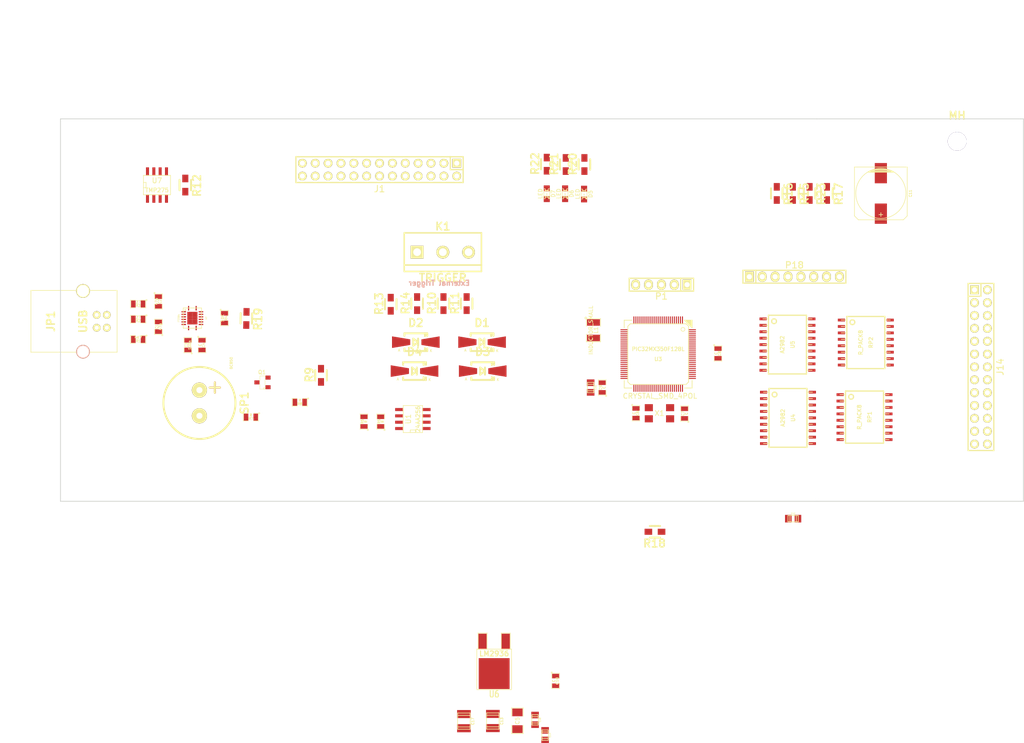
<source format=kicad_pcb>
(kicad_pcb (version 3) (host pcbnew "(2014-jan-25)-product")

  (general
    (links 241)
    (no_connects 241)
    (area 38.483667 35.136 254.76083 182.09034)
    (thickness 1.6)
    (drawings 19)
    (tracks 0)
    (zones 0)
    (modules 67)
    (nets 108)
  )

  (page A4)
  (layers
    (15 F.Cu mixed)
    (0 B.Cu mixed)
    (16 B.Adhes user)
    (17 F.Adhes user)
    (18 B.Paste user)
    (19 F.Paste user)
    (20 B.SilkS user)
    (21 F.SilkS user)
    (22 B.Mask user)
    (23 F.Mask user)
    (24 Dwgs.User user)
    (25 Cmts.User user)
    (26 Eco1.User user)
    (27 Eco2.User user)
    (28 Edge.Cuts user)
  )

  (setup
    (last_trace_width 0.15)
    (user_trace_width 0.15)
    (user_trace_width 0.2)
    (user_trace_width 0.25)
    (user_trace_width 0.3)
    (user_trace_width 0.4)
    (user_trace_width 0.6)
    (user_trace_width 0.8)
    (user_trace_width 1)
    (user_trace_width 1.2)
    (trace_clearance 0.125)
    (zone_clearance 0.508)
    (zone_45_only no)
    (trace_min 0.125)
    (segment_width 0.2)
    (edge_width 0.15)
    (via_size 0.6)
    (via_drill 0.35)
    (via_min_size 0.6)
    (via_min_drill 0.35)
    (uvia_size 0.6)
    (uvia_drill 0.35)
    (uvias_allowed no)
    (uvia_min_size 0.55)
    (uvia_min_drill 0.3)
    (pcb_text_width 0.3)
    (pcb_text_size 1 1)
    (mod_edge_width 0.15)
    (mod_text_size 1 1)
    (mod_text_width 0.15)
    (pad_size 0.19558 1.4986)
    (pad_drill 0)
    (pad_to_mask_clearance 0)
    (aux_axis_origin 0 0)
    (visible_elements FFFFF77F)
    (pcbplotparams
      (layerselection 284196865)
      (usegerberextensions true)
      (excludeedgelayer true)
      (linewidth 0.150000)
      (plotframeref false)
      (viasonmask false)
      (mode 1)
      (useauxorigin false)
      (hpglpennumber 1)
      (hpglpenspeed 20)
      (hpglpendiameter 15)
      (hpglpenoverlay 2)
      (psnegative false)
      (psa4output false)
      (plotreference true)
      (plotvalue true)
      (plotothertext true)
      (plotinvisibletext false)
      (padsonsilk false)
      (subtractmaskfromsilk false)
      (outputformat 1)
      (mirror false)
      (drillshape 0)
      (scaleselection 1)
      (outputdirectory gerber/))
  )

  (net 0 "")
  (net 1 +3.3V)
  (net 2 +5V)
  (net 3 /ACLOCK)
  (net 4 /ACOUNT)
  (net 5 /ADATA)
  (net 6 /BUZZ)
  (net 7 /DATA)
  (net 8 /EXTTRG)
  (net 9 /RxD)
  (net 10 /S0)
  (net 11 /S1)
  (net 12 /S2)
  (net 13 /SCL)
  (net 14 /SDA)
  (net 15 /TALERT)
  (net 16 /VCOMP)
  (net 17 /__t)
  (net 18 /_a)
  (net 19 /_b)
  (net 20 /_c)
  (net 21 /_d)
  (net 22 /_dp)
  (net 23 /_e)
  (net 24 /_f)
  (net 25 /_g)
  (net 26 /_h)
  (net 27 /_j)
  (net 28 /_k)
  (net 29 /_l)
  (net 30 /_m)
  (net 31 /_n)
  (net 32 /_p)
  (net 33 /a)
  (net 34 /b)
  (net 35 /c)
  (net 36 /d)
  (net 37 /d1)
  (net 38 /d10)
  (net 39 /d11)
  (net 40 /d12)
  (net 41 /d13)
  (net 42 /d14)
  (net 43 /d15)
  (net 44 /d2)
  (net 45 /d3)
  (net 46 /d4)
  (net 47 /d5)
  (net 48 /d6)
  (net 49 /d7)
  (net 50 /d8)
  (net 51 /d9)
  (net 52 /dp)
  (net 53 /e)
  (net 54 /err)
  (net 55 /f)
  (net 56 /g)
  (net 57 /h)
  (net 58 /j)
  (net 59 /k)
  (net 60 /l)
  (net 61 /m)
  (net 62 /n)
  (net 63 /ok)
  (net 64 /p)
  (net 65 /~ASTROBE)
  (net 66 /~CLOCK)
  (net 67 GND)
  (net 68 "Net-(C1-Pad2)")
  (net 69 "Net-(C2-Pad2)")
  (net 70 "Net-(C3-Pad2)")
  (net 71 "Net-(C6-Pad1)")
  (net 72 "Net-(C7-Pad1)")
  (net 73 "Net-(C8-Pad2)")
  (net 74 "Net-(C10-Pad2)")
  (net 75 "Net-(D5-Pad1)")
  (net 76 "Net-(D6-Pad1)")
  (net 77 "Net-(D7-Pad1)")
  (net 78 "Net-(J1-Pad1)")
  (net 79 "Net-(J1-Pad3)")
  (net 80 "Net-(J1-Pad5)")
  (net 81 "Net-(J1-Pad26)")
  (net 82 "Net-(J1-Pad24)")
  (net 83 "Net-(J1-Pad22)")
  (net 84 "Net-(J1-Pad20)")
  (net 85 "Net-(J1-Pad18)")
  (net 86 "Net-(J1-Pad16)")
  (net 87 "Net-(J1-Pad14)")
  (net 88 "Net-(J1-Pad12)")
  (net 89 "Net-(J1-Pad10)")
  (net 90 "Net-(J1-Pad8)")
  (net 91 "Net-(J1-Pad6)")
  (net 92 "Net-(J1-Pad4)")
  (net 93 "Net-(J1-Pad2)")
  (net 94 "Net-(JP1-Pad1)")
  (net 95 "Net-(JP1-Pad2)")
  (net 96 "Net-(JP1-Pad3)")
  (net 97 "Net-(K1-Pad1)")
  (net 98 "Net-(K1-Pad3)")
  (net 99 "Net-(P1-Pad1)")
  (net 100 "Net-(P1-Pad4)")
  (net 101 "Net-(P1-Pad5)")
  (net 102 "Net-(Q1-Pad3)")
  (net 103 "Net-(Q1-Pad1)")
  (net 104 "Net-(R1-Pad1)")
  (net 105 "Net-(R7-Pad2)")
  (net 106 /TxD)
  (net 107 /st)

  (net_class Default "This is the default net class."
    (clearance 0.125)
    (trace_width 0.15)
    (via_dia 0.6)
    (via_drill 0.35)
    (uvia_dia 0.6)
    (uvia_drill 0.35)
    (add_net +3.3V)
    (add_net /ACLOCK)
    (add_net /ACOUNT)
    (add_net /ADATA)
    (add_net /BUZZ)
    (add_net /DATA)
    (add_net /EXTTRG)
    (add_net /RxD)
    (add_net /S0)
    (add_net /S1)
    (add_net /S2)
    (add_net /SCL)
    (add_net /SDA)
    (add_net /TALERT)
    (add_net /TxD)
    (add_net /VCOMP)
    (add_net /__t)
    (add_net /_a)
    (add_net /_b)
    (add_net /_c)
    (add_net /_d)
    (add_net /_dp)
    (add_net /_e)
    (add_net /_f)
    (add_net /_g)
    (add_net /_h)
    (add_net /_j)
    (add_net /_k)
    (add_net /_l)
    (add_net /_m)
    (add_net /_n)
    (add_net /_p)
    (add_net /a)
    (add_net /b)
    (add_net /c)
    (add_net /d)
    (add_net /d1)
    (add_net /d10)
    (add_net /d11)
    (add_net /d12)
    (add_net /d13)
    (add_net /d14)
    (add_net /d15)
    (add_net /d2)
    (add_net /d3)
    (add_net /d4)
    (add_net /d5)
    (add_net /d6)
    (add_net /d7)
    (add_net /d8)
    (add_net /d9)
    (add_net /dp)
    (add_net /e)
    (add_net /err)
    (add_net /f)
    (add_net /g)
    (add_net /h)
    (add_net /j)
    (add_net /k)
    (add_net /l)
    (add_net /m)
    (add_net /n)
    (add_net /ok)
    (add_net /p)
    (add_net /st)
    (add_net /~ASTROBE)
    (add_net /~CLOCK)
    (add_net GND)
    (add_net "Net-(C1-Pad2)")
    (add_net "Net-(C10-Pad2)")
    (add_net "Net-(C2-Pad2)")
    (add_net "Net-(C3-Pad2)")
    (add_net "Net-(C6-Pad1)")
    (add_net "Net-(C7-Pad1)")
    (add_net "Net-(C8-Pad2)")
    (add_net "Net-(D5-Pad1)")
    (add_net "Net-(D6-Pad1)")
    (add_net "Net-(D7-Pad1)")
    (add_net "Net-(J1-Pad1)")
    (add_net "Net-(J1-Pad10)")
    (add_net "Net-(J1-Pad12)")
    (add_net "Net-(J1-Pad14)")
    (add_net "Net-(J1-Pad16)")
    (add_net "Net-(J1-Pad18)")
    (add_net "Net-(J1-Pad2)")
    (add_net "Net-(J1-Pad20)")
    (add_net "Net-(J1-Pad22)")
    (add_net "Net-(J1-Pad24)")
    (add_net "Net-(J1-Pad26)")
    (add_net "Net-(J1-Pad3)")
    (add_net "Net-(J1-Pad4)")
    (add_net "Net-(J1-Pad5)")
    (add_net "Net-(J1-Pad6)")
    (add_net "Net-(J1-Pad8)")
    (add_net "Net-(JP1-Pad1)")
    (add_net "Net-(JP1-Pad2)")
    (add_net "Net-(JP1-Pad3)")
    (add_net "Net-(K1-Pad1)")
    (add_net "Net-(K1-Pad3)")
    (add_net "Net-(P1-Pad1)")
    (add_net "Net-(P1-Pad4)")
    (add_net "Net-(P1-Pad5)")
    (add_net "Net-(Q1-Pad1)")
    (add_net "Net-(Q1-Pad3)")
    (add_net "Net-(R1-Pad1)")
    (add_net "Net-(R7-Pad2)")
  )

  (net_class power ""
    (clearance 0.3)
    (trace_width 0.2)
    (via_dia 0.6)
    (via_drill 0.35)
    (uvia_dia 0.6)
    (uvia_drill 0.35)
    (add_net +5V)
  )

  (module SMD_Packages:SM0805 (layer F.Cu) (tedit 53164B5C) (tstamp 53164C89)
    (at 70.008 99.5 90)
    (path /5316387C)
    (attr smd)
    (fp_text reference C1 (at 0 -0.3175 90) (layer F.SilkS)
      (effects (font (size 0.50038 0.50038) (thickness 0.10922)))
    )
    (fp_text value 47p (at 0 0.381 90) (layer F.SilkS)
      (effects (font (size 0.50038 0.50038) (thickness 0.10922)))
    )
    (fp_circle (center -1.651 0.762) (end -1.651 0.635) (layer F.SilkS) (width 0.09906))
    (fp_line (start -0.508 0.762) (end -1.524 0.762) (layer F.SilkS) (width 0.09906))
    (fp_line (start -1.524 0.762) (end -1.524 -0.762) (layer F.SilkS) (width 0.09906))
    (fp_line (start -1.524 -0.762) (end -0.508 -0.762) (layer F.SilkS) (width 0.09906))
    (fp_line (start 0.508 -0.762) (end 1.524 -0.762) (layer F.SilkS) (width 0.09906))
    (fp_line (start 1.524 -0.762) (end 1.524 0.762) (layer F.SilkS) (width 0.09906))
    (fp_line (start 1.524 0.762) (end 0.508 0.762) (layer F.SilkS) (width 0.09906))
    (pad 1 smd rect (at -0.9525 0 90) (size 0.889 1.397) (layers F.Cu F.Paste F.Mask)
      (net 67 GND))
    (pad 2 smd rect (at 0.9525 0 90) (size 0.889 1.397) (layers F.Cu F.Paste F.Mask)
      (net 68 "Net-(C1-Pad2)"))
    (model smd/chip_cms.wrl
      (at (xyz 0 0 0))
      (scale (xyz 0.1 0.1 0.1))
      (rotate (xyz 0 0 0))
    )
  )

  (module SMD_Packages:SM0805 (layer F.Cu) (tedit 53164B5C) (tstamp 5317921D)
    (at 70.008 94.5 270)
    (path /53163871)
    (attr smd)
    (fp_text reference C2 (at 0 -0.3175 270) (layer F.SilkS)
      (effects (font (size 0.50038 0.50038) (thickness 0.10922)))
    )
    (fp_text value 47p (at 0 0.381 270) (layer F.SilkS)
      (effects (font (size 0.50038 0.50038) (thickness 0.10922)))
    )
    (fp_circle (center -1.651 0.762) (end -1.651 0.635) (layer F.SilkS) (width 0.09906))
    (fp_line (start -0.508 0.762) (end -1.524 0.762) (layer F.SilkS) (width 0.09906))
    (fp_line (start -1.524 0.762) (end -1.524 -0.762) (layer F.SilkS) (width 0.09906))
    (fp_line (start -1.524 -0.762) (end -0.508 -0.762) (layer F.SilkS) (width 0.09906))
    (fp_line (start 0.508 -0.762) (end 1.524 -0.762) (layer F.SilkS) (width 0.09906))
    (fp_line (start 1.524 -0.762) (end 1.524 0.762) (layer F.SilkS) (width 0.09906))
    (fp_line (start 1.524 0.762) (end 0.508 0.762) (layer F.SilkS) (width 0.09906))
    (pad 1 smd rect (at -0.9525 0 270) (size 0.889 1.397) (layers F.Cu F.Paste F.Mask)
      (net 67 GND))
    (pad 2 smd rect (at 0.9525 0 270) (size 0.889 1.397) (layers F.Cu F.Paste F.Mask)
      (net 69 "Net-(C2-Pad2)"))
    (model smd/chip_cms.wrl
      (at (xyz 0 0 0))
      (scale (xyz 0.1 0.1 0.1))
      (rotate (xyz 0 0 0))
    )
  )

  (module SMD_Packages:SM0805 (layer F.Cu) (tedit 53164B5C) (tstamp 53164CA3)
    (at 75.819 103.124 90)
    (path /5316283B)
    (attr smd)
    (fp_text reference C3 (at 0 -0.3175 90) (layer F.SilkS)
      (effects (font (size 0.50038 0.50038) (thickness 0.10922)))
    )
    (fp_text value 100n (at 0 0.381 90) (layer F.SilkS)
      (effects (font (size 0.50038 0.50038) (thickness 0.10922)))
    )
    (fp_circle (center -1.651 0.762) (end -1.651 0.635) (layer F.SilkS) (width 0.09906))
    (fp_line (start -0.508 0.762) (end -1.524 0.762) (layer F.SilkS) (width 0.09906))
    (fp_line (start -1.524 0.762) (end -1.524 -0.762) (layer F.SilkS) (width 0.09906))
    (fp_line (start -1.524 -0.762) (end -0.508 -0.762) (layer F.SilkS) (width 0.09906))
    (fp_line (start 0.508 -0.762) (end 1.524 -0.762) (layer F.SilkS) (width 0.09906))
    (fp_line (start 1.524 -0.762) (end 1.524 0.762) (layer F.SilkS) (width 0.09906))
    (fp_line (start 1.524 0.762) (end 0.508 0.762) (layer F.SilkS) (width 0.09906))
    (pad 1 smd rect (at -0.9525 0 90) (size 0.889 1.397) (layers F.Cu F.Paste F.Mask)
      (net 67 GND))
    (pad 2 smd rect (at 0.9525 0 90) (size 0.889 1.397) (layers F.Cu F.Paste F.Mask)
      (net 70 "Net-(C3-Pad2)"))
    (model smd/chip_cms.wrl
      (at (xyz 0 0 0))
      (scale (xyz 0.1 0.1 0.1))
      (rotate (xyz 0 0 0))
    )
  )

  (module SMD_Packages:SM0805 (layer F.Cu) (tedit 53164B5C) (tstamp 53164CB0)
    (at 78.613 103.124 270)
    (path /5314EB39)
    (attr smd)
    (fp_text reference C4 (at 0 -0.3175 270) (layer F.SilkS)
      (effects (font (size 0.50038 0.50038) (thickness 0.10922)))
    )
    (fp_text value C (at 0 0.381 270) (layer F.SilkS)
      (effects (font (size 0.50038 0.50038) (thickness 0.10922)))
    )
    (fp_circle (center -1.651 0.762) (end -1.651 0.635) (layer F.SilkS) (width 0.09906))
    (fp_line (start -0.508 0.762) (end -1.524 0.762) (layer F.SilkS) (width 0.09906))
    (fp_line (start -1.524 0.762) (end -1.524 -0.762) (layer F.SilkS) (width 0.09906))
    (fp_line (start -1.524 -0.762) (end -0.508 -0.762) (layer F.SilkS) (width 0.09906))
    (fp_line (start 0.508 -0.762) (end 1.524 -0.762) (layer F.SilkS) (width 0.09906))
    (fp_line (start 1.524 -0.762) (end 1.524 0.762) (layer F.SilkS) (width 0.09906))
    (fp_line (start 1.524 0.762) (end 0.508 0.762) (layer F.SilkS) (width 0.09906))
    (pad 1 smd rect (at -0.9525 0 270) (size 0.889 1.397) (layers F.Cu F.Paste F.Mask)
      (net 1 +3.3V))
    (pad 2 smd rect (at 0.9525 0 270) (size 0.889 1.397) (layers F.Cu F.Paste F.Mask)
      (net 67 GND))
    (model smd/chip_cms.wrl
      (at (xyz 0 0 0))
      (scale (xyz 0.1 0.1 0.1))
      (rotate (xyz 0 0 0))
    )
  )

  (module SMD_Packages:SM1206 (layer F.Cu) (tedit 53164B5C) (tstamp 53164CBC)
    (at 140.8934 177.3428 270)
    (path /531633FA)
    (attr smd)
    (fp_text reference C5 (at 0 0 270) (layer F.SilkS)
      (effects (font (size 0.762 0.762) (thickness 0.127)))
    )
    (fp_text value 4u7 (at 0 0 270) (layer F.SilkS) hide
      (effects (font (size 0.762 0.762) (thickness 0.127)))
    )
    (fp_line (start -2.54 -1.143) (end -2.54 1.143) (layer F.SilkS) (width 0.127))
    (fp_line (start -2.54 1.143) (end -0.889 1.143) (layer F.SilkS) (width 0.127))
    (fp_line (start 0.889 -1.143) (end 2.54 -1.143) (layer F.SilkS) (width 0.127))
    (fp_line (start 2.54 -1.143) (end 2.54 1.143) (layer F.SilkS) (width 0.127))
    (fp_line (start 2.54 1.143) (end 0.889 1.143) (layer F.SilkS) (width 0.127))
    (fp_line (start -0.889 -1.143) (end -2.54 -1.143) (layer F.SilkS) (width 0.127))
    (pad 1 smd rect (at -1.651 0 270) (size 1.524 2.032) (layers F.Cu F.Paste F.Mask)
      (net 1 +3.3V))
    (pad 2 smd rect (at 1.651 0 270) (size 1.524 2.032) (layers F.Cu F.Paste F.Mask)
      (net 67 GND))
    (model smd/chip_cms.wrl
      (at (xyz 0 0 0))
      (scale (xyz 0.17 0.16 0.16))
      (rotate (xyz 0 0 0))
    )
  )

  (module SMD_Packages:SM0805 (layer F.Cu) (tedit 5325CD8E) (tstamp 53164CC9)
    (at 164.3004 116.586 270)
    (path /5313AFC3)
    (attr smd)
    (fp_text reference C6 (at 0 -0.3175 270) (layer F.SilkS)
      (effects (font (size 0.50038 0.50038) (thickness 0.10922)))
    )
    (fp_text value C (at 0 0.381 270) (layer F.SilkS)
      (effects (font (size 0.50038 0.50038) (thickness 0.10922)))
    )
    (fp_circle (center -1.651 0.762) (end -1.651 0.635) (layer F.SilkS) (width 0.09906))
    (fp_line (start -0.508 0.762) (end -1.524 0.762) (layer F.SilkS) (width 0.09906))
    (fp_line (start -1.524 0.762) (end -1.524 -0.762) (layer F.SilkS) (width 0.09906))
    (fp_line (start -1.524 -0.762) (end -0.508 -0.762) (layer F.SilkS) (width 0.09906))
    (fp_line (start 0.508 -0.762) (end 1.524 -0.762) (layer F.SilkS) (width 0.09906))
    (fp_line (start 1.524 -0.762) (end 1.524 0.762) (layer F.SilkS) (width 0.09906))
    (fp_line (start 1.524 0.762) (end 0.508 0.762) (layer F.SilkS) (width 0.09906))
    (pad 1 smd rect (at -0.9525 0 270) (size 0.889 1.397) (layers F.Cu F.Paste F.Mask)
      (net 71 "Net-(C6-Pad1)"))
    (pad 2 smd rect (at 0.9525 0 270) (size 0.889 1.397) (layers F.Cu F.Paste F.Mask)
      (net 67 GND))
    (model smd/chip_cms.wrl
      (at (xyz 0 0 0))
      (scale (xyz 0.1 0.1 0.1))
      (rotate (xyz 0 0 0))
    )
  )

  (module SMD_Packages:SM0805 (layer F.Cu) (tedit 53164B5C) (tstamp 53164CD6)
    (at 173.8884 116.65 90)
    (path /5313AFD5)
    (attr smd)
    (fp_text reference C7 (at 0 -0.3175 90) (layer F.SilkS)
      (effects (font (size 0.50038 0.50038) (thickness 0.10922)))
    )
    (fp_text value C (at 0 0.381 90) (layer F.SilkS)
      (effects (font (size 0.50038 0.50038) (thickness 0.10922)))
    )
    (fp_circle (center -1.651 0.762) (end -1.651 0.635) (layer F.SilkS) (width 0.09906))
    (fp_line (start -0.508 0.762) (end -1.524 0.762) (layer F.SilkS) (width 0.09906))
    (fp_line (start -1.524 0.762) (end -1.524 -0.762) (layer F.SilkS) (width 0.09906))
    (fp_line (start -1.524 -0.762) (end -0.508 -0.762) (layer F.SilkS) (width 0.09906))
    (fp_line (start 0.508 -0.762) (end 1.524 -0.762) (layer F.SilkS) (width 0.09906))
    (fp_line (start 1.524 -0.762) (end 1.524 0.762) (layer F.SilkS) (width 0.09906))
    (fp_line (start 1.524 0.762) (end 0.508 0.762) (layer F.SilkS) (width 0.09906))
    (pad 1 smd rect (at -0.9525 0 90) (size 0.889 1.397) (layers F.Cu F.Paste F.Mask)
      (net 72 "Net-(C7-Pad1)"))
    (pad 2 smd rect (at 0.9525 0 90) (size 0.889 1.397) (layers F.Cu F.Paste F.Mask)
      (net 67 GND))
    (model smd/chip_cms.wrl
      (at (xyz 0 0 0))
      (scale (xyz 0.1 0.1 0.1))
      (rotate (xyz 0 0 0))
    )
  )

  (module SMD_Packages:SM0805 (layer F.Cu) (tedit 53164B5C) (tstamp 53164CE3)
    (at 180.4924 104.775 270)
    (path /5314FBC3)
    (attr smd)
    (fp_text reference C8 (at 0 -0.3175 270) (layer F.SilkS)
      (effects (font (size 0.50038 0.50038) (thickness 0.10922)))
    )
    (fp_text value C (at 0 0.381 270) (layer F.SilkS)
      (effects (font (size 0.50038 0.50038) (thickness 0.10922)))
    )
    (fp_circle (center -1.651 0.762) (end -1.651 0.635) (layer F.SilkS) (width 0.09906))
    (fp_line (start -0.508 0.762) (end -1.524 0.762) (layer F.SilkS) (width 0.09906))
    (fp_line (start -1.524 0.762) (end -1.524 -0.762) (layer F.SilkS) (width 0.09906))
    (fp_line (start -1.524 -0.762) (end -0.508 -0.762) (layer F.SilkS) (width 0.09906))
    (fp_line (start 0.508 -0.762) (end 1.524 -0.762) (layer F.SilkS) (width 0.09906))
    (fp_line (start 1.524 -0.762) (end 1.524 0.762) (layer F.SilkS) (width 0.09906))
    (fp_line (start 1.524 0.762) (end 0.508 0.762) (layer F.SilkS) (width 0.09906))
    (pad 1 smd rect (at -0.9525 0 270) (size 0.889 1.397) (layers F.Cu F.Paste F.Mask)
      (net 67 GND))
    (pad 2 smd rect (at 0.9525 0 270) (size 0.889 1.397) (layers F.Cu F.Paste F.Mask)
      (net 73 "Net-(C8-Pad2)"))
    (model smd/chip_cms.wrl
      (at (xyz 0 0 0))
      (scale (xyz 0.1 0.1 0.1))
      (rotate (xyz 0 0 0))
    )
  )

  (module SMD_Packages:SM0805 (layer F.Cu) (tedit 53164B5C) (tstamp 53164CF0)
    (at 157.6324 111.506 90)
    (path /5314E479)
    (attr smd)
    (fp_text reference C9 (at 0 -0.3175 90) (layer F.SilkS)
      (effects (font (size 0.50038 0.50038) (thickness 0.10922)))
    )
    (fp_text value C (at 0 0.381 90) (layer F.SilkS)
      (effects (font (size 0.50038 0.50038) (thickness 0.10922)))
    )
    (fp_circle (center -1.651 0.762) (end -1.651 0.635) (layer F.SilkS) (width 0.09906))
    (fp_line (start -0.508 0.762) (end -1.524 0.762) (layer F.SilkS) (width 0.09906))
    (fp_line (start -1.524 0.762) (end -1.524 -0.762) (layer F.SilkS) (width 0.09906))
    (fp_line (start -1.524 -0.762) (end -0.508 -0.762) (layer F.SilkS) (width 0.09906))
    (fp_line (start 0.508 -0.762) (end 1.524 -0.762) (layer F.SilkS) (width 0.09906))
    (fp_line (start 1.524 -0.762) (end 1.524 0.762) (layer F.SilkS) (width 0.09906))
    (fp_line (start 1.524 0.762) (end 0.508 0.762) (layer F.SilkS) (width 0.09906))
    (pad 1 smd rect (at -0.9525 0 90) (size 0.889 1.397) (layers F.Cu F.Paste F.Mask)
      (net 67 GND))
    (pad 2 smd rect (at 0.9525 0 90) (size 0.889 1.397) (layers F.Cu F.Paste F.Mask)
      (net 1 +3.3V))
    (model smd/chip_cms.wrl
      (at (xyz 0 0 0))
      (scale (xyz 0.1 0.1 0.1))
      (rotate (xyz 0 0 0))
    )
  )

  (module SMD_Packages:SM0805 (layer F.Cu) (tedit 53276A1F) (tstamp 53164CFD)
    (at 148.4376 169.4688 270)
    (path /5314E447)
    (attr smd)
    (fp_text reference C10 (at 0 -0.3048 270) (layer F.SilkS)
      (effects (font (size 0.50038 0.50038) (thickness 0.10922)))
    )
    (fp_text value C (at 0 0.381 270) (layer F.SilkS)
      (effects (font (size 0.50038 0.50038) (thickness 0.10922)))
    )
    (fp_circle (center -1.651 0.762) (end -1.651 0.635) (layer F.SilkS) (width 0.09906))
    (fp_line (start -0.508 0.762) (end -1.524 0.762) (layer F.SilkS) (width 0.09906))
    (fp_line (start -1.524 0.762) (end -1.524 -0.762) (layer F.SilkS) (width 0.09906))
    (fp_line (start -1.524 -0.762) (end -0.508 -0.762) (layer F.SilkS) (width 0.09906))
    (fp_line (start 0.508 -0.762) (end 1.524 -0.762) (layer F.SilkS) (width 0.09906))
    (fp_line (start 1.524 -0.762) (end 1.524 0.762) (layer F.SilkS) (width 0.09906))
    (fp_line (start 1.524 0.762) (end 0.508 0.762) (layer F.SilkS) (width 0.09906))
    (pad 1 smd rect (at -0.9525 0 270) (size 0.889 1.397) (layers F.Cu F.Paste F.Mask)
      (net 67 GND))
    (pad 2 smd rect (at 0.9525 0 270) (size 0.889 1.397) (layers F.Cu F.Paste F.Mask)
      (net 74 "Net-(C10-Pad2)"))
    (model smd/chip_cms.wrl
      (at (xyz 0 0 0))
      (scale (xyz 0.1 0.1 0.1))
      (rotate (xyz 0 0 0))
    )
  )

  (module Connect:USB_B (layer F.Cu) (tedit 53164B66) (tstamp 53164D31)
    (at 55.118 98.425 270)
    (tags USB)
    (path /53165C12)
    (fp_text reference JP1 (at 0 6.35 270) (layer F.SilkS)
      (effects (font (thickness 0.3048)))
    )
    (fp_text value USB (at 0 0 270) (layer F.SilkS)
      (effects (font (thickness 0.3048)))
    )
    (fp_line (start -6.096 10.287) (end 6.096 10.287) (layer F.SilkS) (width 0.127))
    (fp_line (start 6.096 10.287) (end 6.096 -6.731) (layer F.SilkS) (width 0.127))
    (fp_line (start 6.096 -6.731) (end -6.096 -6.731) (layer F.SilkS) (width 0.127))
    (fp_line (start -6.096 -6.731) (end -6.096 10.287) (layer F.SilkS) (width 0.127))
    (pad 1 thru_hole circle (at 1.27 -4.699 270) (size 1.524 1.524) (drill 0.8128) (layers *.Cu *.Mask F.SilkS)
      (net 94 "Net-(JP1-Pad1)"))
    (pad 2 thru_hole circle (at -1.27 -4.699 270) (size 1.524 1.524) (drill 0.8128) (layers *.Cu *.Mask F.SilkS)
      (net 95 "Net-(JP1-Pad2)"))
    (pad 3 thru_hole circle (at -1.27 -2.70002 270) (size 1.524 1.524) (drill 0.8128) (layers *.Cu *.Mask F.SilkS)
      (net 96 "Net-(JP1-Pad3)"))
    (pad 4 thru_hole circle (at 1.27 -2.70002 270) (size 1.524 1.524) (drill 0.8128) (layers *.Cu *.Mask F.SilkS)
      (net 67 GND))
    (pad 5 np_thru_hole circle (at 5.99948 0 270) (size 2.70002 2.70002) (drill 2.30124) (layers *.Cu *.SilkS *.Mask)
      (net 67 GND))
    (pad 6 thru_hole circle (at -5.99948 0 270) (size 2.70002 2.70002) (drill 2.30124) (layers *.Cu *.Mask F.SilkS)
      (net 67 GND))
    (model Connectors/USB_type_B.wrl
      (at (xyz 0 0 0.001))
      (scale (xyz 0.3937 0.3937 0.3937))
      (rotate (xyz 0 0 0))
    )
  )

  (module SMD_Packages:SM0805 (layer F.Cu) (tedit 53164B5C) (tstamp 53164D3E)
    (at 66.008 102 180)
    (path /5316578A)
    (attr smd)
    (fp_text reference R1 (at 0 -0.3175 180) (layer F.SilkS)
      (effects (font (size 0.50038 0.50038) (thickness 0.10922)))
    )
    (fp_text value 4K7 (at 0 0.381 180) (layer F.SilkS)
      (effects (font (size 0.50038 0.50038) (thickness 0.10922)))
    )
    (fp_circle (center -1.651 0.762) (end -1.651 0.635) (layer F.SilkS) (width 0.09906))
    (fp_line (start -0.508 0.762) (end -1.524 0.762) (layer F.SilkS) (width 0.09906))
    (fp_line (start -1.524 0.762) (end -1.524 -0.762) (layer F.SilkS) (width 0.09906))
    (fp_line (start -1.524 -0.762) (end -0.508 -0.762) (layer F.SilkS) (width 0.09906))
    (fp_line (start 0.508 -0.762) (end 1.524 -0.762) (layer F.SilkS) (width 0.09906))
    (fp_line (start 1.524 -0.762) (end 1.524 0.762) (layer F.SilkS) (width 0.09906))
    (fp_line (start 1.524 0.762) (end 0.508 0.762) (layer F.SilkS) (width 0.09906))
    (pad 1 smd rect (at -0.9525 0 180) (size 0.889 1.397) (layers F.Cu F.Paste F.Mask)
      (net 104 "Net-(R1-Pad1)"))
    (pad 2 smd rect (at 0.9525 0 180) (size 0.889 1.397) (layers F.Cu F.Paste F.Mask)
      (net 94 "Net-(JP1-Pad1)"))
    (model smd/chip_cms.wrl
      (at (xyz 0 0 0))
      (scale (xyz 0.1 0.1 0.1))
      (rotate (xyz 0 0 0))
    )
  )

  (module SMD_Packages:SM0805 (layer F.Cu) (tedit 53164B5C) (tstamp 53164D4B)
    (at 66.008 98 180)
    (path /5316371A)
    (attr smd)
    (fp_text reference R2 (at 0 -0.3175 180) (layer F.SilkS)
      (effects (font (size 0.50038 0.50038) (thickness 0.10922)))
    )
    (fp_text value 27 (at 0 0.381 180) (layer F.SilkS)
      (effects (font (size 0.50038 0.50038) (thickness 0.10922)))
    )
    (fp_circle (center -1.651 0.762) (end -1.651 0.635) (layer F.SilkS) (width 0.09906))
    (fp_line (start -0.508 0.762) (end -1.524 0.762) (layer F.SilkS) (width 0.09906))
    (fp_line (start -1.524 0.762) (end -1.524 -0.762) (layer F.SilkS) (width 0.09906))
    (fp_line (start -1.524 -0.762) (end -0.508 -0.762) (layer F.SilkS) (width 0.09906))
    (fp_line (start 0.508 -0.762) (end 1.524 -0.762) (layer F.SilkS) (width 0.09906))
    (fp_line (start 1.524 -0.762) (end 1.524 0.762) (layer F.SilkS) (width 0.09906))
    (fp_line (start 1.524 0.762) (end 0.508 0.762) (layer F.SilkS) (width 0.09906))
    (pad 1 smd rect (at -0.9525 0 180) (size 0.889 1.397) (layers F.Cu F.Paste F.Mask)
      (net 68 "Net-(C1-Pad2)"))
    (pad 2 smd rect (at 0.9525 0 180) (size 0.889 1.397) (layers F.Cu F.Paste F.Mask)
      (net 95 "Net-(JP1-Pad2)"))
    (model smd/chip_cms.wrl
      (at (xyz 0 0 0))
      (scale (xyz 0.1 0.1 0.1))
      (rotate (xyz 0 0 0))
    )
  )

  (module SMD_Packages:SM0805 (layer F.Cu) (tedit 53164B5C) (tstamp 53164D58)
    (at 66.008 95 180)
    (path /5316372F)
    (attr smd)
    (fp_text reference R3 (at 0 -0.3175 180) (layer F.SilkS)
      (effects (font (size 0.50038 0.50038) (thickness 0.10922)))
    )
    (fp_text value 27 (at 0 0.381 180) (layer F.SilkS)
      (effects (font (size 0.50038 0.50038) (thickness 0.10922)))
    )
    (fp_circle (center -1.651 0.762) (end -1.651 0.635) (layer F.SilkS) (width 0.09906))
    (fp_line (start -0.508 0.762) (end -1.524 0.762) (layer F.SilkS) (width 0.09906))
    (fp_line (start -1.524 0.762) (end -1.524 -0.762) (layer F.SilkS) (width 0.09906))
    (fp_line (start -1.524 -0.762) (end -0.508 -0.762) (layer F.SilkS) (width 0.09906))
    (fp_line (start 0.508 -0.762) (end 1.524 -0.762) (layer F.SilkS) (width 0.09906))
    (fp_line (start 1.524 -0.762) (end 1.524 0.762) (layer F.SilkS) (width 0.09906))
    (fp_line (start 1.524 0.762) (end 0.508 0.762) (layer F.SilkS) (width 0.09906))
    (pad 1 smd rect (at -0.9525 0 180) (size 0.889 1.397) (layers F.Cu F.Paste F.Mask)
      (net 69 "Net-(C2-Pad2)"))
    (pad 2 smd rect (at 0.9525 0 180) (size 0.889 1.397) (layers F.Cu F.Paste F.Mask)
      (net 96 "Net-(JP1-Pad3)"))
    (model smd/chip_cms.wrl
      (at (xyz 0 0 0))
      (scale (xyz 0.1 0.1 0.1))
      (rotate (xyz 0 0 0))
    )
  )

  (module SMD_Packages:SM0805 (layer F.Cu) (tedit 53164B5C) (tstamp 53164D65)
    (at 83.058 97.79 270)
    (path /5316579A)
    (attr smd)
    (fp_text reference R4 (at 0 -0.3175 270) (layer F.SilkS)
      (effects (font (size 0.50038 0.50038) (thickness 0.10922)))
    )
    (fp_text value 10K (at 0 0.381 270) (layer F.SilkS)
      (effects (font (size 0.50038 0.50038) (thickness 0.10922)))
    )
    (fp_circle (center -1.651 0.762) (end -1.651 0.635) (layer F.SilkS) (width 0.09906))
    (fp_line (start -0.508 0.762) (end -1.524 0.762) (layer F.SilkS) (width 0.09906))
    (fp_line (start -1.524 0.762) (end -1.524 -0.762) (layer F.SilkS) (width 0.09906))
    (fp_line (start -1.524 -0.762) (end -0.508 -0.762) (layer F.SilkS) (width 0.09906))
    (fp_line (start 0.508 -0.762) (end 1.524 -0.762) (layer F.SilkS) (width 0.09906))
    (fp_line (start 1.524 -0.762) (end 1.524 0.762) (layer F.SilkS) (width 0.09906))
    (fp_line (start 1.524 0.762) (end 0.508 0.762) (layer F.SilkS) (width 0.09906))
    (pad 1 smd rect (at -0.9525 0 270) (size 0.889 1.397) (layers F.Cu F.Paste F.Mask)
      (net 104 "Net-(R1-Pad1)"))
    (pad 2 smd rect (at 0.9525 0 270) (size 0.889 1.397) (layers F.Cu F.Paste F.Mask)
      (net 67 GND))
    (model smd/chip_cms.wrl
      (at (xyz 0 0 0))
      (scale (xyz 0.1 0.1 0.1))
      (rotate (xyz 0 0 0))
    )
  )

  (module SMD_Packages:SM0805 (layer F.Cu) (tedit 53164B5C) (tstamp 53164D72)
    (at 113.8936 118.237 90)
    (path /5314F6A1)
    (attr smd)
    (fp_text reference R5 (at 0 -0.3175 90) (layer F.SilkS)
      (effects (font (size 0.50038 0.50038) (thickness 0.10922)))
    )
    (fp_text value R (at 0 0.381 90) (layer F.SilkS)
      (effects (font (size 0.50038 0.50038) (thickness 0.10922)))
    )
    (fp_circle (center -1.651 0.762) (end -1.651 0.635) (layer F.SilkS) (width 0.09906))
    (fp_line (start -0.508 0.762) (end -1.524 0.762) (layer F.SilkS) (width 0.09906))
    (fp_line (start -1.524 0.762) (end -1.524 -0.762) (layer F.SilkS) (width 0.09906))
    (fp_line (start -1.524 -0.762) (end -0.508 -0.762) (layer F.SilkS) (width 0.09906))
    (fp_line (start 0.508 -0.762) (end 1.524 -0.762) (layer F.SilkS) (width 0.09906))
    (fp_line (start 1.524 -0.762) (end 1.524 0.762) (layer F.SilkS) (width 0.09906))
    (fp_line (start 1.524 0.762) (end 0.508 0.762) (layer F.SilkS) (width 0.09906))
    (pad 1 smd rect (at -0.9525 0 90) (size 0.889 1.397) (layers F.Cu F.Paste F.Mask)
      (net 1 +3.3V))
    (pad 2 smd rect (at 0.9525 0 90) (size 0.889 1.397) (layers F.Cu F.Paste F.Mask)
      (net 13 /SCL))
    (model smd/chip_cms.wrl
      (at (xyz 0 0 0))
      (scale (xyz 0.1 0.1 0.1))
      (rotate (xyz 0 0 0))
    )
  )

  (module SMD_Packages:SM0805 (layer F.Cu) (tedit 53164B5C) (tstamp 53164D7F)
    (at 110.5916 118.237 90)
    (path /5314F6B3)
    (attr smd)
    (fp_text reference R6 (at 0 -0.3175 90) (layer F.SilkS)
      (effects (font (size 0.50038 0.50038) (thickness 0.10922)))
    )
    (fp_text value R (at 0 0.381 90) (layer F.SilkS)
      (effects (font (size 0.50038 0.50038) (thickness 0.10922)))
    )
    (fp_circle (center -1.651 0.762) (end -1.651 0.635) (layer F.SilkS) (width 0.09906))
    (fp_line (start -0.508 0.762) (end -1.524 0.762) (layer F.SilkS) (width 0.09906))
    (fp_line (start -1.524 0.762) (end -1.524 -0.762) (layer F.SilkS) (width 0.09906))
    (fp_line (start -1.524 -0.762) (end -0.508 -0.762) (layer F.SilkS) (width 0.09906))
    (fp_line (start 0.508 -0.762) (end 1.524 -0.762) (layer F.SilkS) (width 0.09906))
    (fp_line (start 1.524 -0.762) (end 1.524 0.762) (layer F.SilkS) (width 0.09906))
    (fp_line (start 1.524 0.762) (end 0.508 0.762) (layer F.SilkS) (width 0.09906))
    (pad 1 smd rect (at -0.9525 0 90) (size 0.889 1.397) (layers F.Cu F.Paste F.Mask)
      (net 1 +3.3V))
    (pad 2 smd rect (at 0.9525 0 90) (size 0.889 1.397) (layers F.Cu F.Paste F.Mask)
      (net 14 /SDA))
    (model smd/chip_cms.wrl
      (at (xyz 0 0 0))
      (scale (xyz 0.1 0.1 0.1))
      (rotate (xyz 0 0 0))
    )
  )

  (module SOIC_Packages:SOIC-8_N (layer F.Cu) (tedit 53164B59) (tstamp 53179B13)
    (at 120.2436 117.729 90)
    (descr "module CMS SOJ 8 pins etroit")
    (tags "CMS SOJ")
    (path /5314D276)
    (attr smd)
    (fp_text reference U1 (at 0 -0.889 90) (layer F.SilkS)
      (effects (font (size 1 1) (thickness 0.15)))
    )
    (fp_text value 24AA256 (at 0 1.016 90) (layer F.SilkS)
      (effects (font (size 0.8 0.8) (thickness 0.15)))
    )
    (fp_line (start -2.667 1.778) (end -2.667 1.905) (layer F.SilkS) (width 0.127))
    (fp_line (start -2.667 1.905) (end 2.667 1.905) (layer F.SilkS) (width 0.127))
    (fp_line (start 2.667 -1.905) (end -2.667 -1.905) (layer F.SilkS) (width 0.127))
    (fp_line (start -2.667 -1.905) (end -2.667 1.778) (layer F.SilkS) (width 0.127))
    (fp_line (start -2.667 -0.508) (end -2.159 -0.508) (layer F.SilkS) (width 0.127))
    (fp_line (start -2.159 -0.508) (end -2.159 0.508) (layer F.SilkS) (width 0.127))
    (fp_line (start -2.159 0.508) (end -2.667 0.508) (layer F.SilkS) (width 0.127))
    (fp_line (start 2.667 -1.905) (end 2.667 1.905) (layer F.SilkS) (width 0.127))
    (pad 8 smd rect (at -1.875 -2.7 90) (size 0.6 1.6) (layers F.Cu F.Paste F.Mask)
      (net 1 +3.3V))
    (pad 1 smd rect (at -1.875 2.7 90) (size 0.6 1.6) (layers F.Cu F.Paste F.Mask)
      (net 67 GND))
    (pad 7 smd rect (at -0.625 -2.7 90) (size 0.6 1.6) (layers F.Cu F.Paste F.Mask)
      (net 67 GND))
    (pad 6 smd rect (at 0.625 -2.7 90) (size 0.6 1.6) (layers F.Cu F.Paste F.Mask)
      (net 13 /SCL))
    (pad 5 smd rect (at 1.875 -2.7 90) (size 0.6 1.6) (layers F.Cu F.Paste F.Mask)
      (net 14 /SDA))
    (pad 2 smd rect (at -0.625 2.7 90) (size 0.6 1.6) (layers F.Cu F.Paste F.Mask)
      (net 67 GND))
    (pad 3 smd rect (at 0.625 2.7 90) (size 0.6 1.6) (layers F.Cu F.Paste F.Mask)
      (net 67 GND))
    (pad 4 smd rect (at 1.875 2.7 90) (size 0.6 1.6) (layers F.Cu F.Paste F.Mask)
      (net 67 GND))
    (model smd/cms_so8.wrl
      (at (xyz 0 0 0))
      (scale (xyz 0.5 0.32 0.5))
      (rotate (xyz 0 0 0))
    )
  )

  (module qfn:pvqfn-n16 (layer F.Cu) (tedit 4E4BECC1) (tstamp 53164DB2)
    (at 76.708 97.79 270)
    (descr "Plastic QFP, TI PVQFN-N16")
    (path /53150570)
    (fp_text reference U2 (at 0 -2.70002 270) (layer F.SilkS)
      (effects (font (size 0.29972 0.29972) (thickness 0.06096)))
    )
    (fp_text value FT230x (at 0 2.70002 270) (layer F.SilkS)
      (effects (font (size 0.29972 0.29972) (thickness 0.06096)))
    )
    (fp_line (start -1.99898 -1.80086) (end 1.99898 -1.80086) (layer F.SilkS) (width 0.127))
    (fp_line (start 1.99898 1.80086) (end -1.99898 1.80086) (layer F.SilkS) (width 0.127))
    (fp_circle (center -1.6002 1.39954) (end -1.7018 1.39954) (layer F.SilkS) (width 0.127))
    (fp_line (start 1.99898 -1.80086) (end 1.99898 1.80086) (layer F.SilkS) (width 0.127))
    (fp_line (start -1.99898 1.80086) (end -1.99898 -1.80086) (layer F.SilkS) (width 0.127))
    (pad 2 smd rect (at -1.24968 1.69926 270) (size 0.23876 0.89916) (layers F.Cu F.Paste F.Mask)
      (net 9 /RxD) (solder_mask_margin 0.07112))
    (pad 3 smd rect (at -0.7493 1.69926 270) (size 0.23876 0.89916) (layers F.Cu F.Paste F.Mask)
      (net 67 GND) (solder_mask_margin 0.07112))
    (pad 4 smd rect (at -0.24892 1.69926 270) (size 0.23876 0.89916) (layers F.Cu F.Paste F.Mask)
      (solder_mask_margin 0.07112))
    (pad 5 smd rect (at 0.24892 1.69926 270) (size 0.23876 0.89916) (layers F.Cu F.Paste F.Mask)
      (solder_mask_margin 0.07112))
    (pad 6 smd rect (at 0.7493 1.69926 270) (size 0.23876 0.89916) (layers F.Cu F.Paste F.Mask)
      (net 69 "Net-(C2-Pad2)") (solder_mask_margin 0.07112))
    (pad 8 smd rect (at 1.95072 0.7493 270) (size 0.89916 0.23876) (layers F.Cu F.Paste F.Mask)
      (net 70 "Net-(C3-Pad2)") (solder_mask_margin 0.07112))
    (pad 9 smd rect (at 1.95072 -0.7493 270) (size 0.89916 0.23876) (layers F.Cu F.Paste F.Mask)
      (net 70 "Net-(C3-Pad2)") (solder_mask_margin 0.07112))
    (pad 10 smd rect (at 1.24968 -1.69926 270) (size 0.23876 0.89916) (layers F.Cu F.Paste F.Mask)
      (net 1 +3.3V) (solder_mask_margin 0.07112))
    (pad 11 smd rect (at 0.7493 -1.69926 270) (size 0.23876 0.89916) (layers F.Cu F.Paste F.Mask)
      (solder_mask_margin 0.07112))
    (pad 12 smd rect (at 0.24892 -1.69926 270) (size 0.23876 0.89916) (layers F.Cu F.Paste F.Mask)
      (solder_mask_margin 0.07112))
    (pad 13 smd rect (at -0.24892 -1.69926 270) (size 0.23876 0.89916) (layers F.Cu F.Paste F.Mask)
      (net 67 GND) (solder_mask_margin 0.07112))
    (pad 14 smd rect (at -0.7493 -1.69926 270) (size 0.23876 0.89916) (layers F.Cu F.Paste F.Mask)
      (net 104 "Net-(R1-Pad1)") (solder_mask_margin 0.07112))
    (pad 16 smd rect (at -1.95072 -0.7493 270) (size 0.89916 0.23876) (layers F.Cu F.Paste F.Mask)
      (solder_mask_margin 0.07112))
    (pad 1 smd rect (at -1.95072 0.7493 270) (size 0.89916 0.23876) (layers F.Cu F.Paste F.Mask)
      (net 70 "Net-(C3-Pad2)") (solder_mask_margin 0.07112))
    (pad 17 smd rect (at 0.7493 0.50038 270) (size 1.00076 1.00076) (layers F.Cu F.Paste F.Mask)
      (net 67 GND) (solder_mask_margin 0.07112) (solder_paste_margin -0.09906))
    (pad 17 smd rect (at -0.7493 0.50038 270) (size 1.00076 1.00076) (layers F.Cu F.Paste F.Mask)
      (net 67 GND) (solder_mask_margin 0.07112) (solder_paste_margin -0.09906))
    (pad 17 smd rect (at -0.7493 -0.50038 270) (size 1.00076 1.00076) (layers F.Cu F.Paste F.Mask)
      (net 67 GND) (solder_mask_margin 0.07112) (solder_paste_margin -0.09906))
    (pad 17 smd rect (at 0.7493 -0.50038 270) (size 1.00076 1.00076) (layers F.Cu F.Paste F.Mask)
      (net 67 GND) (solder_mask_margin 0.07112) (solder_paste_margin -0.09906))
    (pad 7 smd rect (at 1.24968 1.69926 270) (size 0.23876 0.89916) (layers F.Cu F.Paste F.Mask)
      (net 68 "Net-(C1-Pad2)") (solder_mask_margin 0.07112))
    (pad 15 smd rect (at -1.24968 -1.69926 270) (size 0.23876 0.89916) (layers F.Cu F.Paste F.Mask)
      (net 106 /TxD) (solder_mask_margin 0.07112))
    (pad 17 smd rect (at 0 -0.50038 270) (size 0.50038 1.00076) (layers F.Cu F.Paste F.Mask)
      (net 67 GND) (solder_mask_margin 0.07112) (solder_paste_margin -0.09906))
    (pad 17 smd rect (at 0 0.50038 270) (size 0.50038 1.00076) (layers F.Cu F.Paste F.Mask)
      (net 67 GND) (solder_mask_margin 0.07112) (solder_paste_margin -0.09906))
    (model walter/smd_qfn/r-pvqfn-n16.wrl
      (at (xyz 0 0 0))
      (scale (xyz 1 1 1))
      (rotate (xyz 0 0 0))
    )
  )

  (module SMD_Packages:SM1210 (layer F.Cu) (tedit 53179BFF) (tstamp 53179D34)
    (at 155.9052 100.1776 270)
    (tags "CMS SM")
    (path /5314E424)
    (attr smd)
    (fp_text reference L1 (at 0 -0.508 270) (layer F.SilkS)
      (effects (font (size 0.762 0.762) (thickness 0.127)))
    )
    (fp_text value INDUCTOR_SMALL (at 0 0.508 270) (layer F.SilkS)
      (effects (font (size 0.762 0.762) (thickness 0.127)))
    )
    (fp_circle (center -2.413 1.524) (end -2.286 1.397) (layer F.SilkS) (width 0.127))
    (fp_line (start -0.762 -1.397) (end -2.286 -1.397) (layer F.SilkS) (width 0.127))
    (fp_line (start -2.286 -1.397) (end -2.286 1.397) (layer F.SilkS) (width 0.127))
    (fp_line (start -2.286 1.397) (end -0.762 1.397) (layer F.SilkS) (width 0.127))
    (fp_line (start 0.762 1.397) (end 2.286 1.397) (layer F.SilkS) (width 0.127))
    (fp_line (start 2.286 1.397) (end 2.286 -1.397) (layer F.SilkS) (width 0.127))
    (fp_line (start 2.286 -1.397) (end 0.762 -1.397) (layer F.SilkS) (width 0.127))
    (pad 1 smd rect (at -1.524 0 270) (size 1.27 2.54) (layers F.Cu F.Paste F.Mask)
      (net 1 +3.3V))
    (pad 2 smd rect (at 1.524 0 270) (size 1.27 2.54) (layers F.Cu F.Paste F.Mask)
      (net 74 "Net-(C10-Pad2)"))
    (model smd/chip_cms.wrl
      (at (xyz 0 0 0))
      (scale (xyz 0.17 0.2 0.17))
      (rotate (xyz 0 0 0))
    )
  )

  (module Pin_Headers:Pin_Header_Straight_1x05 (layer F.Cu) (tedit 53179C02) (tstamp 53179D44)
    (at 169.3164 91.186 180)
    (descr "1 pin")
    (tags "CONN DEV")
    (path /5314DD25)
    (fp_text reference P1 (at 0 -2.286 180) (layer F.SilkS)
      (effects (font (size 1.27 1.27) (thickness 0.2032)))
    )
    (fp_text value PROG (at 0 0 180) (layer F.SilkS) hide
      (effects (font (size 1.27 1.27) (thickness 0.2032)))
    )
    (fp_line (start -3.81 -1.27) (end 6.35 -1.27) (layer F.SilkS) (width 0.254))
    (fp_line (start 6.35 -1.27) (end 6.35 1.27) (layer F.SilkS) (width 0.254))
    (fp_line (start 6.35 1.27) (end -3.81 1.27) (layer F.SilkS) (width 0.254))
    (fp_line (start -6.35 -1.27) (end -3.81 -1.27) (layer F.SilkS) (width 0.254))
    (fp_line (start -3.81 -1.27) (end -3.81 1.27) (layer F.SilkS) (width 0.254))
    (fp_line (start -6.35 -1.27) (end -6.35 1.27) (layer F.SilkS) (width 0.254))
    (fp_line (start -6.35 1.27) (end -3.81 1.27) (layer F.SilkS) (width 0.254))
    (pad 1 thru_hole rect (at -5.08 0 180) (size 1.7272 2.032) (drill 1.016) (layers *.Cu *.Mask F.SilkS)
      (net 99 "Net-(P1-Pad1)"))
    (pad 2 thru_hole oval (at -2.54 0 180) (size 1.7272 2.032) (drill 1.016) (layers *.Cu *.Mask F.SilkS)
      (net 1 +3.3V))
    (pad 3 thru_hole oval (at 0 0 180) (size 1.7272 2.032) (drill 1.016) (layers *.Cu *.Mask F.SilkS)
      (net 67 GND))
    (pad 4 thru_hole oval (at 2.54 0 180) (size 1.7272 2.032) (drill 1.016) (layers *.Cu *.Mask F.SilkS)
      (net 100 "Net-(P1-Pad4)"))
    (pad 5 thru_hole oval (at 5.08 0 180) (size 1.7272 2.032) (drill 1.016) (layers *.Cu *.Mask F.SilkS)
      (net 101 "Net-(P1-Pad5)"))
    (model Pin_Headers/Pin_Header_Straight_1x05.wrl
      (at (xyz 0 0 0))
      (scale (xyz 1 1 1))
      (rotate (xyz 0 0 0))
    )
  )

  (module Pin_Headers:Pin_Header_Straight_1x08 (layer F.Cu) (tedit 53179C02) (tstamp 53179D57)
    (at 195.58 89.6112)
    (descr "1 pin")
    (tags "CONN DEV")
    (path /5313B356)
    (fp_text reference P18 (at 0 -2.286) (layer F.SilkS)
      (effects (font (size 1.27 1.27) (thickness 0.2032)))
    )
    (fp_text value CONN_8 (at 0 0) (layer F.SilkS) hide
      (effects (font (size 1.27 1.27) (thickness 0.2032)))
    )
    (fp_line (start -7.62 -1.27) (end 10.16 -1.27) (layer F.SilkS) (width 0.254))
    (fp_line (start 10.16 -1.27) (end 10.16 1.27) (layer F.SilkS) (width 0.254))
    (fp_line (start 10.16 1.27) (end -7.62 1.27) (layer F.SilkS) (width 0.254))
    (fp_line (start -10.16 -1.27) (end -7.62 -1.27) (layer F.SilkS) (width 0.254))
    (fp_line (start -7.62 -1.27) (end -7.62 1.27) (layer F.SilkS) (width 0.254))
    (fp_line (start -10.16 -1.27) (end -10.16 1.27) (layer F.SilkS) (width 0.254))
    (fp_line (start -10.16 1.27) (end -7.62 1.27) (layer F.SilkS) (width 0.254))
    (pad 1 thru_hole rect (at -8.89 0) (size 1.7272 2.032) (drill 1.016) (layers *.Cu *.Mask F.SilkS)
      (net 2 +5V))
    (pad 2 thru_hole oval (at -6.35 0) (size 1.7272 2.032) (drill 1.016) (layers *.Cu *.Mask F.SilkS))
    (pad 3 thru_hole oval (at -3.81 0) (size 1.7272 2.032) (drill 1.016) (layers *.Cu *.Mask F.SilkS))
    (pad 4 thru_hole oval (at -1.27 0) (size 1.7272 2.032) (drill 1.016) (layers *.Cu *.Mask F.SilkS)
      (net 5 /ADATA))
    (pad 5 thru_hole oval (at 1.27 0) (size 1.7272 2.032) (drill 1.016) (layers *.Cu *.Mask F.SilkS)
      (net 3 /ACLOCK))
    (pad 6 thru_hole oval (at 3.81 0) (size 1.7272 2.032) (drill 1.016) (layers *.Cu *.Mask F.SilkS)
      (net 4 /ACOUNT))
    (pad 7 thru_hole oval (at 6.35 0) (size 1.7272 2.032) (drill 1.016) (layers *.Cu *.Mask F.SilkS)
      (net 65 /~ASTROBE))
    (pad 8 thru_hole oval (at 8.89 0) (size 1.7272 2.032) (drill 1.016) (layers *.Cu *.Mask F.SilkS)
      (net 67 GND))
    (model Pin_Headers/Pin_Header_Straight_1x08.wrl
      (at (xyz 0 0 0))
      (scale (xyz 1 1 1))
      (rotate (xyz 0 0 0))
    )
  )

  (module Capacitors_SMD:c_elec_10x10 (layer F.Cu) (tedit 531A072C) (tstamp 531A0977)
    (at 212.6488 73.152 270)
    (descr "SMT capacitor, aluminium electrolytic, 10x10")
    (path /5318F264)
    (fp_text reference C11 (at 0 -5.842 270) (layer F.SilkS)
      (effects (font (size 0.50038 0.50038) (thickness 0.11938)))
    )
    (fp_text value 220u/10v (at 0 5.842 270) (layer F.SilkS) hide
      (effects (font (size 0.50038 0.50038) (thickness 0.11938)))
    )
    (fp_line (start -4.826 1.016) (end -4.826 -1.016) (layer F.SilkS) (width 0.127))
    (fp_line (start -4.699 -1.397) (end -4.699 1.524) (layer F.SilkS) (width 0.127))
    (fp_line (start -4.572 1.778) (end -4.572 -1.778) (layer F.SilkS) (width 0.127))
    (fp_line (start -4.445 -2.159) (end -4.445 2.159) (layer F.SilkS) (width 0.127))
    (fp_line (start -4.318 2.413) (end -4.318 -2.413) (layer F.SilkS) (width 0.127))
    (fp_line (start -4.191 -2.54) (end -4.191 2.54) (layer F.SilkS) (width 0.127))
    (fp_circle (center 0 0) (end 4.953 0) (layer F.SilkS) (width 0.127))
    (fp_line (start -5.207 -5.207) (end -5.207 5.207) (layer F.SilkS) (width 0.127))
    (fp_line (start -5.207 5.207) (end 4.445 5.207) (layer F.SilkS) (width 0.127))
    (fp_line (start 4.445 5.207) (end 5.207 4.445) (layer F.SilkS) (width 0.127))
    (fp_line (start 5.207 4.445) (end 5.207 -4.445) (layer F.SilkS) (width 0.127))
    (fp_line (start 5.207 -4.445) (end 4.445 -5.207) (layer F.SilkS) (width 0.127))
    (fp_line (start 4.445 -5.207) (end -5.207 -5.207) (layer F.SilkS) (width 0.127))
    (fp_line (start 4.572 0) (end 3.81 0) (layer F.SilkS) (width 0.127))
    (fp_line (start 4.191 -0.381) (end 4.191 0.381) (layer F.SilkS) (width 0.127))
    (pad 1 smd rect (at 4.0005 0 270) (size 4.0005 2.4003) (layers F.Cu F.Paste F.Mask)
      (net 67 GND))
    (pad 2 smd rect (at -4.0005 0 270) (size 4.0005 2.4003) (layers F.Cu F.Paste F.Mask)
      (net 2 +5V))
    (model smd/capacitors/c_elec_10x10.wrl
      (at (xyz 0 0 0))
      (scale (xyz 1 1 1))
      (rotate (xyz 0 0 0))
    )
  )

  (module Capacitors_SMD:c_0805 (layer F.Cu) (tedit 531A072C) (tstamp 531A0983)
    (at 195.326 137.414)
    (descr "SMT capacitor, 0805")
    (path /5318F259)
    (fp_text reference C12 (at 0 -0.9906) (layer F.SilkS)
      (effects (font (size 0.29972 0.29972) (thickness 0.06096)))
    )
    (fp_text value 100n (at 0 0.9906) (layer F.SilkS) hide
      (effects (font (size 0.29972 0.29972) (thickness 0.06096)))
    )
    (fp_line (start 0.635 -0.635) (end 0.635 0.635) (layer F.SilkS) (width 0.127))
    (fp_line (start -0.635 -0.635) (end -0.635 0.6096) (layer F.SilkS) (width 0.127))
    (fp_line (start -1.016 -0.635) (end 1.016 -0.635) (layer F.SilkS) (width 0.127))
    (fp_line (start 1.016 -0.635) (end 1.016 0.635) (layer F.SilkS) (width 0.127))
    (fp_line (start 1.016 0.635) (end -1.016 0.635) (layer F.SilkS) (width 0.127))
    (fp_line (start -1.016 0.635) (end -1.016 -0.635) (layer F.SilkS) (width 0.127))
    (pad 1 smd rect (at 0.9525 0) (size 1.30048 1.4986) (layers F.Cu F.Paste F.Mask)
      (net 67 GND))
    (pad 2 smd rect (at -0.9525 0) (size 1.30048 1.4986) (layers F.Cu F.Paste F.Mask)
      (net 2 +5V))
    (model smd/capacitors/c_0805.wrl
      (at (xyz 0 0 0))
      (scale (xyz 1 1 1))
      (rotate (xyz 0 0 0))
    )
  )

  (module Capacitors_SMD:c_1210 (layer F.Cu) (tedit 531A072C) (tstamp 531A098F)
    (at 136.0424 177.3936 270)
    (descr "SMT capacitor, 1210")
    (path /5318F1BB)
    (fp_text reference C13 (at 0.0254 -1.7526 270) (layer F.SilkS)
      (effects (font (size 0.50038 0.50038) (thickness 0.11938)))
    )
    (fp_text value 10u (at -0.0254 1.7272 270) (layer F.SilkS) hide
      (effects (font (size 0.50038 0.50038) (thickness 0.11938)))
    )
    (fp_line (start -1.6002 -1.2446) (end -1.6002 1.2446) (layer F.SilkS) (width 0.127))
    (fp_line (start 1.6002 1.2446) (end 1.6002 -1.2446) (layer F.SilkS) (width 0.127))
    (fp_line (start 1.143 -1.2446) (end 1.143 1.2446) (layer F.SilkS) (width 0.127))
    (fp_line (start -1.143 1.2446) (end -1.143 -1.2446) (layer F.SilkS) (width 0.127))
    (fp_line (start -1.6002 1.2446) (end 1.6002 1.2446) (layer F.SilkS) (width 0.127))
    (fp_line (start 1.6002 -1.2446) (end -1.6002 -1.2446) (layer F.SilkS) (width 0.127))
    (pad 1 smd rect (at 1.397 0 270) (size 1.6002 2.6924) (layers F.Cu F.Paste F.Mask)
      (net 67 GND))
    (pad 2 smd rect (at -1.397 0 270) (size 1.6002 2.6924) (layers F.Cu F.Paste F.Mask)
      (net 1 +3.3V))
    (model smd/capacitors/c_1210.wrl
      (at (xyz 0 0 0))
      (scale (xyz 1 1 1))
      (rotate (xyz 0 0 0))
    )
  )

  (module Capacitors_SMD:c_0805 (layer F.Cu) (tedit 531A072C) (tstamp 531A099B)
    (at 146.3548 180.1876 270)
    (descr "SMT capacitor, 0805")
    (path /5318F1C6)
    (fp_text reference C14 (at 0 -0.9906 270) (layer F.SilkS)
      (effects (font (size 0.29972 0.29972) (thickness 0.06096)))
    )
    (fp_text value 100n (at 0 0.9906 270) (layer F.SilkS) hide
      (effects (font (size 0.29972 0.29972) (thickness 0.06096)))
    )
    (fp_line (start 0.635 -0.635) (end 0.635 0.635) (layer F.SilkS) (width 0.127))
    (fp_line (start -0.635 -0.635) (end -0.635 0.6096) (layer F.SilkS) (width 0.127))
    (fp_line (start -1.016 -0.635) (end 1.016 -0.635) (layer F.SilkS) (width 0.127))
    (fp_line (start 1.016 -0.635) (end 1.016 0.635) (layer F.SilkS) (width 0.127))
    (fp_line (start 1.016 0.635) (end -1.016 0.635) (layer F.SilkS) (width 0.127))
    (fp_line (start -1.016 0.635) (end -1.016 -0.635) (layer F.SilkS) (width 0.127))
    (pad 1 smd rect (at 0.9525 0 270) (size 1.30048 1.4986) (layers F.Cu F.Paste F.Mask)
      (net 67 GND))
    (pad 2 smd rect (at -0.9525 0 270) (size 1.30048 1.4986) (layers F.Cu F.Paste F.Mask)
      (net 1 +3.3V))
    (model smd/capacitors/c_0805.wrl
      (at (xyz 0 0 0))
      (scale (xyz 1 1 1))
      (rotate (xyz 0 0 0))
    )
  )

  (module Capacitors_SMD:c_0805 (layer F.Cu) (tedit 531A072C) (tstamp 531A09A7)
    (at 155.3464 111.506 270)
    (descr "SMT capacitor, 0805")
    (path /5319F438)
    (fp_text reference C15 (at 0 -0.9906 270) (layer F.SilkS)
      (effects (font (size 0.29972 0.29972) (thickness 0.06096)))
    )
    (fp_text value C (at 0 0.9906 270) (layer F.SilkS) hide
      (effects (font (size 0.29972 0.29972) (thickness 0.06096)))
    )
    (fp_line (start 0.635 -0.635) (end 0.635 0.635) (layer F.SilkS) (width 0.127))
    (fp_line (start -0.635 -0.635) (end -0.635 0.6096) (layer F.SilkS) (width 0.127))
    (fp_line (start -1.016 -0.635) (end 1.016 -0.635) (layer F.SilkS) (width 0.127))
    (fp_line (start 1.016 -0.635) (end 1.016 0.635) (layer F.SilkS) (width 0.127))
    (fp_line (start 1.016 0.635) (end -1.016 0.635) (layer F.SilkS) (width 0.127))
    (fp_line (start -1.016 0.635) (end -1.016 -0.635) (layer F.SilkS) (width 0.127))
    (pad 1 smd rect (at 0.9525 0 270) (size 1.30048 1.4986) (layers F.Cu F.Paste F.Mask)
      (net 67 GND))
    (pad 2 smd rect (at -0.9525 0 270) (size 1.30048 1.4986) (layers F.Cu F.Paste F.Mask)
      (net 1 +3.3V))
    (model smd/capacitors/c_0805.wrl
      (at (xyz 0 0 0))
      (scale (xyz 1 1 1))
      (rotate (xyz 0 0 0))
    )
  )

  (module Diodes_SMD:Diode-Universal-SMA-SMB_Handsoldering (layer F.Cu) (tedit 531A0727) (tstamp 531A09C1)
    (at 133.9088 102.5398)
    (descr "Diode, Universal, SMA, SMB, Handsoldering,")
    (tags "Diode, Universal, SMA, SMB, Handsoldering,")
    (path /53192566)
    (attr smd)
    (fp_text reference D1 (at 0 -3.81) (layer F.SilkS)
      (effects (font (thickness 0.3048)))
    )
    (fp_text value DIODE (at 0 3.81) (layer F.SilkS) hide
      (effects (font (thickness 0.3048)))
    )
    (fp_line (start 0.44958 0) (end -0.50038 -0.70104) (layer F.SilkS) (width 0.381))
    (fp_line (start -0.50038 -0.70104) (end -0.50038 0.70104) (layer F.SilkS) (width 0.381))
    (fp_line (start -0.50038 0.70104) (end 0.44958 0) (layer F.SilkS) (width 0.381))
    (fp_line (start 0.44958 -0.70104) (end 0.44958 0.70104) (layer F.SilkS) (width 0.381))
    (fp_line (start -2.25044 1.39954) (end -2.25044 1.24968) (layer F.SilkS) (width 0.381))
    (fp_line (start -2.25044 -1.39954) (end -2.25044 -1.24968) (layer F.SilkS) (width 0.381))
    (fp_line (start 1.80086 1.39954) (end 1.80086 1.19888) (layer F.SilkS) (width 0.381))
    (fp_line (start 2.25044 1.34874) (end 2.25044 1.24968) (layer F.SilkS) (width 0.381))
    (fp_line (start 1.80086 -1.34874) (end 1.80086 -1.19888) (layer F.SilkS) (width 0.381))
    (fp_line (start 2.25044 -1.39954) (end 2.25044 -1.24968) (layer F.SilkS) (width 0.381))
    (fp_text user A (at -3.29946 1.6002) (layer F.SilkS)
      (effects (font (size 0.50038 0.50038) (thickness 0.09906)))
    )
    (fp_text user K (at 2.99974 1.69926) (layer F.SilkS)
      (effects (font (size 0.50038 0.50038) (thickness 0.09906)))
    )
    (fp_line (start 1.80086 1.75006) (end 1.80086 1.39954) (layer F.SilkS) (width 0.381))
    (fp_line (start 1.80086 -1.75006) (end 1.80086 -1.39954) (layer F.SilkS) (width 0.381))
    (fp_line (start 2.25044 1.75006) (end 2.25044 1.39954) (layer F.SilkS) (width 0.381))
    (fp_line (start -2.25044 1.75006) (end -2.25044 1.39954) (layer F.SilkS) (width 0.381))
    (fp_line (start -2.25044 -1.75006) (end -2.25044 -1.39954) (layer F.SilkS) (width 0.381))
    (fp_line (start 2.25044 -1.75006) (end 2.25044 -1.39954) (layer F.SilkS) (width 0.381))
    (fp_line (start -2.25044 1.75006) (end 2.25044 1.75006) (layer F.SilkS) (width 0.381))
    (fp_line (start -2.25044 -1.75006) (end 2.25044 -1.75006) (layer F.SilkS) (width 0.381))
    (pad 1 smd trapezoid (at -2.90068 0) (size 3.60172 1.69926) (rect_delta 0.59944 0 ) (layers F.Cu F.Paste F.Mask)
      (net 16 /VCOMP))
    (pad 2 smd trapezoid (at 2.90068 0 180) (size 3.60172 1.69926) (rect_delta 0.59944 0 ) (layers F.Cu F.Paste F.Mask)
      (net 2 +5V))
  )

  (module Diodes_SMD:Diode-Universal-SMA-SMB_Handsoldering (layer F.Cu) (tedit 531A0727) (tstamp 531A09DB)
    (at 120.8278 102.5398)
    (descr "Diode, Universal, SMA, SMB, Handsoldering,")
    (tags "Diode, Universal, SMA, SMB, Handsoldering,")
    (path /5319257A)
    (attr smd)
    (fp_text reference D2 (at 0 -3.81) (layer F.SilkS)
      (effects (font (thickness 0.3048)))
    )
    (fp_text value DIODE (at 0 3.81) (layer F.SilkS) hide
      (effects (font (thickness 0.3048)))
    )
    (fp_line (start 0.44958 0) (end -0.50038 -0.70104) (layer F.SilkS) (width 0.381))
    (fp_line (start -0.50038 -0.70104) (end -0.50038 0.70104) (layer F.SilkS) (width 0.381))
    (fp_line (start -0.50038 0.70104) (end 0.44958 0) (layer F.SilkS) (width 0.381))
    (fp_line (start 0.44958 -0.70104) (end 0.44958 0.70104) (layer F.SilkS) (width 0.381))
    (fp_line (start -2.25044 1.39954) (end -2.25044 1.24968) (layer F.SilkS) (width 0.381))
    (fp_line (start -2.25044 -1.39954) (end -2.25044 -1.24968) (layer F.SilkS) (width 0.381))
    (fp_line (start 1.80086 1.39954) (end 1.80086 1.19888) (layer F.SilkS) (width 0.381))
    (fp_line (start 2.25044 1.34874) (end 2.25044 1.24968) (layer F.SilkS) (width 0.381))
    (fp_line (start 1.80086 -1.34874) (end 1.80086 -1.19888) (layer F.SilkS) (width 0.381))
    (fp_line (start 2.25044 -1.39954) (end 2.25044 -1.24968) (layer F.SilkS) (width 0.381))
    (fp_text user A (at -3.29946 1.6002) (layer F.SilkS)
      (effects (font (size 0.50038 0.50038) (thickness 0.09906)))
    )
    (fp_text user K (at 2.99974 1.69926) (layer F.SilkS)
      (effects (font (size 0.50038 0.50038) (thickness 0.09906)))
    )
    (fp_line (start 1.80086 1.75006) (end 1.80086 1.39954) (layer F.SilkS) (width 0.381))
    (fp_line (start 1.80086 -1.75006) (end 1.80086 -1.39954) (layer F.SilkS) (width 0.381))
    (fp_line (start 2.25044 1.75006) (end 2.25044 1.39954) (layer F.SilkS) (width 0.381))
    (fp_line (start -2.25044 1.75006) (end -2.25044 1.39954) (layer F.SilkS) (width 0.381))
    (fp_line (start -2.25044 -1.75006) (end -2.25044 -1.39954) (layer F.SilkS) (width 0.381))
    (fp_line (start 2.25044 -1.75006) (end 2.25044 -1.39954) (layer F.SilkS) (width 0.381))
    (fp_line (start -2.25044 1.75006) (end 2.25044 1.75006) (layer F.SilkS) (width 0.381))
    (fp_line (start -2.25044 -1.75006) (end 2.25044 -1.75006) (layer F.SilkS) (width 0.381))
    (pad 1 smd trapezoid (at -2.90068 0) (size 3.60172 1.69926) (rect_delta 0.59944 0 ) (layers F.Cu F.Paste F.Mask)
      (net 67 GND))
    (pad 2 smd trapezoid (at 2.90068 0 180) (size 3.60172 1.69926) (rect_delta 0.59944 0 ) (layers F.Cu F.Paste F.Mask)
      (net 16 /VCOMP))
  )

  (module Diodes_SMD:Diode-Universal-SMA-SMB_Handsoldering (layer F.Cu) (tedit 531A0727) (tstamp 531A09F5)
    (at 134.0358 108.2548)
    (descr "Diode, Universal, SMA, SMB, Handsoldering,")
    (tags "Diode, Universal, SMA, SMB, Handsoldering,")
    (path /53192552)
    (attr smd)
    (fp_text reference D3 (at 0 -3.81) (layer F.SilkS)
      (effects (font (thickness 0.3048)))
    )
    (fp_text value DIODE (at 0 3.81) (layer F.SilkS) hide
      (effects (font (thickness 0.3048)))
    )
    (fp_line (start 0.44958 0) (end -0.50038 -0.70104) (layer F.SilkS) (width 0.381))
    (fp_line (start -0.50038 -0.70104) (end -0.50038 0.70104) (layer F.SilkS) (width 0.381))
    (fp_line (start -0.50038 0.70104) (end 0.44958 0) (layer F.SilkS) (width 0.381))
    (fp_line (start 0.44958 -0.70104) (end 0.44958 0.70104) (layer F.SilkS) (width 0.381))
    (fp_line (start -2.25044 1.39954) (end -2.25044 1.24968) (layer F.SilkS) (width 0.381))
    (fp_line (start -2.25044 -1.39954) (end -2.25044 -1.24968) (layer F.SilkS) (width 0.381))
    (fp_line (start 1.80086 1.39954) (end 1.80086 1.19888) (layer F.SilkS) (width 0.381))
    (fp_line (start 2.25044 1.34874) (end 2.25044 1.24968) (layer F.SilkS) (width 0.381))
    (fp_line (start 1.80086 -1.34874) (end 1.80086 -1.19888) (layer F.SilkS) (width 0.381))
    (fp_line (start 2.25044 -1.39954) (end 2.25044 -1.24968) (layer F.SilkS) (width 0.381))
    (fp_text user A (at -3.29946 1.6002) (layer F.SilkS)
      (effects (font (size 0.50038 0.50038) (thickness 0.09906)))
    )
    (fp_text user K (at 2.99974 1.69926) (layer F.SilkS)
      (effects (font (size 0.50038 0.50038) (thickness 0.09906)))
    )
    (fp_line (start 1.80086 1.75006) (end 1.80086 1.39954) (layer F.SilkS) (width 0.381))
    (fp_line (start 1.80086 -1.75006) (end 1.80086 -1.39954) (layer F.SilkS) (width 0.381))
    (fp_line (start 2.25044 1.75006) (end 2.25044 1.39954) (layer F.SilkS) (width 0.381))
    (fp_line (start -2.25044 1.75006) (end -2.25044 1.39954) (layer F.SilkS) (width 0.381))
    (fp_line (start -2.25044 -1.75006) (end -2.25044 -1.39954) (layer F.SilkS) (width 0.381))
    (fp_line (start 2.25044 -1.75006) (end 2.25044 -1.39954) (layer F.SilkS) (width 0.381))
    (fp_line (start -2.25044 1.75006) (end 2.25044 1.75006) (layer F.SilkS) (width 0.381))
    (fp_line (start -2.25044 -1.75006) (end 2.25044 -1.75006) (layer F.SilkS) (width 0.381))
    (pad 1 smd trapezoid (at -2.90068 0) (size 3.60172 1.69926) (rect_delta 0.59944 0 ) (layers F.Cu F.Paste F.Mask)
      (net 8 /EXTTRG))
    (pad 2 smd trapezoid (at 2.90068 0 180) (size 3.60172 1.69926) (rect_delta 0.59944 0 ) (layers F.Cu F.Paste F.Mask)
      (net 2 +5V))
  )

  (module Diodes_SMD:Diode-Universal-SMA-SMB_Handsoldering (layer F.Cu) (tedit 531A0727) (tstamp 531A0A0F)
    (at 120.5738 108.2548)
    (descr "Diode, Universal, SMA, SMB, Handsoldering,")
    (tags "Diode, Universal, SMA, SMB, Handsoldering,")
    (path /5319258E)
    (attr smd)
    (fp_text reference D4 (at 0 -3.81) (layer F.SilkS)
      (effects (font (thickness 0.3048)))
    )
    (fp_text value DIODE (at 0 3.81) (layer F.SilkS) hide
      (effects (font (thickness 0.3048)))
    )
    (fp_line (start 0.44958 0) (end -0.50038 -0.70104) (layer F.SilkS) (width 0.381))
    (fp_line (start -0.50038 -0.70104) (end -0.50038 0.70104) (layer F.SilkS) (width 0.381))
    (fp_line (start -0.50038 0.70104) (end 0.44958 0) (layer F.SilkS) (width 0.381))
    (fp_line (start 0.44958 -0.70104) (end 0.44958 0.70104) (layer F.SilkS) (width 0.381))
    (fp_line (start -2.25044 1.39954) (end -2.25044 1.24968) (layer F.SilkS) (width 0.381))
    (fp_line (start -2.25044 -1.39954) (end -2.25044 -1.24968) (layer F.SilkS) (width 0.381))
    (fp_line (start 1.80086 1.39954) (end 1.80086 1.19888) (layer F.SilkS) (width 0.381))
    (fp_line (start 2.25044 1.34874) (end 2.25044 1.24968) (layer F.SilkS) (width 0.381))
    (fp_line (start 1.80086 -1.34874) (end 1.80086 -1.19888) (layer F.SilkS) (width 0.381))
    (fp_line (start 2.25044 -1.39954) (end 2.25044 -1.24968) (layer F.SilkS) (width 0.381))
    (fp_text user A (at -3.29946 1.6002) (layer F.SilkS)
      (effects (font (size 0.50038 0.50038) (thickness 0.09906)))
    )
    (fp_text user K (at 2.99974 1.69926) (layer F.SilkS)
      (effects (font (size 0.50038 0.50038) (thickness 0.09906)))
    )
    (fp_line (start 1.80086 1.75006) (end 1.80086 1.39954) (layer F.SilkS) (width 0.381))
    (fp_line (start 1.80086 -1.75006) (end 1.80086 -1.39954) (layer F.SilkS) (width 0.381))
    (fp_line (start 2.25044 1.75006) (end 2.25044 1.39954) (layer F.SilkS) (width 0.381))
    (fp_line (start -2.25044 1.75006) (end -2.25044 1.39954) (layer F.SilkS) (width 0.381))
    (fp_line (start -2.25044 -1.75006) (end -2.25044 -1.39954) (layer F.SilkS) (width 0.381))
    (fp_line (start 2.25044 -1.75006) (end 2.25044 -1.39954) (layer F.SilkS) (width 0.381))
    (fp_line (start -2.25044 1.75006) (end 2.25044 1.75006) (layer F.SilkS) (width 0.381))
    (fp_line (start -2.25044 -1.75006) (end 2.25044 -1.75006) (layer F.SilkS) (width 0.381))
    (pad 1 smd trapezoid (at -2.90068 0) (size 3.60172 1.69926) (rect_delta 0.59944 0 ) (layers F.Cu F.Paste F.Mask)
      (net 67 GND))
    (pad 2 smd trapezoid (at 2.90068 0 180) (size 3.60172 1.69926) (rect_delta 0.59944 0 ) (layers F.Cu F.Paste F.Mask)
      (net 8 /EXTTRG))
  )

  (module Connect:bornier3 (layer F.Cu) (tedit 531A072A) (tstamp 531A0ACF)
    (at 126.1618 84.7598)
    (descr "Bornier d'alimentation 3 pins")
    (tags DEV)
    (path /53192D1C)
    (fp_text reference K1 (at 0 -5.08) (layer F.SilkS)
      (effects (font (thickness 0.3048)))
    )
    (fp_text value TRIGGER (at 0 5.08) (layer F.SilkS)
      (effects (font (thickness 0.3048)))
    )
    (fp_line (start -7.62 3.81) (end -7.62 -3.81) (layer F.SilkS) (width 0.3048))
    (fp_line (start 7.62 3.81) (end 7.62 -3.81) (layer F.SilkS) (width 0.3048))
    (fp_line (start -7.62 2.54) (end 7.62 2.54) (layer F.SilkS) (width 0.3048))
    (fp_line (start -7.62 -3.81) (end 7.62 -3.81) (layer F.SilkS) (width 0.3048))
    (fp_line (start -7.62 3.81) (end 7.62 3.81) (layer F.SilkS) (width 0.3048))
    (pad 1 thru_hole rect (at -5.08 0) (size 2.54 2.54) (drill 1.524) (layers *.Cu *.Mask F.SilkS)
      (net 97 "Net-(K1-Pad1)"))
    (pad 2 thru_hole circle (at 0 0) (size 2.54 2.54) (drill 1.524) (layers *.Cu *.Mask F.SilkS)
      (net 67 GND))
    (pad 3 thru_hole circle (at 5.08 0) (size 2.54 2.54) (drill 1.524) (layers *.Cu *.Mask F.SilkS)
      (net 98 "Net-(K1-Pad3)"))
    (model Device/bornier_3.wrl
      (at (xyz 0 0 0))
      (scale (xyz 1 1 1))
      (rotate (xyz 0 0 0))
    )
  )

  (module SMD_Packages:SM0805 (layer F.Cu) (tedit 531A0721) (tstamp 531A0AEB)
    (at 88.265 117.348 180)
    (path /5317A692)
    (attr smd)
    (fp_text reference R7 (at 0 -0.3175 180) (layer F.SilkS)
      (effects (font (size 0.50038 0.50038) (thickness 0.10922)))
    )
    (fp_text value R (at 0 0.381 180) (layer F.SilkS)
      (effects (font (size 0.50038 0.50038) (thickness 0.10922)))
    )
    (fp_circle (center -1.651 0.762) (end -1.651 0.635) (layer F.SilkS) (width 0.09906))
    (fp_line (start -0.508 0.762) (end -1.524 0.762) (layer F.SilkS) (width 0.09906))
    (fp_line (start -1.524 0.762) (end -1.524 -0.762) (layer F.SilkS) (width 0.09906))
    (fp_line (start -1.524 -0.762) (end -0.508 -0.762) (layer F.SilkS) (width 0.09906))
    (fp_line (start 0.508 -0.762) (end 1.524 -0.762) (layer F.SilkS) (width 0.09906))
    (fp_line (start 1.524 -0.762) (end 1.524 0.762) (layer F.SilkS) (width 0.09906))
    (fp_line (start 1.524 0.762) (end 0.508 0.762) (layer F.SilkS) (width 0.09906))
    (pad 1 smd rect (at -0.9525 0 180) (size 0.889 1.397) (layers F.Cu F.Paste F.Mask)
      (net 1 +3.3V))
    (pad 2 smd rect (at 0.9525 0 180) (size 0.889 1.397) (layers F.Cu F.Paste F.Mask)
      (net 105 "Net-(R7-Pad2)"))
    (model smd/chip_cms.wrl
      (at (xyz 0 0 0))
      (scale (xyz 0.1 0.1 0.1))
      (rotate (xyz 0 0 0))
    )
  )

  (module SMD_Packages:SM0805 (layer F.Cu) (tedit 531A0721) (tstamp 531A0AF8)
    (at 97.917 114.427 180)
    (path /5317AC39)
    (attr smd)
    (fp_text reference R8 (at 0 -0.3175 180) (layer F.SilkS)
      (effects (font (size 0.50038 0.50038) (thickness 0.10922)))
    )
    (fp_text value R (at 0 0.381 180) (layer F.SilkS)
      (effects (font (size 0.50038 0.50038) (thickness 0.10922)))
    )
    (fp_circle (center -1.651 0.762) (end -1.651 0.635) (layer F.SilkS) (width 0.09906))
    (fp_line (start -0.508 0.762) (end -1.524 0.762) (layer F.SilkS) (width 0.09906))
    (fp_line (start -1.524 0.762) (end -1.524 -0.762) (layer F.SilkS) (width 0.09906))
    (fp_line (start -1.524 -0.762) (end -0.508 -0.762) (layer F.SilkS) (width 0.09906))
    (fp_line (start 0.508 -0.762) (end 1.524 -0.762) (layer F.SilkS) (width 0.09906))
    (fp_line (start 1.524 -0.762) (end 1.524 0.762) (layer F.SilkS) (width 0.09906))
    (fp_line (start 1.524 0.762) (end 0.508 0.762) (layer F.SilkS) (width 0.09906))
    (pad 1 smd rect (at -0.9525 0 180) (size 0.889 1.397) (layers F.Cu F.Paste F.Mask)
      (net 6 /BUZZ))
    (pad 2 smd rect (at 0.9525 0 180) (size 0.889 1.397) (layers F.Cu F.Paste F.Mask)
      (net 103 "Net-(Q1-Pad1)"))
    (model smd/chip_cms.wrl
      (at (xyz 0 0 0))
      (scale (xyz 0.1 0.1 0.1))
      (rotate (xyz 0 0 0))
    )
  )

  (module Resistors_SMD:Resistor_SMD0805_HandSoldering (layer F.Cu) (tedit 531A0723) (tstamp 531A0B02)
    (at 102.108 109.093 90)
    (descr "Resistor, SMD, 0805, Hand soldering,")
    (tags "Resistor, SMD, 0805, Hand soldering,")
    (path /531A06AD)
    (attr smd)
    (fp_text reference R9 (at 0.09906 -2.30124 90) (layer F.SilkS)
      (effects (font (thickness 0.3048)))
    )
    (fp_text value R (at 0.20066 2.60096 90) (layer F.SilkS) hide
      (effects (font (thickness 0.3048)))
    )
    (fp_line (start 0 -1.143) (end -1.016 -1.143) (layer F.SilkS) (width 0.381))
    (fp_line (start 0 -1.143) (end 1.016 -1.143) (layer F.SilkS) (width 0.381))
    (fp_line (start 0 1.143) (end -1.016 1.143) (layer F.SilkS) (width 0.381))
    (fp_line (start 0 1.143) (end 1.016 1.143) (layer F.SilkS) (width 0.381))
    (pad 1 smd rect (at -1.30048 0 90) (size 1.50114 1.19888) (layers F.Cu F.Paste F.Mask)
      (net 6 /BUZZ))
    (pad 2 smd rect (at 1.30048 0 90) (size 1.50114 1.19888) (layers F.Cu F.Paste F.Mask)
      (net 67 GND))
  )

  (module Resistors_SMD:Resistor_SMD0805_HandSoldering (layer F.Cu) (tedit 531A0723) (tstamp 531A0B0C)
    (at 126.2888 94.9198 90)
    (descr "Resistor, SMD, 0805, Hand soldering,")
    (tags "Resistor, SMD, 0805, Hand soldering,")
    (path /53193F38)
    (attr smd)
    (fp_text reference R10 (at 0.09906 -2.30124 90) (layer F.SilkS)
      (effects (font (thickness 0.3048)))
    )
    (fp_text value R (at 0.20066 2.60096 90) (layer F.SilkS) hide
      (effects (font (thickness 0.3048)))
    )
    (fp_line (start 0 -1.143) (end -1.016 -1.143) (layer F.SilkS) (width 0.381))
    (fp_line (start 0 -1.143) (end 1.016 -1.143) (layer F.SilkS) (width 0.381))
    (fp_line (start 0 1.143) (end -1.016 1.143) (layer F.SilkS) (width 0.381))
    (fp_line (start 0 1.143) (end 1.016 1.143) (layer F.SilkS) (width 0.381))
    (pad 1 smd rect (at -1.30048 0 90) (size 1.50114 1.19888) (layers F.Cu F.Paste F.Mask)
      (net 2 +5V))
    (pad 2 smd rect (at 1.30048 0 90) (size 1.50114 1.19888) (layers F.Cu F.Paste F.Mask)
      (net 98 "Net-(K1-Pad3)"))
  )

  (module Resistors_SMD:Resistor_SMD0805_HandSoldering (layer F.Cu) (tedit 531A0723) (tstamp 531A0B16)
    (at 130.8608 94.9198 90)
    (descr "Resistor, SMD, 0805, Hand soldering,")
    (tags "Resistor, SMD, 0805, Hand soldering,")
    (path /531930E4)
    (attr smd)
    (fp_text reference R11 (at 0.09906 -2.30124 90) (layer F.SilkS)
      (effects (font (thickness 0.3048)))
    )
    (fp_text value R (at 0.20066 2.60096 90) (layer F.SilkS) hide
      (effects (font (thickness 0.3048)))
    )
    (fp_line (start 0 -1.143) (end -1.016 -1.143) (layer F.SilkS) (width 0.381))
    (fp_line (start 0 -1.143) (end 1.016 -1.143) (layer F.SilkS) (width 0.381))
    (fp_line (start 0 1.143) (end -1.016 1.143) (layer F.SilkS) (width 0.381))
    (fp_line (start 0 1.143) (end 1.016 1.143) (layer F.SilkS) (width 0.381))
    (pad 1 smd rect (at -1.30048 0 90) (size 1.50114 1.19888) (layers F.Cu F.Paste F.Mask)
      (net 16 /VCOMP))
    (pad 2 smd rect (at 1.30048 0 90) (size 1.50114 1.19888) (layers F.Cu F.Paste F.Mask)
      (net 98 "Net-(K1-Pad3)"))
  )

  (module Resistors_SMD:Resistor_SMD0805_HandSoldering (layer F.Cu) (tedit 531A0723) (tstamp 531A0B20)
    (at 75.311 71.501 270)
    (descr "Resistor, SMD, 0805, Hand soldering,")
    (tags "Resistor, SMD, 0805, Hand soldering,")
    (path /5319F9BA)
    (attr smd)
    (fp_text reference R12 (at 0.09906 -2.30124 270) (layer F.SilkS)
      (effects (font (thickness 0.3048)))
    )
    (fp_text value R (at 0.20066 2.60096 270) (layer F.SilkS) hide
      (effects (font (thickness 0.3048)))
    )
    (fp_line (start 0 -1.143) (end -1.016 -1.143) (layer F.SilkS) (width 0.381))
    (fp_line (start 0 -1.143) (end 1.016 -1.143) (layer F.SilkS) (width 0.381))
    (fp_line (start 0 1.143) (end -1.016 1.143) (layer F.SilkS) (width 0.381))
    (fp_line (start 0 1.143) (end 1.016 1.143) (layer F.SilkS) (width 0.381))
    (pad 1 smd rect (at -1.30048 0 270) (size 1.50114 1.19888) (layers F.Cu F.Paste F.Mask)
      (net 1 +3.3V))
    (pad 2 smd rect (at 1.30048 0 270) (size 1.50114 1.19888) (layers F.Cu F.Paste F.Mask)
      (net 15 /TALERT))
  )

  (module Resistors_SMD:Resistor_SMD0805_HandSoldering (layer F.Cu) (tedit 531A0723) (tstamp 531A0B2A)
    (at 115.8748 95.0468 90)
    (descr "Resistor, SMD, 0805, Hand soldering,")
    (tags "Resistor, SMD, 0805, Hand soldering,")
    (path /531930EF)
    (attr smd)
    (fp_text reference R13 (at 0.09906 -2.30124 90) (layer F.SilkS)
      (effects (font (thickness 0.3048)))
    )
    (fp_text value R (at 0.20066 2.60096 90) (layer F.SilkS) hide
      (effects (font (thickness 0.3048)))
    )
    (fp_line (start 0 -1.143) (end -1.016 -1.143) (layer F.SilkS) (width 0.381))
    (fp_line (start 0 -1.143) (end 1.016 -1.143) (layer F.SilkS) (width 0.381))
    (fp_line (start 0 1.143) (end -1.016 1.143) (layer F.SilkS) (width 0.381))
    (fp_line (start 0 1.143) (end 1.016 1.143) (layer F.SilkS) (width 0.381))
    (pad 1 smd rect (at -1.30048 0 90) (size 1.50114 1.19888) (layers F.Cu F.Paste F.Mask)
      (net 8 /EXTTRG))
    (pad 2 smd rect (at 1.30048 0 90) (size 1.50114 1.19888) (layers F.Cu F.Paste F.Mask)
      (net 97 "Net-(K1-Pad1)"))
  )

  (module Resistors_SMD:Resistor_SMD0805_HandSoldering (layer F.Cu) (tedit 531A0723) (tstamp 531A0B34)
    (at 121.0818 94.9198 90)
    (descr "Resistor, SMD, 0805, Hand soldering,")
    (tags "Resistor, SMD, 0805, Hand soldering,")
    (path /53193C84)
    (attr smd)
    (fp_text reference R14 (at 0.09906 -2.30124 90) (layer F.SilkS)
      (effects (font (thickness 0.3048)))
    )
    (fp_text value R (at 0.20066 2.60096 90) (layer F.SilkS) hide
      (effects (font (thickness 0.3048)))
    )
    (fp_line (start 0 -1.143) (end -1.016 -1.143) (layer F.SilkS) (width 0.381))
    (fp_line (start 0 -1.143) (end 1.016 -1.143) (layer F.SilkS) (width 0.381))
    (fp_line (start 0 1.143) (end -1.016 1.143) (layer F.SilkS) (width 0.381))
    (fp_line (start 0 1.143) (end 1.016 1.143) (layer F.SilkS) (width 0.381))
    (pad 1 smd rect (at -1.30048 0 90) (size 1.50114 1.19888) (layers F.Cu F.Paste F.Mask)
      (net 2 +5V))
    (pad 2 smd rect (at 1.30048 0 90) (size 1.50114 1.19888) (layers F.Cu F.Paste F.Mask)
      (net 97 "Net-(K1-Pad1)"))
  )

  (module Resistors_SMD:Resistor_SMD0805_HandSoldering (layer F.Cu) (tedit 531A0723) (tstamp 531A551F)
    (at 195.2752 73.152 270)
    (descr "Resistor, SMD, 0805, Hand soldering,")
    (tags "Resistor, SMD, 0805, Hand soldering,")
    (path /5319042E)
    (attr smd)
    (fp_text reference R15 (at 0.09906 -2.30124 270) (layer F.SilkS)
      (effects (font (thickness 0.3048)))
    )
    (fp_text value R (at 0.20066 2.60096 270) (layer F.SilkS) hide
      (effects (font (thickness 0.3048)))
    )
    (fp_line (start 0 -1.143) (end -1.016 -1.143) (layer F.SilkS) (width 0.381))
    (fp_line (start 0 -1.143) (end 1.016 -1.143) (layer F.SilkS) (width 0.381))
    (fp_line (start 0 1.143) (end -1.016 1.143) (layer F.SilkS) (width 0.381))
    (fp_line (start 0 1.143) (end 1.016 1.143) (layer F.SilkS) (width 0.381))
    (pad 1 smd rect (at -1.30048 0 270) (size 1.50114 1.19888) (layers F.Cu F.Paste F.Mask)
      (net 2 +5V))
    (pad 2 smd rect (at 1.30048 0 270) (size 1.50114 1.19888) (layers F.Cu F.Paste F.Mask)
      (net 12 /S2))
  )

  (module Resistors_SMD:Resistor_SMD0805_HandSoldering (layer F.Cu) (tedit 531A0723) (tstamp 531A5514)
    (at 192.1002 73.152 270)
    (descr "Resistor, SMD, 0805, Hand soldering,")
    (tags "Resistor, SMD, 0805, Hand soldering,")
    (path /53190423)
    (attr smd)
    (fp_text reference R16 (at 0.09906 -2.30124 270) (layer F.SilkS)
      (effects (font (thickness 0.3048)))
    )
    (fp_text value R (at 0.20066 2.60096 270) (layer F.SilkS) hide
      (effects (font (thickness 0.3048)))
    )
    (fp_line (start 0 -1.143) (end -1.016 -1.143) (layer F.SilkS) (width 0.381))
    (fp_line (start 0 -1.143) (end 1.016 -1.143) (layer F.SilkS) (width 0.381))
    (fp_line (start 0 1.143) (end -1.016 1.143) (layer F.SilkS) (width 0.381))
    (fp_line (start 0 1.143) (end 1.016 1.143) (layer F.SilkS) (width 0.381))
    (pad 1 smd rect (at -1.30048 0 270) (size 1.50114 1.19888) (layers F.Cu F.Paste F.Mask)
      (net 2 +5V))
    (pad 2 smd rect (at 1.30048 0 270) (size 1.50114 1.19888) (layers F.Cu F.Paste F.Mask)
      (net 11 /S1))
  )

  (module Resistors_SMD:Resistor_SMD0805_HandSoldering (layer F.Cu) (tedit 531A0723) (tstamp 531A0B52)
    (at 202.0062 73.152 270)
    (descr "Resistor, SMD, 0805, Hand soldering,")
    (tags "Resistor, SMD, 0805, Hand soldering,")
    (path /53190418)
    (attr smd)
    (fp_text reference R17 (at 0.09906 -2.30124 270) (layer F.SilkS)
      (effects (font (thickness 0.3048)))
    )
    (fp_text value R (at 0.20066 2.60096 270) (layer F.SilkS) hide
      (effects (font (thickness 0.3048)))
    )
    (fp_line (start 0 -1.143) (end -1.016 -1.143) (layer F.SilkS) (width 0.381))
    (fp_line (start 0 -1.143) (end 1.016 -1.143) (layer F.SilkS) (width 0.381))
    (fp_line (start 0 1.143) (end -1.016 1.143) (layer F.SilkS) (width 0.381))
    (fp_line (start 0 1.143) (end 1.016 1.143) (layer F.SilkS) (width 0.381))
    (pad 1 smd rect (at -1.30048 0 270) (size 1.50114 1.19888) (layers F.Cu F.Paste F.Mask)
      (net 2 +5V))
    (pad 2 smd rect (at 1.30048 0 270) (size 1.50114 1.19888) (layers F.Cu F.Paste F.Mask)
      (net 10 /S0))
  )

  (module Capacitors_Elko_ThroughHole:Elko_vert_DM14_RM5 (layer F.Cu) (tedit 531A072E) (tstamp 531A0B5D)
    (at 78.105 114.554 270)
    (descr "Electrolytic Capacitor, vertical, diameter 14mm, RM 5mm")
    (tags "Electrolytic Capacitor, vertical, diameter 14mm, RM 5mm, Elko, Electrolytkondensator, Kondensator gepolt, Durchmesser 14mm")
    (path /5317A676)
    (fp_text reference SP1 (at 0 -8.89 270) (layer F.SilkS)
      (effects (font (thickness 0.3048)))
    )
    (fp_text value CONT (at 0 8.89 270) (layer F.SilkS) hide
      (effects (font (thickness 0.3048)))
    )
    (fp_line (start -4.064 -3.048) (end -2.032 -3.048) (layer F.SilkS) (width 0.381))
    (fp_line (start -3.048 -4.064) (end -3.048 -2.032) (layer F.SilkS) (width 0.381))
    (fp_line (start -3.048 -2.032) (end -3.048 -4.064) (layer F.Cu) (width 0.381))
    (fp_line (start -4.064 -3.048) (end -2.032 -3.048) (layer F.Cu) (width 0.381))
    (fp_circle (center 0 0) (end 7.112 0) (layer F.SilkS) (width 0.381))
    (pad 2 thru_hole circle (at 2.54 0 270) (size 2.99974 2.99974) (drill 1.19888) (layers *.Cu *.Mask F.SilkS)
      (net 105 "Net-(R7-Pad2)"))
    (pad 1 thru_hole circle (at -2.54 0 270) (size 2.99974 2.99974) (drill 1.19888) (layers *.Cu *.Mask F.SilkS)
      (net 102 "Net-(Q1-Pad3)"))
  )

  (module SMD_Packages:DPAK2 (layer F.Cu) (tedit 531A0721) (tstamp 531A0B6F)
    (at 136.2964 161.671 180)
    (descr "MOS boitier DPACK G-D-S")
    (tags "CMD DPACK")
    (path /5318ED4B)
    (attr smd)
    (fp_text reference U6 (at 0 -10.414 180) (layer F.SilkS)
      (effects (font (size 1.27 1.016) (thickness 0.2032)))
    )
    (fp_text value LM2936 (at 0 -2.413 180) (layer F.SilkS)
      (effects (font (size 1.016 1.016) (thickness 0.2032)))
    )
    (fp_line (start 1.397 -1.524) (end 1.397 1.651) (layer F.SilkS) (width 0.127))
    (fp_line (start 1.397 1.651) (end 3.175 1.651) (layer F.SilkS) (width 0.127))
    (fp_line (start 3.175 1.651) (end 3.175 -1.524) (layer F.SilkS) (width 0.127))
    (fp_line (start -3.175 -1.524) (end -3.175 1.651) (layer F.SilkS) (width 0.127))
    (fp_line (start -3.175 1.651) (end -1.397 1.651) (layer F.SilkS) (width 0.127))
    (fp_line (start -1.397 1.651) (end -1.397 -1.524) (layer F.SilkS) (width 0.127))
    (fp_line (start 3.429 -7.62) (end 3.429 -1.524) (layer F.SilkS) (width 0.127))
    (fp_line (start 3.429 -1.524) (end -3.429 -1.524) (layer F.SilkS) (width 0.127))
    (fp_line (start -3.429 -1.524) (end -3.429 -9.398) (layer F.SilkS) (width 0.127))
    (fp_line (start -3.429 -9.525) (end 3.429 -9.525) (layer F.SilkS) (width 0.127))
    (fp_line (start 3.429 -9.398) (end 3.429 -7.62) (layer F.SilkS) (width 0.127))
    (pad 1 smd rect (at -2.286 0 180) (size 1.651 3.048) (layers F.Cu F.Paste F.Mask)
      (net 2 +5V))
    (pad 2 smd rect (at 0 -6.35 180) (size 6.096 6.096) (layers F.Cu F.Paste F.Mask)
      (net 67 GND))
    (pad 3 smd rect (at 2.286 0 180) (size 1.651 3.048) (layers F.Cu F.Paste F.Mask)
      (net 1 +3.3V))
    (model smd/dpack_2.wrl
      (at (xyz 0 0 0))
      (scale (xyz 1 1 1))
      (rotate (xyz 0 0 0))
    )
  )

  (module SOIC_Packages:SOIC-8_N (layer F.Cu) (tedit 531A071E) (tstamp 531A1DA9)
    (at 69.723 71.501)
    (descr "module CMS SOJ 8 pins etroit")
    (tags "CMS SOJ")
    (path /5319E9DE)
    (attr smd)
    (fp_text reference U7 (at 0 -0.889) (layer F.SilkS)
      (effects (font (size 1 1) (thickness 0.15)))
    )
    (fp_text value TMP275 (at 0 1.016) (layer F.SilkS)
      (effects (font (size 0.8 0.8) (thickness 0.15)))
    )
    (fp_line (start -2.667 1.778) (end -2.667 1.905) (layer F.SilkS) (width 0.127))
    (fp_line (start -2.667 1.905) (end 2.667 1.905) (layer F.SilkS) (width 0.127))
    (fp_line (start 2.667 -1.905) (end -2.667 -1.905) (layer F.SilkS) (width 0.127))
    (fp_line (start -2.667 -1.905) (end -2.667 1.778) (layer F.SilkS) (width 0.127))
    (fp_line (start -2.667 -0.508) (end -2.159 -0.508) (layer F.SilkS) (width 0.127))
    (fp_line (start -2.159 -0.508) (end -2.159 0.508) (layer F.SilkS) (width 0.127))
    (fp_line (start -2.159 0.508) (end -2.667 0.508) (layer F.SilkS) (width 0.127))
    (fp_line (start 2.667 -1.905) (end 2.667 1.905) (layer F.SilkS) (width 0.127))
    (pad 8 smd rect (at -1.875 -2.7) (size 0.6 1.6) (layers F.Cu F.Paste F.Mask)
      (net 1 +3.3V))
    (pad 1 smd rect (at -1.875 2.7) (size 0.6 1.6) (layers F.Cu F.Paste F.Mask)
      (net 14 /SDA))
    (pad 7 smd rect (at -0.625 -2.7) (size 0.6 1.6) (layers F.Cu F.Paste F.Mask)
      (net 67 GND))
    (pad 6 smd rect (at 0.625 -2.7) (size 0.6 1.6) (layers F.Cu F.Paste F.Mask)
      (net 67 GND))
    (pad 5 smd rect (at 1.875 -2.7) (size 0.6 1.6) (layers F.Cu F.Paste F.Mask)
      (net 67 GND))
    (pad 2 smd rect (at -0.625 2.7) (size 0.6 1.6) (layers F.Cu F.Paste F.Mask)
      (net 13 /SCL))
    (pad 3 smd rect (at 0.625 2.7) (size 0.6 1.6) (layers F.Cu F.Paste F.Mask)
      (net 15 /TALERT))
    (pad 4 smd rect (at 1.875 2.7) (size 0.6 1.6) (layers F.Cu F.Paste F.Mask)
      (net 67 GND))
    (model smd/cms_so8.wrl
      (at (xyz 0 0 0))
      (scale (xyz 0.5 0.32 0.5))
      (rotate (xyz 0 0 0))
    )
  )

  (module soic:soic-16 (layer F.Cu) (tedit 4F1AAE16) (tstamp 531A13AD)
    (at 209.423 117.348 270)
    (descr "SOIC Wide, 16 pins")
    (path /5313B27A)
    (fp_text reference RP1 (at 0 -1.016 270) (layer F.SilkS)
      (effects (font (size 0.7493 0.7493) (thickness 0.14986)))
    )
    (fp_text value R_PACK8 (at 0 1.016 270) (layer F.SilkS)
      (effects (font (size 0.7493 0.7493) (thickness 0.14986)))
    )
    (fp_line (start 5.15112 -3.74904) (end -5.15112 -3.74904) (layer F.SilkS) (width 0.254))
    (fp_line (start -5.15112 3.74904) (end 5.15112 3.74904) (layer F.SilkS) (width 0.254))
    (fp_line (start 4.445 -3.7592) (end 4.445 -4.8514) (layer F.SilkS) (width 0.127))
    (fp_line (start 3.175 -3.7592) (end 3.175 -4.8514) (layer F.SilkS) (width 0.127))
    (fp_line (start 1.905 -3.7592) (end 1.905 -4.8514) (layer F.SilkS) (width 0.127))
    (fp_line (start 5.15112 3.74904) (end 5.15112 -3.74904) (layer F.SilkS) (width 0.254))
    (fp_line (start -5.15112 -3.74904) (end -5.15112 3.74904) (layer F.SilkS) (width 0.254))
    (fp_line (start -4.445 -3.7592) (end -4.445 -4.8514) (layer F.SilkS) (width 0.127))
    (fp_line (start -3.175 -3.7592) (end -3.175 -4.8514) (layer F.SilkS) (width 0.127))
    (fp_line (start -1.905 -4.8514) (end -1.905 -3.7592) (layer F.SilkS) (width 0.127))
    (fp_line (start -0.635 -4.8514) (end -0.635 -3.7592) (layer F.SilkS) (width 0.127))
    (fp_line (start 0.635 -4.8514) (end 0.635 -3.7592) (layer F.SilkS) (width 0.127))
    (fp_line (start 4.445 3.7592) (end 4.445 4.8514) (layer F.SilkS) (width 0.127))
    (fp_line (start 3.175 3.7592) (end 3.175 4.8514) (layer F.SilkS) (width 0.127))
    (fp_line (start 1.905 3.7592) (end 1.905 4.8514) (layer F.SilkS) (width 0.127))
    (fp_line (start -4.445 3.7592) (end -4.445 4.8514) (layer F.SilkS) (width 0.127))
    (fp_line (start -3.175 4.8514) (end -3.175 3.7592) (layer F.SilkS) (width 0.127))
    (fp_line (start 0.635 4.8514) (end 0.635 3.7592) (layer F.SilkS) (width 0.127))
    (fp_line (start -0.635 4.8514) (end -0.635 3.7592) (layer F.SilkS) (width 0.127))
    (fp_line (start -1.905 4.8514) (end -1.905 3.7592) (layer F.SilkS) (width 0.127))
    (fp_circle (center -4.01574 2.64668) (end -4.29514 3.02768) (layer F.SilkS) (width 0.254))
    (pad 1 smd rect (at -4.445 4.81076 270) (size 0.55118 1.43002) (layers F.Cu F.Paste F.Mask)
      (net 19 /_b))
    (pad 2 smd rect (at -3.175 4.81076 270) (size 0.55118 1.43002) (layers F.Cu F.Paste F.Mask)
      (net 26 /_h))
    (pad 3 smd rect (at -1.905 4.81076 270) (size 0.55118 1.43002) (layers F.Cu F.Paste F.Mask)
      (net 32 /_p))
    (pad 4 smd rect (at -0.635 4.81076 270) (size 0.55118 1.43002) (layers F.Cu F.Paste F.Mask)
      (net 27 /_j))
    (pad 5 smd rect (at 0.635 4.81076 270) (size 0.55118 1.43002) (layers F.Cu F.Paste F.Mask)
      (net 28 /_k))
    (pad 6 smd rect (at 1.905 4.81076 270) (size 0.55118 1.43002) (layers F.Cu F.Paste F.Mask)
      (net 31 /_n))
    (pad 7 smd rect (at 3.175 4.81076 270) (size 0.55118 1.43002) (layers F.Cu F.Paste F.Mask)
      (net 22 /_dp))
    (pad 8 smd rect (at 4.445 4.81076 270) (size 0.55118 1.43002) (layers F.Cu F.Paste F.Mask))
    (pad 9 smd rect (at 4.445 -4.81076 270) (size 0.55118 1.43002) (layers F.Cu F.Paste F.Mask))
    (pad 10 smd rect (at 3.175 -4.81076 270) (size 0.55118 1.43002) (layers F.Cu F.Paste F.Mask)
      (net 52 /dp))
    (pad 11 smd rect (at 1.905 -4.81076 270) (size 0.55118 1.43002) (layers F.Cu F.Paste F.Mask)
      (net 62 /n))
    (pad 12 smd rect (at 0.635 -4.81076 270) (size 0.55118 1.43002) (layers F.Cu F.Paste F.Mask)
      (net 59 /k))
    (pad 13 smd rect (at -0.635 -4.81076 270) (size 0.55118 1.43002) (layers F.Cu F.Paste F.Mask)
      (net 58 /j))
    (pad 14 smd rect (at -1.905 -4.81076 270) (size 0.55118 1.43002) (layers F.Cu F.Paste F.Mask)
      (net 64 /p))
    (pad 15 smd rect (at -3.175 -4.81076 270) (size 0.55118 1.43002) (layers F.Cu F.Paste F.Mask)
      (net 57 /h))
    (pad 16 smd rect (at -4.445 -4.81076 270) (size 0.55118 1.43002) (layers F.Cu F.Paste F.Mask)
      (net 34 /b))
    (model walter/smd_dil/soic-16.wrl
      (at (xyz 0 0 0))
      (scale (xyz 1 1 1))
      (rotate (xyz 0 0 0))
    )
  )

  (module soic:soic-16 (layer F.Cu) (tedit 4F1AAE16) (tstamp 531B9943)
    (at 209.677 102.616 270)
    (descr "SOIC Wide, 16 pins")
    (path /5313B268)
    (fp_text reference RP2 (at 0 -1.016 270) (layer F.SilkS)
      (effects (font (size 0.7493 0.7493) (thickness 0.14986)))
    )
    (fp_text value R_PACK8 (at 0 1.016 270) (layer F.SilkS)
      (effects (font (size 0.7493 0.7493) (thickness 0.14986)))
    )
    (fp_line (start 5.15112 -3.74904) (end -5.15112 -3.74904) (layer F.SilkS) (width 0.254))
    (fp_line (start -5.15112 3.74904) (end 5.15112 3.74904) (layer F.SilkS) (width 0.254))
    (fp_line (start 4.445 -3.7592) (end 4.445 -4.8514) (layer F.SilkS) (width 0.127))
    (fp_line (start 3.175 -3.7592) (end 3.175 -4.8514) (layer F.SilkS) (width 0.127))
    (fp_line (start 1.905 -3.7592) (end 1.905 -4.8514) (layer F.SilkS) (width 0.127))
    (fp_line (start 5.15112 3.74904) (end 5.15112 -3.74904) (layer F.SilkS) (width 0.254))
    (fp_line (start -5.15112 -3.74904) (end -5.15112 3.74904) (layer F.SilkS) (width 0.254))
    (fp_line (start -4.445 -3.7592) (end -4.445 -4.8514) (layer F.SilkS) (width 0.127))
    (fp_line (start -3.175 -3.7592) (end -3.175 -4.8514) (layer F.SilkS) (width 0.127))
    (fp_line (start -1.905 -4.8514) (end -1.905 -3.7592) (layer F.SilkS) (width 0.127))
    (fp_line (start -0.635 -4.8514) (end -0.635 -3.7592) (layer F.SilkS) (width 0.127))
    (fp_line (start 0.635 -4.8514) (end 0.635 -3.7592) (layer F.SilkS) (width 0.127))
    (fp_line (start 4.445 3.7592) (end 4.445 4.8514) (layer F.SilkS) (width 0.127))
    (fp_line (start 3.175 3.7592) (end 3.175 4.8514) (layer F.SilkS) (width 0.127))
    (fp_line (start 1.905 3.7592) (end 1.905 4.8514) (layer F.SilkS) (width 0.127))
    (fp_line (start -4.445 3.7592) (end -4.445 4.8514) (layer F.SilkS) (width 0.127))
    (fp_line (start -3.175 4.8514) (end -3.175 3.7592) (layer F.SilkS) (width 0.127))
    (fp_line (start 0.635 4.8514) (end 0.635 3.7592) (layer F.SilkS) (width 0.127))
    (fp_line (start -0.635 4.8514) (end -0.635 3.7592) (layer F.SilkS) (width 0.127))
    (fp_line (start -1.905 4.8514) (end -1.905 3.7592) (layer F.SilkS) (width 0.127))
    (fp_circle (center -4.01574 2.64668) (end -4.29514 3.02768) (layer F.SilkS) (width 0.254))
    (pad 1 smd rect (at -4.445 4.81076 270) (size 0.55118 1.43002) (layers F.Cu F.Paste F.Mask)
      (net 30 /_m))
    (pad 2 smd rect (at -3.175 4.81076 270) (size 0.55118 1.43002) (layers F.Cu F.Paste F.Mask)
      (net 25 /_g))
    (pad 3 smd rect (at -1.905 4.81076 270) (size 0.55118 1.43002) (layers F.Cu F.Paste F.Mask)
      (net 18 /_a))
    (pad 4 smd rect (at -0.635 4.81076 270) (size 0.55118 1.43002) (layers F.Cu F.Paste F.Mask)
      (net 24 /_f))
    (pad 5 smd rect (at 0.635 4.81076 270) (size 0.55118 1.43002) (layers F.Cu F.Paste F.Mask)
      (net 21 /_d))
    (pad 6 smd rect (at 1.905 4.81076 270) (size 0.55118 1.43002) (layers F.Cu F.Paste F.Mask)
      (net 29 /_l))
    (pad 7 smd rect (at 3.175 4.81076 270) (size 0.55118 1.43002) (layers F.Cu F.Paste F.Mask)
      (net 20 /_c))
    (pad 8 smd rect (at 4.445 4.81076 270) (size 0.55118 1.43002) (layers F.Cu F.Paste F.Mask)
      (net 23 /_e))
    (pad 9 smd rect (at 4.445 -4.81076 270) (size 0.55118 1.43002) (layers F.Cu F.Paste F.Mask)
      (net 53 /e))
    (pad 10 smd rect (at 3.175 -4.81076 270) (size 0.55118 1.43002) (layers F.Cu F.Paste F.Mask)
      (net 35 /c))
    (pad 11 smd rect (at 1.905 -4.81076 270) (size 0.55118 1.43002) (layers F.Cu F.Paste F.Mask)
      (net 60 /l))
    (pad 12 smd rect (at 0.635 -4.81076 270) (size 0.55118 1.43002) (layers F.Cu F.Paste F.Mask)
      (net 36 /d))
    (pad 13 smd rect (at -0.635 -4.81076 270) (size 0.55118 1.43002) (layers F.Cu F.Paste F.Mask)
      (net 55 /f))
    (pad 14 smd rect (at -1.905 -4.81076 270) (size 0.55118 1.43002) (layers F.Cu F.Paste F.Mask)
      (net 33 /a))
    (pad 15 smd rect (at -3.175 -4.81076 270) (size 0.55118 1.43002) (layers F.Cu F.Paste F.Mask)
      (net 56 /g))
    (pad 16 smd rect (at -4.445 -4.81076 270) (size 0.55118 1.43002) (layers F.Cu F.Paste F.Mask)
      (net 61 /m))
    (model walter/smd_dil/soic-16.wrl
      (at (xyz 0 0 0))
      (scale (xyz 1 1 1))
      (rotate (xyz 0 0 0))
    )
  )

  (module soic:soic-18 (layer F.Cu) (tedit 4F1AAF12) (tstamp 531A13FD)
    (at 194.31 117.5004 270)
    (descr "SOIC Wide, 18 pins")
    (path /5316B098)
    (fp_text reference U4 (at 0 -1.016 270) (layer F.SilkS)
      (effects (font (size 0.7493 0.7493) (thickness 0.14986)))
    )
    (fp_text value A2982 (at 0 1.016 270) (layer F.SilkS)
      (effects (font (size 0.7493 0.7493) (thickness 0.14986)))
    )
    (fp_line (start 5.79882 -3.74904) (end -5.79882 -3.74904) (layer F.SilkS) (width 0.254))
    (fp_line (start -5.79882 3.74904) (end 5.79882 3.74904) (layer F.SilkS) (width 0.254))
    (fp_line (start 5.08 -3.7592) (end 5.08 -4.8514) (layer F.SilkS) (width 0.127))
    (fp_line (start 3.81 -3.7592) (end 3.81 -4.8514) (layer F.SilkS) (width 0.127))
    (fp_line (start 2.54 -3.7592) (end 2.54 -4.8514) (layer F.SilkS) (width 0.127))
    (fp_line (start -5.08 4.8514) (end -5.08 3.7592) (layer F.SilkS) (width 0.127))
    (fp_line (start 5.79882 3.74904) (end 5.79882 -3.74904) (layer F.SilkS) (width 0.254))
    (fp_line (start -5.79882 -3.74904) (end -5.79882 3.74904) (layer F.SilkS) (width 0.254))
    (fp_line (start -5.08 -3.7592) (end -5.08 -4.8514) (layer F.SilkS) (width 0.127))
    (fp_line (start -3.81 -3.7592) (end -3.81 -4.8514) (layer F.SilkS) (width 0.127))
    (fp_line (start -2.54 -3.7592) (end -2.54 -4.8514) (layer F.SilkS) (width 0.127))
    (fp_line (start -1.27 -4.8514) (end -1.27 -3.7592) (layer F.SilkS) (width 0.127))
    (fp_line (start 0 -4.8514) (end 0 -3.7592) (layer F.SilkS) (width 0.127))
    (fp_line (start 1.27 -4.8514) (end 1.27 -3.7592) (layer F.SilkS) (width 0.127))
    (fp_line (start 5.08 3.7592) (end 5.08 4.8514) (layer F.SilkS) (width 0.127))
    (fp_line (start 3.81 3.7592) (end 3.81 4.8514) (layer F.SilkS) (width 0.127))
    (fp_line (start 2.54 3.7592) (end 2.54 4.8514) (layer F.SilkS) (width 0.127))
    (fp_line (start -3.81 3.7592) (end -3.81 4.8514) (layer F.SilkS) (width 0.127))
    (fp_line (start -2.54 4.8514) (end -2.54 3.7592) (layer F.SilkS) (width 0.127))
    (fp_line (start 1.27 4.8514) (end 1.27 3.7592) (layer F.SilkS) (width 0.127))
    (fp_line (start 0 4.8514) (end 0 3.7592) (layer F.SilkS) (width 0.127))
    (fp_line (start -1.27 4.8514) (end -1.27 3.7592) (layer F.SilkS) (width 0.127))
    (fp_circle (center -4.61518 2.64668) (end -4.89458 3.02768) (layer F.SilkS) (width 0.254))
    (pad 1 smd rect (at -5.08 4.81076 270) (size 0.55118 1.43002) (layers F.Cu F.Paste F.Mask)
      (net 49 /d7))
    (pad 2 smd rect (at -3.81 4.81076 270) (size 0.55118 1.43002) (layers F.Cu F.Paste F.Mask)
      (net 48 /d6))
    (pad 3 smd rect (at -2.54 4.81076 270) (size 0.55118 1.43002) (layers F.Cu F.Paste F.Mask)
      (net 47 /d5))
    (pad 4 smd rect (at -1.27 4.81076 270) (size 0.55118 1.43002) (layers F.Cu F.Paste F.Mask)
      (net 46 /d4))
    (pad 5 smd rect (at 0 4.81076 270) (size 0.55118 1.43002) (layers F.Cu F.Paste F.Mask)
      (net 45 /d3))
    (pad 6 smd rect (at 1.27 4.81076 270) (size 0.55118 1.43002) (layers F.Cu F.Paste F.Mask)
      (net 44 /d2))
    (pad 7 smd rect (at 2.54 4.81076 270) (size 0.55118 1.43002) (layers F.Cu F.Paste F.Mask)
      (net 37 /d1))
    (pad 8 smd rect (at 3.81 4.81076 270) (size 0.55118 1.43002) (layers F.Cu F.Paste F.Mask)
      (net 17 /__t))
    (pad 9 smd rect (at 5.08 4.81076 270) (size 0.55118 1.43002) (layers F.Cu F.Paste F.Mask)
      (net 2 +5V))
    (pad 10 smd rect (at 5.08 -4.81076 270) (size 0.55118 1.43002) (layers F.Cu F.Paste F.Mask)
      (net 67 GND))
    (pad 11 smd rect (at 3.81 -4.81076 270) (size 0.55118 1.43002) (layers F.Cu F.Paste F.Mask))
    (pad 12 smd rect (at 2.54 -4.81076 270) (size 0.55118 1.43002) (layers F.Cu F.Paste F.Mask)
      (net 22 /_dp))
    (pad 13 smd rect (at 1.27 -4.81076 270) (size 0.55118 1.43002) (layers F.Cu F.Paste F.Mask)
      (net 31 /_n))
    (pad 14 smd rect (at 0 -4.81076 270) (size 0.55118 1.43002) (layers F.Cu F.Paste F.Mask)
      (net 28 /_k))
    (pad 15 smd rect (at -1.27 -4.81076 270) (size 0.55118 1.43002) (layers F.Cu F.Paste F.Mask)
      (net 27 /_j))
    (pad 16 smd rect (at -2.54 -4.81076 270) (size 0.55118 1.43002) (layers F.Cu F.Paste F.Mask)
      (net 32 /_p))
    (pad 17 smd rect (at -3.81 -4.81076 270) (size 0.55118 1.43002) (layers F.Cu F.Paste F.Mask)
      (net 26 /_h))
    (pad 18 smd rect (at -5.08 -4.81076 270) (size 0.55118 1.43002) (layers F.Cu F.Paste F.Mask)
      (net 19 /_b))
    (model walter/smd_dil/soic-18.wrl
      (at (xyz 0 0 0))
      (scale (xyz 1 1 1))
      (rotate (xyz 0 0 0))
    )
  )

  (module soic:soic-18 (layer F.Cu) (tedit 4F1AAF12) (tstamp 531A1429)
    (at 194.2084 103.0224 270)
    (descr "SOIC Wide, 18 pins")
    (path /5316B0AA)
    (fp_text reference U5 (at 0 -1.016 270) (layer F.SilkS)
      (effects (font (size 0.7493 0.7493) (thickness 0.14986)))
    )
    (fp_text value A2982 (at 0 1.016 270) (layer F.SilkS)
      (effects (font (size 0.7493 0.7493) (thickness 0.14986)))
    )
    (fp_line (start 5.79882 -3.74904) (end -5.79882 -3.74904) (layer F.SilkS) (width 0.254))
    (fp_line (start -5.79882 3.74904) (end 5.79882 3.74904) (layer F.SilkS) (width 0.254))
    (fp_line (start 5.08 -3.7592) (end 5.08 -4.8514) (layer F.SilkS) (width 0.127))
    (fp_line (start 3.81 -3.7592) (end 3.81 -4.8514) (layer F.SilkS) (width 0.127))
    (fp_line (start 2.54 -3.7592) (end 2.54 -4.8514) (layer F.SilkS) (width 0.127))
    (fp_line (start -5.08 4.8514) (end -5.08 3.7592) (layer F.SilkS) (width 0.127))
    (fp_line (start 5.79882 3.74904) (end 5.79882 -3.74904) (layer F.SilkS) (width 0.254))
    (fp_line (start -5.79882 -3.74904) (end -5.79882 3.74904) (layer F.SilkS) (width 0.254))
    (fp_line (start -5.08 -3.7592) (end -5.08 -4.8514) (layer F.SilkS) (width 0.127))
    (fp_line (start -3.81 -3.7592) (end -3.81 -4.8514) (layer F.SilkS) (width 0.127))
    (fp_line (start -2.54 -3.7592) (end -2.54 -4.8514) (layer F.SilkS) (width 0.127))
    (fp_line (start -1.27 -4.8514) (end -1.27 -3.7592) (layer F.SilkS) (width 0.127))
    (fp_line (start 0 -4.8514) (end 0 -3.7592) (layer F.SilkS) (width 0.127))
    (fp_line (start 1.27 -4.8514) (end 1.27 -3.7592) (layer F.SilkS) (width 0.127))
    (fp_line (start 5.08 3.7592) (end 5.08 4.8514) (layer F.SilkS) (width 0.127))
    (fp_line (start 3.81 3.7592) (end 3.81 4.8514) (layer F.SilkS) (width 0.127))
    (fp_line (start 2.54 3.7592) (end 2.54 4.8514) (layer F.SilkS) (width 0.127))
    (fp_line (start -3.81 3.7592) (end -3.81 4.8514) (layer F.SilkS) (width 0.127))
    (fp_line (start -2.54 4.8514) (end -2.54 3.7592) (layer F.SilkS) (width 0.127))
    (fp_line (start 1.27 4.8514) (end 1.27 3.7592) (layer F.SilkS) (width 0.127))
    (fp_line (start 0 4.8514) (end 0 3.7592) (layer F.SilkS) (width 0.127))
    (fp_line (start -1.27 4.8514) (end -1.27 3.7592) (layer F.SilkS) (width 0.127))
    (fp_circle (center -4.61518 2.64668) (end -4.89458 3.02768) (layer F.SilkS) (width 0.254))
    (pad 1 smd rect (at -5.08 4.81076 270) (size 0.55118 1.43002) (layers F.Cu F.Paste F.Mask)
      (net 43 /d15))
    (pad 2 smd rect (at -3.81 4.81076 270) (size 0.55118 1.43002) (layers F.Cu F.Paste F.Mask)
      (net 42 /d14))
    (pad 3 smd rect (at -2.54 4.81076 270) (size 0.55118 1.43002) (layers F.Cu F.Paste F.Mask)
      (net 41 /d13))
    (pad 4 smd rect (at -1.27 4.81076 270) (size 0.55118 1.43002) (layers F.Cu F.Paste F.Mask)
      (net 40 /d12))
    (pad 5 smd rect (at 0 4.81076 270) (size 0.55118 1.43002) (layers F.Cu F.Paste F.Mask)
      (net 39 /d11))
    (pad 6 smd rect (at 1.27 4.81076 270) (size 0.55118 1.43002) (layers F.Cu F.Paste F.Mask)
      (net 38 /d10))
    (pad 7 smd rect (at 2.54 4.81076 270) (size 0.55118 1.43002) (layers F.Cu F.Paste F.Mask)
      (net 51 /d9))
    (pad 8 smd rect (at 3.81 4.81076 270) (size 0.55118 1.43002) (layers F.Cu F.Paste F.Mask)
      (net 50 /d8))
    (pad 9 smd rect (at 5.08 4.81076 270) (size 0.55118 1.43002) (layers F.Cu F.Paste F.Mask)
      (net 2 +5V))
    (pad 10 smd rect (at 5.08 -4.81076 270) (size 0.55118 1.43002) (layers F.Cu F.Paste F.Mask)
      (net 67 GND))
    (pad 11 smd rect (at 3.81 -4.81076 270) (size 0.55118 1.43002) (layers F.Cu F.Paste F.Mask)
      (net 23 /_e))
    (pad 12 smd rect (at 2.54 -4.81076 270) (size 0.55118 1.43002) (layers F.Cu F.Paste F.Mask)
      (net 20 /_c))
    (pad 13 smd rect (at 1.27 -4.81076 270) (size 0.55118 1.43002) (layers F.Cu F.Paste F.Mask)
      (net 29 /_l))
    (pad 14 smd rect (at 0 -4.81076 270) (size 0.55118 1.43002) (layers F.Cu F.Paste F.Mask)
      (net 21 /_d))
    (pad 15 smd rect (at -1.27 -4.81076 270) (size 0.55118 1.43002) (layers F.Cu F.Paste F.Mask)
      (net 24 /_f))
    (pad 16 smd rect (at -2.54 -4.81076 270) (size 0.55118 1.43002) (layers F.Cu F.Paste F.Mask)
      (net 18 /_a))
    (pad 17 smd rect (at -3.81 -4.81076 270) (size 0.55118 1.43002) (layers F.Cu F.Paste F.Mask)
      (net 25 /_g))
    (pad 18 smd rect (at -5.08 -4.81076 270) (size 0.55118 1.43002) (layers F.Cu F.Paste F.Mask)
      (net 30 /_m))
    (model walter/smd_dil/soic-18.wrl
      (at (xyz 0 0 0))
      (scale (xyz 1 1 1))
      (rotate (xyz 0 0 0))
    )
  )

  (module Resistors_SMD:Resistor_SMD0805_HandSoldering (layer F.Cu) (tedit 531A26EF) (tstamp 53277C67)
    (at 168.0464 140.0048 180)
    (descr "Resistor, SMD, 0805, Hand soldering,")
    (tags "Resistor, SMD, 0805, Hand soldering,")
    (path /531A7342)
    (attr smd)
    (fp_text reference R18 (at 0.09906 -2.30124 180) (layer F.SilkS)
      (effects (font (thickness 0.3048)))
    )
    (fp_text value R (at 0.20066 2.60096 180) (layer F.SilkS) hide
      (effects (font (thickness 0.3048)))
    )
    (fp_line (start 0 -1.143) (end -1.016 -1.143) (layer F.SilkS) (width 0.381))
    (fp_line (start 0 -1.143) (end 1.016 -1.143) (layer F.SilkS) (width 0.381))
    (fp_line (start 0 1.143) (end -1.016 1.143) (layer F.SilkS) (width 0.381))
    (fp_line (start 0 1.143) (end 1.016 1.143) (layer F.SilkS) (width 0.381))
    (pad 1 smd rect (at -1.30048 0 180) (size 1.50114 1.19888) (layers F.Cu F.Paste F.Mask)
      (net 17 /__t))
    (pad 2 smd rect (at 1.30048 0 180) (size 1.50114 1.19888) (layers F.Cu F.Paste F.Mask)
      (net 67 GND))
  )

  (module Capacitors_SMD:c_0805 (layer F.Cu) (tedit 531A34E9) (tstamp 531A3536)
    (at 144.3734 177.165 270)
    (descr "SMT capacitor, 0805")
    (path /531A8050)
    (fp_text reference C16 (at 0 -0.9906 270) (layer F.SilkS)
      (effects (font (size 0.29972 0.29972) (thickness 0.06096)))
    )
    (fp_text value 100n (at 0 0.9906 270) (layer F.SilkS) hide
      (effects (font (size 0.29972 0.29972) (thickness 0.06096)))
    )
    (fp_line (start 0.635 -0.635) (end 0.635 0.635) (layer F.SilkS) (width 0.127))
    (fp_line (start -0.635 -0.635) (end -0.635 0.6096) (layer F.SilkS) (width 0.127))
    (fp_line (start -1.016 -0.635) (end 1.016 -0.635) (layer F.SilkS) (width 0.127))
    (fp_line (start 1.016 -0.635) (end 1.016 0.635) (layer F.SilkS) (width 0.127))
    (fp_line (start 1.016 0.635) (end -1.016 0.635) (layer F.SilkS) (width 0.127))
    (fp_line (start -1.016 0.635) (end -1.016 -0.635) (layer F.SilkS) (width 0.127))
    (pad 1 smd rect (at 0.9525 0 270) (size 1.30048 1.4986) (layers F.Cu F.Paste F.Mask)
      (net 67 GND))
    (pad 2 smd rect (at -0.9525 0 270) (size 1.30048 1.4986) (layers F.Cu F.Paste F.Mask)
      (net 1 +3.3V))
    (model smd/capacitors/c_0805.wrl
      (at (xyz 0 0 0))
      (scale (xyz 1 1 1))
      (rotate (xyz 0 0 0))
    )
  )

  (module Capacitors_SMD:c_1210 (layer F.Cu) (tedit 531A34E9) (tstamp 531A3542)
    (at 130.3274 177.419 270)
    (descr "SMT capacitor, 1210")
    (path /531A805B)
    (fp_text reference C17 (at 0.0254 -1.7526 270) (layer F.SilkS)
      (effects (font (size 0.50038 0.50038) (thickness 0.11938)))
    )
    (fp_text value 10u (at -0.0254 1.7272 270) (layer F.SilkS) hide
      (effects (font (size 0.50038 0.50038) (thickness 0.11938)))
    )
    (fp_line (start -1.6002 -1.2446) (end -1.6002 1.2446) (layer F.SilkS) (width 0.127))
    (fp_line (start 1.6002 1.2446) (end 1.6002 -1.2446) (layer F.SilkS) (width 0.127))
    (fp_line (start 1.143 -1.2446) (end 1.143 1.2446) (layer F.SilkS) (width 0.127))
    (fp_line (start -1.143 1.2446) (end -1.143 -1.2446) (layer F.SilkS) (width 0.127))
    (fp_line (start -1.6002 1.2446) (end 1.6002 1.2446) (layer F.SilkS) (width 0.127))
    (fp_line (start 1.6002 -1.2446) (end -1.6002 -1.2446) (layer F.SilkS) (width 0.127))
    (pad 1 smd rect (at 1.397 0 270) (size 1.6002 2.6924) (layers F.Cu F.Paste F.Mask)
      (net 67 GND))
    (pad 2 smd rect (at -1.397 0 270) (size 1.6002 2.6924) (layers F.Cu F.Paste F.Mask)
      (net 1 +3.3V))
    (model smd/capacitors/c_1210.wrl
      (at (xyz 0 0 0))
      (scale (xyz 1 1 1))
      (rotate (xyz 0 0 0))
    )
  )

  (module Resistors_SMD:Resistor_SMD0805_HandSoldering (layer F.Cu) (tedit 531AF27C) (tstamp 531AF342)
    (at 87.376 97.8535 269)
    (descr "Resistor, SMD, 0805, Hand soldering,")
    (tags "Resistor, SMD, 0805, Hand soldering,")
    (path /531B0254)
    (attr smd)
    (fp_text reference R19 (at 0.09906 -2.30124 269) (layer F.SilkS)
      (effects (font (thickness 0.3048)))
    )
    (fp_text value 4K7 (at 0.20066 2.60096 269) (layer F.SilkS) hide
      (effects (font (thickness 0.3048)))
    )
    (fp_line (start 0 -1.143) (end -1.016 -1.143) (layer F.SilkS) (width 0.381))
    (fp_line (start 0 -1.143) (end 1.016 -1.143) (layer F.SilkS) (width 0.381))
    (fp_line (start 0 1.143) (end -1.016 1.143) (layer F.SilkS) (width 0.381))
    (fp_line (start 0 1.143) (end 1.016 1.143) (layer F.SilkS) (width 0.381))
    (pad 1 smd rect (at -1.30048 0 269) (size 1.50114 1.19888) (layers F.Cu F.Paste F.Mask)
      (net 70 "Net-(C3-Pad2)"))
    (pad 2 smd rect (at 1.30048 0 269) (size 1.50114 1.19888) (layers F.Cu F.Paste F.Mask)
      (net 104 "Net-(R1-Pad1)"))
  )

  (module personal:XTAL_SMD_5x3_2 (layer F.Cu) (tedit 5325E8E3) (tstamp 531B0252)
    (at 168.9354 116.586)
    (path /5325EDB5)
    (fp_text reference X1 (at 0 0) (layer F.SilkS)
      (effects (font (size 1 1) (thickness 0.15)))
    )
    (fp_text value CRYSTAL_SMD_4POL (at 0.1 -3.4) (layer F.SilkS)
      (effects (font (size 1 1) (thickness 0.15)))
    )
    (pad 3 smd rect (at 2.1 -1.1) (size 1.6 1.4) (layers F.Cu F.Paste F.Mask)
      (net 67 GND))
    (pad 4 smd rect (at -2.1 1.1) (size 1.6 1.4) (layers F.Cu F.Paste F.Mask)
      (net 67 GND))
    (pad 2 smd rect (at 2.1 1.1) (size 1.6 1.4) (layers F.Cu F.Paste F.Mask)
      (net 72 "Net-(C7-Pad1)"))
    (pad 1 smd rect (at -2.1 -1.1) (size 1.6 1.4) (layers F.Cu F.Paste F.Mask)
      (net 71 "Net-(C6-Pad1)"))
  )

  (module personal:header_straight_2x13 (layer F.Cu) (tedit 531B3B45) (tstamp 531B48D9)
    (at 113.665 68.453 180)
    (descr "1 pin")
    (tags "CONN DEV")
    (path /531A205B)
    (fp_text reference J1 (at 0 -3.81 180) (layer F.SilkS)
      (effects (font (size 1.27 1.27) (thickness 0.2032)))
    )
    (fp_text value DEBUG_PORT (at 0 0 180) (layer F.SilkS) hide
      (effects (font (size 1.27 1.27) (thickness 0.2032)))
    )
    (fp_line (start -16.51 -2.54) (end 16.51 -2.54) (layer F.SilkS) (width 0.254))
    (fp_line (start -13.97 2.54) (end 16.51 2.54) (layer F.SilkS) (width 0.254))
    (fp_line (start 16.51 -2.54) (end 16.51 2.54) (layer F.SilkS) (width 0.254))
    (fp_line (start -16.51 -2.54) (end -16.51 0) (layer F.SilkS) (width 0.254))
    (fp_line (start -16.51 2.54) (end -13.97 2.54) (layer F.SilkS) (width 0.254))
    (fp_line (start -16.51 0) (end -13.97 0) (layer F.SilkS) (width 0.254))
    (fp_line (start -13.97 0) (end -13.97 2.54) (layer F.SilkS) (width 0.254))
    (fp_line (start -16.51 2.54) (end -16.51 0) (layer F.SilkS) (width 0.254))
    (pad 1 thru_hole rect (at -15.24 1.27 180) (size 1.7272 1.7272) (drill 1.016) (layers *.Cu *.Mask F.SilkS)
      (net 78 "Net-(J1-Pad1)"))
    (pad 3 thru_hole oval (at -12.7 1.27 180) (size 1.7272 1.7272) (drill 1.016) (layers *.Cu *.Mask F.SilkS)
      (net 79 "Net-(J1-Pad3)"))
    (pad 5 thru_hole oval (at -10.16 1.27 180) (size 1.7272 1.7272) (drill 1.016) (layers *.Cu *.Mask F.SilkS)
      (net 80 "Net-(J1-Pad5)"))
    (pad 7 thru_hole oval (at -7.62 1.27 180) (size 1.7272 1.7272) (drill 1.016) (layers *.Cu *.Mask F.SilkS)
      (net 1 +3.3V))
    (pad 9 thru_hole oval (at -5.08 1.27 180) (size 1.7272 1.7272) (drill 1.016) (layers *.Cu *.Mask F.SilkS)
      (net 1 +3.3V))
    (pad 11 thru_hole oval (at -2.54 1.27 180) (size 1.7272 1.7272) (drill 1.016) (layers *.Cu *.Mask F.SilkS)
      (net 1 +3.3V))
    (pad 13 thru_hole oval (at 0 1.27 180) (size 1.7272 1.7272) (drill 1.016) (layers *.Cu *.Mask F.SilkS)
      (net 1 +3.3V))
    (pad 15 thru_hole oval (at 2.54 1.27 180) (size 1.7272 1.7272) (drill 1.016) (layers *.Cu *.Mask F.SilkS)
      (net 1 +3.3V))
    (pad 17 thru_hole oval (at 5.08 1.27 180) (size 1.7272 1.7272) (drill 1.016) (layers *.Cu *.Mask F.SilkS)
      (net 1 +3.3V))
    (pad 19 thru_hole oval (at 7.62 1.27 180) (size 1.7272 1.7272) (drill 1.016) (layers *.Cu *.Mask F.SilkS)
      (net 67 GND))
    (pad 21 thru_hole oval (at 10.16 1.27 180) (size 1.7272 1.7272) (drill 1.016) (layers *.Cu *.Mask F.SilkS)
      (net 67 GND))
    (pad 23 thru_hole oval (at 12.7 1.27 180) (size 1.7272 1.7272) (drill 1.016) (layers *.Cu *.Mask F.SilkS)
      (net 67 GND))
    (pad 25 thru_hole oval (at 15.24 1.27 180) (size 1.7272 1.7272) (drill 1.016) (layers *.Cu *.Mask F.SilkS)
      (net 67 GND))
    (pad 26 thru_hole oval (at 15.24 -1.27 180) (size 1.7272 1.7272) (drill 1.016) (layers *.Cu *.Mask F.SilkS)
      (net 81 "Net-(J1-Pad26)"))
    (pad 24 thru_hole oval (at 12.7 -1.27 180) (size 1.7272 1.7272) (drill 1.016) (layers *.Cu *.Mask F.SilkS)
      (net 82 "Net-(J1-Pad24)"))
    (pad 22 thru_hole oval (at 10.16 -1.27 180) (size 1.7272 1.7272) (drill 1.016) (layers *.Cu *.Mask F.SilkS)
      (net 83 "Net-(J1-Pad22)"))
    (pad 20 thru_hole oval (at 7.62 -1.27 180) (size 1.7272 1.7272) (drill 1.016) (layers *.Cu *.Mask F.SilkS)
      (net 84 "Net-(J1-Pad20)"))
    (pad 18 thru_hole oval (at 5.08 -1.27 180) (size 1.7272 1.7272) (drill 1.016) (layers *.Cu *.Mask F.SilkS)
      (net 85 "Net-(J1-Pad18)"))
    (pad 16 thru_hole oval (at 2.54 -1.27 180) (size 1.7272 1.7272) (drill 1.016) (layers *.Cu *.Mask F.SilkS)
      (net 86 "Net-(J1-Pad16)"))
    (pad 14 thru_hole oval (at 0 -1.27 180) (size 1.7272 1.7272) (drill 1.016) (layers *.Cu *.Mask F.SilkS)
      (net 87 "Net-(J1-Pad14)"))
    (pad 12 thru_hole oval (at -2.54 -1.27 180) (size 1.7272 1.7272) (drill 1.016) (layers *.Cu *.Mask F.SilkS)
      (net 88 "Net-(J1-Pad12)"))
    (pad 10 thru_hole oval (at -5.08 -1.27 180) (size 1.7272 1.7272) (drill 1.016) (layers *.Cu *.Mask F.SilkS)
      (net 89 "Net-(J1-Pad10)"))
    (pad 8 thru_hole oval (at -7.62 -1.27 180) (size 1.7272 1.7272) (drill 1.016) (layers *.Cu *.Mask F.SilkS)
      (net 90 "Net-(J1-Pad8)"))
    (pad 6 thru_hole oval (at -10.16 -1.27 180) (size 1.7272 1.7272) (drill 1.016) (layers *.Cu *.Mask F.SilkS)
      (net 91 "Net-(J1-Pad6)"))
    (pad 4 thru_hole oval (at -12.7 -1.27 180) (size 1.7272 1.7272) (drill 1.016) (layers *.Cu *.Mask F.SilkS)
      (net 92 "Net-(J1-Pad4)"))
    (pad 2 thru_hole oval (at -15.24 -1.27 180) (size 1.7272 1.7272) (drill 1.016) (layers *.Cu *.Mask F.SilkS)
      (net 93 "Net-(J1-Pad2)"))
    (model Pin_Headers/Pin_Header_Straight_2x13.wrl
      (at (xyz 0 0 0))
      (scale (xyz 1 1 1))
      (rotate (xyz 0 0 0))
    )
  )

  (module personal:header_straight_2x13 (layer F.Cu) (tedit 531B3B45) (tstamp 531B48FE)
    (at 232.41 107.442 270)
    (descr "1 pin")
    (tags "CONN DEV")
    (path /5313B29B)
    (fp_text reference J14 (at 0 -3.81 270) (layer F.SilkS)
      (effects (font (size 1.27 1.27) (thickness 0.2032)))
    )
    (fp_text value DISPLAY_BOARD (at 0 0 270) (layer F.SilkS) hide
      (effects (font (size 1.27 1.27) (thickness 0.2032)))
    )
    (fp_line (start -16.51 -2.54) (end 16.51 -2.54) (layer F.SilkS) (width 0.254))
    (fp_line (start -13.97 2.54) (end 16.51 2.54) (layer F.SilkS) (width 0.254))
    (fp_line (start 16.51 -2.54) (end 16.51 2.54) (layer F.SilkS) (width 0.254))
    (fp_line (start -16.51 -2.54) (end -16.51 0) (layer F.SilkS) (width 0.254))
    (fp_line (start -16.51 2.54) (end -13.97 2.54) (layer F.SilkS) (width 0.254))
    (fp_line (start -16.51 0) (end -13.97 0) (layer F.SilkS) (width 0.254))
    (fp_line (start -13.97 0) (end -13.97 2.54) (layer F.SilkS) (width 0.254))
    (fp_line (start -16.51 2.54) (end -16.51 0) (layer F.SilkS) (width 0.254))
    (pad 1 thru_hole rect (at -15.24 1.27 270) (size 1.7272 1.7272) (drill 1.016) (layers *.Cu *.Mask F.SilkS)
      (net 67 GND))
    (pad 3 thru_hole oval (at -12.7 1.27 270) (size 1.7272 1.7272) (drill 1.016) (layers *.Cu *.Mask F.SilkS)
      (net 12 /S2))
    (pad 5 thru_hole oval (at -10.16 1.27 270) (size 1.7272 1.7272) (drill 1.016) (layers *.Cu *.Mask F.SilkS)
      (net 11 /S1))
    (pad 7 thru_hole oval (at -7.62 1.27 270) (size 1.7272 1.7272) (drill 1.016) (layers *.Cu *.Mask F.SilkS)
      (net 10 /S0))
    (pad 9 thru_hole oval (at -5.08 1.27 270) (size 1.7272 1.7272) (drill 1.016) (layers *.Cu *.Mask F.SilkS)
      (net 2 +5V))
    (pad 11 thru_hole oval (at -2.54 1.27 270) (size 1.7272 1.7272) (drill 1.016) (layers *.Cu *.Mask F.SilkS)
      (net 34 /b))
    (pad 13 thru_hole oval (at 0 1.27 270) (size 1.7272 1.7272) (drill 1.016) (layers *.Cu *.Mask F.SilkS)
      (net 57 /h))
    (pad 15 thru_hole oval (at 2.54 1.27 270) (size 1.7272 1.7272) (drill 1.016) (layers *.Cu *.Mask F.SilkS)
      (net 64 /p))
    (pad 17 thru_hole oval (at 5.08 1.27 270) (size 1.7272 1.7272) (drill 1.016) (layers *.Cu *.Mask F.SilkS)
      (net 58 /j))
    (pad 19 thru_hole oval (at 7.62 1.27 270) (size 1.7272 1.7272) (drill 1.016) (layers *.Cu *.Mask F.SilkS)
      (net 59 /k))
    (pad 21 thru_hole oval (at 10.16 1.27 270) (size 1.7272 1.7272) (drill 1.016) (layers *.Cu *.Mask F.SilkS)
      (net 62 /n))
    (pad 23 thru_hole oval (at 12.7 1.27 270) (size 1.7272 1.7272) (drill 1.016) (layers *.Cu *.Mask F.SilkS)
      (net 52 /dp))
    (pad 25 thru_hole oval (at 15.24 1.27 270) (size 1.7272 1.7272) (drill 1.016) (layers *.Cu *.Mask F.SilkS)
      (net 67 GND))
    (pad 26 thru_hole oval (at 15.24 -1.27 270) (size 1.7272 1.7272) (drill 1.016) (layers *.Cu *.Mask F.SilkS)
      (net 67 GND))
    (pad 24 thru_hole oval (at 12.7 -1.27 270) (size 1.7272 1.7272) (drill 1.016) (layers *.Cu *.Mask F.SilkS)
      (net 53 /e))
    (pad 22 thru_hole oval (at 10.16 -1.27 270) (size 1.7272 1.7272) (drill 1.016) (layers *.Cu *.Mask F.SilkS)
      (net 35 /c))
    (pad 20 thru_hole oval (at 7.62 -1.27 270) (size 1.7272 1.7272) (drill 1.016) (layers *.Cu *.Mask F.SilkS)
      (net 60 /l))
    (pad 18 thru_hole oval (at 5.08 -1.27 270) (size 1.7272 1.7272) (drill 1.016) (layers *.Cu *.Mask F.SilkS)
      (net 36 /d))
    (pad 16 thru_hole oval (at 2.54 -1.27 270) (size 1.7272 1.7272) (drill 1.016) (layers *.Cu *.Mask F.SilkS)
      (net 55 /f))
    (pad 14 thru_hole oval (at 0 -1.27 270) (size 1.7272 1.7272) (drill 1.016) (layers *.Cu *.Mask F.SilkS)
      (net 33 /a))
    (pad 12 thru_hole oval (at -2.54 -1.27 270) (size 1.7272 1.7272) (drill 1.016) (layers *.Cu *.Mask F.SilkS)
      (net 56 /g))
    (pad 10 thru_hole oval (at -5.08 -1.27 270) (size 1.7272 1.7272) (drill 1.016) (layers *.Cu *.Mask F.SilkS)
      (net 66 /~CLOCK))
    (pad 8 thru_hole oval (at -7.62 -1.27 270) (size 1.7272 1.7272) (drill 1.016) (layers *.Cu *.Mask F.SilkS)
      (net 7 /DATA))
    (pad 6 thru_hole oval (at -10.16 -1.27 270) (size 1.7272 1.7272) (drill 1.016) (layers *.Cu *.Mask F.SilkS)
      (net 61 /m))
    (pad 4 thru_hole oval (at -12.7 -1.27 270) (size 1.7272 1.7272) (drill 1.016) (layers *.Cu *.Mask F.SilkS)
      (net 67 GND))
    (pad 2 thru_hole oval (at -15.24 -1.27 270) (size 1.7272 1.7272) (drill 1.016) (layers *.Cu *.Mask F.SilkS)
      (net 67 GND))
    (model Pin_Headers/Pin_Header_Straight_2x13.wrl
      (at (xyz 0 0 0))
      (scale (xyz 1 1 1))
      (rotate (xyz 0 0 0))
    )
  )

  (module LEDs:LED-0805 (layer F.Cu) (tedit 531B5F6B) (tstamp 531B63AB)
    (at 154.051 73.279 270)
    (descr "LED 0805 smd package")
    (tags "LED 0805 SMD")
    (path /531BD365)
    (attr smd)
    (fp_text reference D5 (at 0 -1.27 270) (layer F.SilkS)
      (effects (font (size 0.762 0.762) (thickness 0.127)))
    )
    (fp_text value LED (at 0 1.27 270) (layer F.SilkS)
      (effects (font (size 0.762 0.762) (thickness 0.127)))
    )
    (fp_line (start 0.49784 0.29972) (end 0.49784 0.62484) (layer F.SilkS) (width 0.06604))
    (fp_line (start 0.49784 0.62484) (end 0.99822 0.62484) (layer F.SilkS) (width 0.06604))
    (fp_line (start 0.99822 0.29972) (end 0.99822 0.62484) (layer F.SilkS) (width 0.06604))
    (fp_line (start 0.49784 0.29972) (end 0.99822 0.29972) (layer F.SilkS) (width 0.06604))
    (fp_line (start 0.49784 -0.32258) (end 0.49784 -0.17272) (layer F.SilkS) (width 0.06604))
    (fp_line (start 0.49784 -0.17272) (end 0.7493 -0.17272) (layer F.SilkS) (width 0.06604))
    (fp_line (start 0.7493 -0.32258) (end 0.7493 -0.17272) (layer F.SilkS) (width 0.06604))
    (fp_line (start 0.49784 -0.32258) (end 0.7493 -0.32258) (layer F.SilkS) (width 0.06604))
    (fp_line (start 0.49784 0.17272) (end 0.49784 0.32258) (layer F.SilkS) (width 0.06604))
    (fp_line (start 0.49784 0.32258) (end 0.7493 0.32258) (layer F.SilkS) (width 0.06604))
    (fp_line (start 0.7493 0.17272) (end 0.7493 0.32258) (layer F.SilkS) (width 0.06604))
    (fp_line (start 0.49784 0.17272) (end 0.7493 0.17272) (layer F.SilkS) (width 0.06604))
    (fp_line (start 0.49784 -0.19812) (end 0.49784 0.19812) (layer F.SilkS) (width 0.06604))
    (fp_line (start 0.49784 0.19812) (end 0.6731 0.19812) (layer F.SilkS) (width 0.06604))
    (fp_line (start 0.6731 -0.19812) (end 0.6731 0.19812) (layer F.SilkS) (width 0.06604))
    (fp_line (start 0.49784 -0.19812) (end 0.6731 -0.19812) (layer F.SilkS) (width 0.06604))
    (fp_line (start -0.99822 0.29972) (end -0.99822 0.62484) (layer F.SilkS) (width 0.06604))
    (fp_line (start -0.99822 0.62484) (end -0.49784 0.62484) (layer F.SilkS) (width 0.06604))
    (fp_line (start -0.49784 0.29972) (end -0.49784 0.62484) (layer F.SilkS) (width 0.06604))
    (fp_line (start -0.99822 0.29972) (end -0.49784 0.29972) (layer F.SilkS) (width 0.06604))
    (fp_line (start -0.99822 -0.62484) (end -0.99822 -0.29972) (layer F.SilkS) (width 0.06604))
    (fp_line (start -0.99822 -0.29972) (end -0.49784 -0.29972) (layer F.SilkS) (width 0.06604))
    (fp_line (start -0.49784 -0.62484) (end -0.49784 -0.29972) (layer F.SilkS) (width 0.06604))
    (fp_line (start -0.99822 -0.62484) (end -0.49784 -0.62484) (layer F.SilkS) (width 0.06604))
    (fp_line (start -0.7493 0.17272) (end -0.7493 0.32258) (layer F.SilkS) (width 0.06604))
    (fp_line (start -0.7493 0.32258) (end -0.49784 0.32258) (layer F.SilkS) (width 0.06604))
    (fp_line (start -0.49784 0.17272) (end -0.49784 0.32258) (layer F.SilkS) (width 0.06604))
    (fp_line (start -0.7493 0.17272) (end -0.49784 0.17272) (layer F.SilkS) (width 0.06604))
    (fp_line (start -0.7493 -0.32258) (end -0.7493 -0.17272) (layer F.SilkS) (width 0.06604))
    (fp_line (start -0.7493 -0.17272) (end -0.49784 -0.17272) (layer F.SilkS) (width 0.06604))
    (fp_line (start -0.49784 -0.32258) (end -0.49784 -0.17272) (layer F.SilkS) (width 0.06604))
    (fp_line (start -0.7493 -0.32258) (end -0.49784 -0.32258) (layer F.SilkS) (width 0.06604))
    (fp_line (start -0.6731 -0.19812) (end -0.6731 0.19812) (layer F.SilkS) (width 0.06604))
    (fp_line (start -0.6731 0.19812) (end -0.49784 0.19812) (layer F.SilkS) (width 0.06604))
    (fp_line (start -0.49784 -0.19812) (end -0.49784 0.19812) (layer F.SilkS) (width 0.06604))
    (fp_line (start -0.6731 -0.19812) (end -0.49784 -0.19812) (layer F.SilkS) (width 0.06604))
    (fp_line (start 0 -0.09906) (end 0 0.09906) (layer F.SilkS) (width 0.06604))
    (fp_line (start 0 0.09906) (end 0.19812 0.09906) (layer F.SilkS) (width 0.06604))
    (fp_line (start 0.19812 -0.09906) (end 0.19812 0.09906) (layer F.SilkS) (width 0.06604))
    (fp_line (start 0 -0.09906) (end 0.19812 -0.09906) (layer F.SilkS) (width 0.06604))
    (fp_line (start 0.49784 -0.59944) (end 0.49784 -0.29972) (layer F.SilkS) (width 0.06604))
    (fp_line (start 0.49784 -0.29972) (end 0.79756 -0.29972) (layer F.SilkS) (width 0.06604))
    (fp_line (start 0.79756 -0.59944) (end 0.79756 -0.29972) (layer F.SilkS) (width 0.06604))
    (fp_line (start 0.49784 -0.59944) (end 0.79756 -0.59944) (layer F.SilkS) (width 0.06604))
    (fp_line (start 0.92456 -0.62484) (end 0.92456 -0.39878) (layer F.SilkS) (width 0.06604))
    (fp_line (start 0.92456 -0.39878) (end 0.99822 -0.39878) (layer F.SilkS) (width 0.06604))
    (fp_line (start 0.99822 -0.62484) (end 0.99822 -0.39878) (layer F.SilkS) (width 0.06604))
    (fp_line (start 0.92456 -0.62484) (end 0.99822 -0.62484) (layer F.SilkS) (width 0.06604))
    (fp_line (start 0.52324 0.57404) (end -0.52324 0.57404) (layer F.SilkS) (width 0.1016))
    (fp_line (start -0.49784 -0.57404) (end 0.92456 -0.57404) (layer F.SilkS) (width 0.1016))
    (fp_circle (center 0.84836 -0.44958) (end 0.89916 -0.50038) (layer F.SilkS) (width 0.0508))
    (fp_arc (start 0.99822 0) (end 0.99822 0.34798) (angle 180) (layer F.SilkS) (width 0.1016))
    (fp_arc (start -0.99822 0) (end -0.99822 -0.34798) (angle 180) (layer F.SilkS) (width 0.1016))
    (pad 1 smd rect (at -1.04902 0 270) (size 1.19888 1.19888) (layers F.Cu F.Paste F.Mask)
      (net 75 "Net-(D5-Pad1)"))
    (pad 2 smd rect (at 1.04902 0 270) (size 1.19888 1.19888) (layers F.Cu F.Paste F.Mask)
      (net 63 /ok))
  )

  (module LEDs:LED-0805 (layer F.Cu) (tedit 531B5F6B) (tstamp 531B63E6)
    (at 150.304 73.2155 270)
    (descr "LED 0805 smd package")
    (tags "LED 0805 SMD")
    (path /531BD35A)
    (attr smd)
    (fp_text reference D6 (at 0 -1.27 270) (layer F.SilkS)
      (effects (font (size 0.762 0.762) (thickness 0.127)))
    )
    (fp_text value LED (at 0 1.27 270) (layer F.SilkS)
      (effects (font (size 0.762 0.762) (thickness 0.127)))
    )
    (fp_line (start 0.49784 0.29972) (end 0.49784 0.62484) (layer F.SilkS) (width 0.06604))
    (fp_line (start 0.49784 0.62484) (end 0.99822 0.62484) (layer F.SilkS) (width 0.06604))
    (fp_line (start 0.99822 0.29972) (end 0.99822 0.62484) (layer F.SilkS) (width 0.06604))
    (fp_line (start 0.49784 0.29972) (end 0.99822 0.29972) (layer F.SilkS) (width 0.06604))
    (fp_line (start 0.49784 -0.32258) (end 0.49784 -0.17272) (layer F.SilkS) (width 0.06604))
    (fp_line (start 0.49784 -0.17272) (end 0.7493 -0.17272) (layer F.SilkS) (width 0.06604))
    (fp_line (start 0.7493 -0.32258) (end 0.7493 -0.17272) (layer F.SilkS) (width 0.06604))
    (fp_line (start 0.49784 -0.32258) (end 0.7493 -0.32258) (layer F.SilkS) (width 0.06604))
    (fp_line (start 0.49784 0.17272) (end 0.49784 0.32258) (layer F.SilkS) (width 0.06604))
    (fp_line (start 0.49784 0.32258) (end 0.7493 0.32258) (layer F.SilkS) (width 0.06604))
    (fp_line (start 0.7493 0.17272) (end 0.7493 0.32258) (layer F.SilkS) (width 0.06604))
    (fp_line (start 0.49784 0.17272) (end 0.7493 0.17272) (layer F.SilkS) (width 0.06604))
    (fp_line (start 0.49784 -0.19812) (end 0.49784 0.19812) (layer F.SilkS) (width 0.06604))
    (fp_line (start 0.49784 0.19812) (end 0.6731 0.19812) (layer F.SilkS) (width 0.06604))
    (fp_line (start 0.6731 -0.19812) (end 0.6731 0.19812) (layer F.SilkS) (width 0.06604))
    (fp_line (start 0.49784 -0.19812) (end 0.6731 -0.19812) (layer F.SilkS) (width 0.06604))
    (fp_line (start -0.99822 0.29972) (end -0.99822 0.62484) (layer F.SilkS) (width 0.06604))
    (fp_line (start -0.99822 0.62484) (end -0.49784 0.62484) (layer F.SilkS) (width 0.06604))
    (fp_line (start -0.49784 0.29972) (end -0.49784 0.62484) (layer F.SilkS) (width 0.06604))
    (fp_line (start -0.99822 0.29972) (end -0.49784 0.29972) (layer F.SilkS) (width 0.06604))
    (fp_line (start -0.99822 -0.62484) (end -0.99822 -0.29972) (layer F.SilkS) (width 0.06604))
    (fp_line (start -0.99822 -0.29972) (end -0.49784 -0.29972) (layer F.SilkS) (width 0.06604))
    (fp_line (start -0.49784 -0.62484) (end -0.49784 -0.29972) (layer F.SilkS) (width 0.06604))
    (fp_line (start -0.99822 -0.62484) (end -0.49784 -0.62484) (layer F.SilkS) (width 0.06604))
    (fp_line (start -0.7493 0.17272) (end -0.7493 0.32258) (layer F.SilkS) (width 0.06604))
    (fp_line (start -0.7493 0.32258) (end -0.49784 0.32258) (layer F.SilkS) (width 0.06604))
    (fp_line (start -0.49784 0.17272) (end -0.49784 0.32258) (layer F.SilkS) (width 0.06604))
    (fp_line (start -0.7493 0.17272) (end -0.49784 0.17272) (layer F.SilkS) (width 0.06604))
    (fp_line (start -0.7493 -0.32258) (end -0.7493 -0.17272) (layer F.SilkS) (width 0.06604))
    (fp_line (start -0.7493 -0.17272) (end -0.49784 -0.17272) (layer F.SilkS) (width 0.06604))
    (fp_line (start -0.49784 -0.32258) (end -0.49784 -0.17272) (layer F.SilkS) (width 0.06604))
    (fp_line (start -0.7493 -0.32258) (end -0.49784 -0.32258) (layer F.SilkS) (width 0.06604))
    (fp_line (start -0.6731 -0.19812) (end -0.6731 0.19812) (layer F.SilkS) (width 0.06604))
    (fp_line (start -0.6731 0.19812) (end -0.49784 0.19812) (layer F.SilkS) (width 0.06604))
    (fp_line (start -0.49784 -0.19812) (end -0.49784 0.19812) (layer F.SilkS) (width 0.06604))
    (fp_line (start -0.6731 -0.19812) (end -0.49784 -0.19812) (layer F.SilkS) (width 0.06604))
    (fp_line (start 0 -0.09906) (end 0 0.09906) (layer F.SilkS) (width 0.06604))
    (fp_line (start 0 0.09906) (end 0.19812 0.09906) (layer F.SilkS) (width 0.06604))
    (fp_line (start 0.19812 -0.09906) (end 0.19812 0.09906) (layer F.SilkS) (width 0.06604))
    (fp_line (start 0 -0.09906) (end 0.19812 -0.09906) (layer F.SilkS) (width 0.06604))
    (fp_line (start 0.49784 -0.59944) (end 0.49784 -0.29972) (layer F.SilkS) (width 0.06604))
    (fp_line (start 0.49784 -0.29972) (end 0.79756 -0.29972) (layer F.SilkS) (width 0.06604))
    (fp_line (start 0.79756 -0.59944) (end 0.79756 -0.29972) (layer F.SilkS) (width 0.06604))
    (fp_line (start 0.49784 -0.59944) (end 0.79756 -0.59944) (layer F.SilkS) (width 0.06604))
    (fp_line (start 0.92456 -0.62484) (end 0.92456 -0.39878) (layer F.SilkS) (width 0.06604))
    (fp_line (start 0.92456 -0.39878) (end 0.99822 -0.39878) (layer F.SilkS) (width 0.06604))
    (fp_line (start 0.99822 -0.62484) (end 0.99822 -0.39878) (layer F.SilkS) (width 0.06604))
    (fp_line (start 0.92456 -0.62484) (end 0.99822 -0.62484) (layer F.SilkS) (width 0.06604))
    (fp_line (start 0.52324 0.57404) (end -0.52324 0.57404) (layer F.SilkS) (width 0.1016))
    (fp_line (start -0.49784 -0.57404) (end 0.92456 -0.57404) (layer F.SilkS) (width 0.1016))
    (fp_circle (center 0.84836 -0.44958) (end 0.89916 -0.50038) (layer F.SilkS) (width 0.0508))
    (fp_arc (start 0.99822 0) (end 0.99822 0.34798) (angle 180) (layer F.SilkS) (width 0.1016))
    (fp_arc (start -0.99822 0) (end -0.99822 -0.34798) (angle 180) (layer F.SilkS) (width 0.1016))
    (pad 1 smd rect (at -1.04902 0 270) (size 1.19888 1.19888) (layers F.Cu F.Paste F.Mask)
      (net 76 "Net-(D6-Pad1)"))
    (pad 2 smd rect (at 1.04902 0 270) (size 1.19888 1.19888) (layers F.Cu F.Paste F.Mask)
      (net 54 /err))
  )

  (module LEDs:LED-0805 (layer F.Cu) (tedit 531B5F6B) (tstamp 531B6421)
    (at 146.685 73.2155 270)
    (descr "LED 0805 smd package")
    (tags "LED 0805 SMD")
    (path /531BD314)
    (attr smd)
    (fp_text reference D7 (at 0 -1.27 270) (layer F.SilkS)
      (effects (font (size 0.762 0.762) (thickness 0.127)))
    )
    (fp_text value LED (at 0 1.27 270) (layer F.SilkS)
      (effects (font (size 0.762 0.762) (thickness 0.127)))
    )
    (fp_line (start 0.49784 0.29972) (end 0.49784 0.62484) (layer F.SilkS) (width 0.06604))
    (fp_line (start 0.49784 0.62484) (end 0.99822 0.62484) (layer F.SilkS) (width 0.06604))
    (fp_line (start 0.99822 0.29972) (end 0.99822 0.62484) (layer F.SilkS) (width 0.06604))
    (fp_line (start 0.49784 0.29972) (end 0.99822 0.29972) (layer F.SilkS) (width 0.06604))
    (fp_line (start 0.49784 -0.32258) (end 0.49784 -0.17272) (layer F.SilkS) (width 0.06604))
    (fp_line (start 0.49784 -0.17272) (end 0.7493 -0.17272) (layer F.SilkS) (width 0.06604))
    (fp_line (start 0.7493 -0.32258) (end 0.7493 -0.17272) (layer F.SilkS) (width 0.06604))
    (fp_line (start 0.49784 -0.32258) (end 0.7493 -0.32258) (layer F.SilkS) (width 0.06604))
    (fp_line (start 0.49784 0.17272) (end 0.49784 0.32258) (layer F.SilkS) (width 0.06604))
    (fp_line (start 0.49784 0.32258) (end 0.7493 0.32258) (layer F.SilkS) (width 0.06604))
    (fp_line (start 0.7493 0.17272) (end 0.7493 0.32258) (layer F.SilkS) (width 0.06604))
    (fp_line (start 0.49784 0.17272) (end 0.7493 0.17272) (layer F.SilkS) (width 0.06604))
    (fp_line (start 0.49784 -0.19812) (end 0.49784 0.19812) (layer F.SilkS) (width 0.06604))
    (fp_line (start 0.49784 0.19812) (end 0.6731 0.19812) (layer F.SilkS) (width 0.06604))
    (fp_line (start 0.6731 -0.19812) (end 0.6731 0.19812) (layer F.SilkS) (width 0.06604))
    (fp_line (start 0.49784 -0.19812) (end 0.6731 -0.19812) (layer F.SilkS) (width 0.06604))
    (fp_line (start -0.99822 0.29972) (end -0.99822 0.62484) (layer F.SilkS) (width 0.06604))
    (fp_line (start -0.99822 0.62484) (end -0.49784 0.62484) (layer F.SilkS) (width 0.06604))
    (fp_line (start -0.49784 0.29972) (end -0.49784 0.62484) (layer F.SilkS) (width 0.06604))
    (fp_line (start -0.99822 0.29972) (end -0.49784 0.29972) (layer F.SilkS) (width 0.06604))
    (fp_line (start -0.99822 -0.62484) (end -0.99822 -0.29972) (layer F.SilkS) (width 0.06604))
    (fp_line (start -0.99822 -0.29972) (end -0.49784 -0.29972) (layer F.SilkS) (width 0.06604))
    (fp_line (start -0.49784 -0.62484) (end -0.49784 -0.29972) (layer F.SilkS) (width 0.06604))
    (fp_line (start -0.99822 -0.62484) (end -0.49784 -0.62484) (layer F.SilkS) (width 0.06604))
    (fp_line (start -0.7493 0.17272) (end -0.7493 0.32258) (layer F.SilkS) (width 0.06604))
    (fp_line (start -0.7493 0.32258) (end -0.49784 0.32258) (layer F.SilkS) (width 0.06604))
    (fp_line (start -0.49784 0.17272) (end -0.49784 0.32258) (layer F.SilkS) (width 0.06604))
    (fp_line (start -0.7493 0.17272) (end -0.49784 0.17272) (layer F.SilkS) (width 0.06604))
    (fp_line (start -0.7493 -0.32258) (end -0.7493 -0.17272) (layer F.SilkS) (width 0.06604))
    (fp_line (start -0.7493 -0.17272) (end -0.49784 -0.17272) (layer F.SilkS) (width 0.06604))
    (fp_line (start -0.49784 -0.32258) (end -0.49784 -0.17272) (layer F.SilkS) (width 0.06604))
    (fp_line (start -0.7493 -0.32258) (end -0.49784 -0.32258) (layer F.SilkS) (width 0.06604))
    (fp_line (start -0.6731 -0.19812) (end -0.6731 0.19812) (layer F.SilkS) (width 0.06604))
    (fp_line (start -0.6731 0.19812) (end -0.49784 0.19812) (layer F.SilkS) (width 0.06604))
    (fp_line (start -0.49784 -0.19812) (end -0.49784 0.19812) (layer F.SilkS) (width 0.06604))
    (fp_line (start -0.6731 -0.19812) (end -0.49784 -0.19812) (layer F.SilkS) (width 0.06604))
    (fp_line (start 0 -0.09906) (end 0 0.09906) (layer F.SilkS) (width 0.06604))
    (fp_line (start 0 0.09906) (end 0.19812 0.09906) (layer F.SilkS) (width 0.06604))
    (fp_line (start 0.19812 -0.09906) (end 0.19812 0.09906) (layer F.SilkS) (width 0.06604))
    (fp_line (start 0 -0.09906) (end 0.19812 -0.09906) (layer F.SilkS) (width 0.06604))
    (fp_line (start 0.49784 -0.59944) (end 0.49784 -0.29972) (layer F.SilkS) (width 0.06604))
    (fp_line (start 0.49784 -0.29972) (end 0.79756 -0.29972) (layer F.SilkS) (width 0.06604))
    (fp_line (start 0.79756 -0.59944) (end 0.79756 -0.29972) (layer F.SilkS) (width 0.06604))
    (fp_line (start 0.49784 -0.59944) (end 0.79756 -0.59944) (layer F.SilkS) (width 0.06604))
    (fp_line (start 0.92456 -0.62484) (end 0.92456 -0.39878) (layer F.SilkS) (width 0.06604))
    (fp_line (start 0.92456 -0.39878) (end 0.99822 -0.39878) (layer F.SilkS) (width 0.06604))
    (fp_line (start 0.99822 -0.62484) (end 0.99822 -0.39878) (layer F.SilkS) (width 0.06604))
    (fp_line (start 0.92456 -0.62484) (end 0.99822 -0.62484) (layer F.SilkS) (width 0.06604))
    (fp_line (start 0.52324 0.57404) (end -0.52324 0.57404) (layer F.SilkS) (width 0.1016))
    (fp_line (start -0.49784 -0.57404) (end 0.92456 -0.57404) (layer F.SilkS) (width 0.1016))
    (fp_circle (center 0.84836 -0.44958) (end 0.89916 -0.50038) (layer F.SilkS) (width 0.0508))
    (fp_arc (start 0.99822 0) (end 0.99822 0.34798) (angle 180) (layer F.SilkS) (width 0.1016))
    (fp_arc (start -0.99822 0) (end -0.99822 -0.34798) (angle 180) (layer F.SilkS) (width 0.1016))
    (pad 1 smd rect (at -1.04902 0 270) (size 1.19888 1.19888) (layers F.Cu F.Paste F.Mask)
      (net 77 "Net-(D7-Pad1)"))
    (pad 2 smd rect (at 1.04902 0 270) (size 1.19888 1.19888) (layers F.Cu F.Paste F.Mask)
      (net 107 /st))
  )

  (module Resistors_SMD:Resistor_SMD0805_HandSoldering (layer F.Cu) (tedit 531B5F6A) (tstamp 531B642B)
    (at 154.114 67.437 90)
    (descr "Resistor, SMD, 0805, Hand soldering,")
    (tags "Resistor, SMD, 0805, Hand soldering,")
    (path /531BD2F1)
    (attr smd)
    (fp_text reference R20 (at 0.09906 -2.30124 90) (layer F.SilkS)
      (effects (font (thickness 0.3048)))
    )
    (fp_text value R (at 0.20066 2.60096 90) (layer F.SilkS) hide
      (effects (font (thickness 0.3048)))
    )
    (fp_line (start 0 -1.143) (end -1.016 -1.143) (layer F.SilkS) (width 0.381))
    (fp_line (start 0 -1.143) (end 1.016 -1.143) (layer F.SilkS) (width 0.381))
    (fp_line (start 0 1.143) (end -1.016 1.143) (layer F.SilkS) (width 0.381))
    (fp_line (start 0 1.143) (end 1.016 1.143) (layer F.SilkS) (width 0.381))
    (pad 1 smd rect (at -1.30048 0 90) (size 1.50114 1.19888) (layers F.Cu F.Paste F.Mask)
      (net 75 "Net-(D5-Pad1)"))
    (pad 2 smd rect (at 1.30048 0 90) (size 1.50114 1.19888) (layers F.Cu F.Paste F.Mask)
      (net 1 +3.3V))
  )

  (module Resistors_SMD:Resistor_SMD0805_HandSoldering (layer F.Cu) (tedit 531B5F6A) (tstamp 531B6435)
    (at 150.432 67.437 90)
    (descr "Resistor, SMD, 0805, Hand soldering,")
    (tags "Resistor, SMD, 0805, Hand soldering,")
    (path /531BD2FC)
    (attr smd)
    (fp_text reference R21 (at 0.09906 -2.30124 90) (layer F.SilkS)
      (effects (font (thickness 0.3048)))
    )
    (fp_text value R (at 0.20066 2.60096 90) (layer F.SilkS) hide
      (effects (font (thickness 0.3048)))
    )
    (fp_line (start 0 -1.143) (end -1.016 -1.143) (layer F.SilkS) (width 0.381))
    (fp_line (start 0 -1.143) (end 1.016 -1.143) (layer F.SilkS) (width 0.381))
    (fp_line (start 0 1.143) (end -1.016 1.143) (layer F.SilkS) (width 0.381))
    (fp_line (start 0 1.143) (end 1.016 1.143) (layer F.SilkS) (width 0.381))
    (pad 1 smd rect (at -1.30048 0 90) (size 1.50114 1.19888) (layers F.Cu F.Paste F.Mask)
      (net 76 "Net-(D6-Pad1)"))
    (pad 2 smd rect (at 1.30048 0 90) (size 1.50114 1.19888) (layers F.Cu F.Paste F.Mask)
      (net 1 +3.3V))
  )

  (module Resistors_SMD:Resistor_SMD0805_HandSoldering (layer F.Cu) (tedit 531B5F6A) (tstamp 531B643F)
    (at 146.685 67.3735 90)
    (descr "Resistor, SMD, 0805, Hand soldering,")
    (tags "Resistor, SMD, 0805, Hand soldering,")
    (path /531BD307)
    (attr smd)
    (fp_text reference R22 (at 0.09906 -2.30124 90) (layer F.SilkS)
      (effects (font (thickness 0.3048)))
    )
    (fp_text value R (at 0.20066 2.60096 90) (layer F.SilkS) hide
      (effects (font (thickness 0.3048)))
    )
    (fp_line (start 0 -1.143) (end -1.016 -1.143) (layer F.SilkS) (width 0.381))
    (fp_line (start 0 -1.143) (end 1.016 -1.143) (layer F.SilkS) (width 0.381))
    (fp_line (start 0 1.143) (end -1.016 1.143) (layer F.SilkS) (width 0.381))
    (fp_line (start 0 1.143) (end 1.016 1.143) (layer F.SilkS) (width 0.381))
    (pad 1 smd rect (at -1.30048 0 90) (size 1.50114 1.19888) (layers F.Cu F.Paste F.Mask)
      (net 77 "Net-(D7-Pad1)"))
    (pad 2 smd rect (at 1.30048 0 90) (size 1.50114 1.19888) (layers F.Cu F.Paste F.Mask)
      (net 1 +3.3V))
  )

  (module Resistors_SMD:Resistor_SMD0805_HandSoldering (layer F.Cu) (tedit 531C529E) (tstamp 531C5542)
    (at 198.5772 73.152 270)
    (descr "Resistor, SMD, 0805, Hand soldering,")
    (tags "Resistor, SMD, 0805, Hand soldering,")
    (path /532485C8)
    (attr smd)
    (fp_text reference R23 (at 0.09906 -2.30124 270) (layer F.SilkS)
      (effects (font (thickness 0.3048)))
    )
    (fp_text value R (at 0.20066 2.60096 270) (layer F.SilkS) hide
      (effects (font (thickness 0.3048)))
    )
    (fp_line (start 0 -1.143) (end -1.016 -1.143) (layer F.SilkS) (width 0.381))
    (fp_line (start 0 -1.143) (end 1.016 -1.143) (layer F.SilkS) (width 0.381))
    (fp_line (start 0 1.143) (end -1.016 1.143) (layer F.SilkS) (width 0.381))
    (fp_line (start 0 1.143) (end 1.016 1.143) (layer F.SilkS) (width 0.381))
    (pad 1 smd rect (at -1.30048 0 270) (size 1.50114 1.19888) (layers F.Cu F.Paste F.Mask)
      (net 2 +5V))
    (pad 2 smd rect (at 1.30048 0 270) (size 1.50114 1.19888) (layers F.Cu F.Paste F.Mask)
      (net 65 /~ASTROBE))
  )

  (module SMD_Packages:SOT23 (layer F.Cu) (tedit 5325D9B7) (tstamp 531C580B)
    (at 90.551 110.49 90)
    (tags SOT23)
    (path /531CA707)
    (fp_text reference Q1 (at 1.99898 -0.09906 180) (layer F.SilkS)
      (effects (font (size 0.762 0.762) (thickness 0.11938)))
    )
    (fp_text value BC850 (at 3.81 -6.1595 90) (layer F.SilkS)
      (effects (font (size 0.50038 0.50038) (thickness 0.09906)))
    )
    (fp_circle (center -1.17602 0.35052) (end -1.30048 0.44958) (layer F.SilkS) (width 0.07874))
    (fp_line (start 1.27 -0.508) (end 1.27 0.508) (layer F.SilkS) (width 0.07874))
    (fp_line (start -1.3335 -0.508) (end -1.3335 0.508) (layer F.SilkS) (width 0.07874))
    (fp_line (start 1.27 0.508) (end -1.3335 0.508) (layer F.SilkS) (width 0.07874))
    (fp_line (start -1.3335 -0.508) (end 1.27 -0.508) (layer F.SilkS) (width 0.07874))
    (pad 3 smd rect (at 0 -1.09982 90) (size 0.8001 1.00076) (layers F.Cu F.Paste F.Mask)
      (net 102 "Net-(Q1-Pad3)"))
    (pad 2 smd rect (at 0.9525 1.09982 90) (size 0.8001 1.00076) (layers F.Cu F.Paste F.Mask)
      (net 67 GND))
    (pad 1 smd rect (at -0.9525 1.09982 90) (size 0.8001 1.00076) (layers F.Cu F.Paste F.Mask)
      (net 103 "Net-(Q1-Pad1)"))
    (model smd\SOT23_3.wrl
      (at (xyz 0 0 0))
      (scale (xyz 0.4 0.4 0.4))
      (rotate (xyz 0 0 180))
    )
  )

  (module QFP:TQFP-100-4 (layer F.Cu) (tedit 53260D77) (tstamp 53260649)
    (at 168.6814 104.902 180)
    (descr "TQFP-100, 12x12 0.4mm spacing")
    (path /5313ADB7)
    (attr smd)
    (fp_text reference U3 (at 0 -1.00076 180) (layer F.SilkS)
      (effects (font (size 0.7493 0.7493) (thickness 0.14986)))
    )
    (fp_text value PIC32MX350F128L (at 0 1.00076 180) (layer F.SilkS)
      (effects (font (size 0.7493 0.7493) (thickness 0.14986)))
    )
    (fp_line (start -6.59892 6.70052) (end -6.59892 5.40004) (layer F.SilkS) (width 0.14986))
    (fp_line (start -6.59892 5.40004) (end -5.40004 6.59892) (layer F.SilkS) (width 0.14986))
    (fp_line (start -5.40004 6.59892) (end -6.49986 6.59892) (layer F.SilkS) (width 0.14986))
    (fp_line (start -6.49986 6.59892) (end -6.49986 5.6007) (layer F.SilkS) (width 0.14986))
    (fp_line (start -6.49986 5.6007) (end -5.6007 6.49986) (layer F.SilkS) (width 0.14986))
    (fp_line (start -5.6007 6.49986) (end -6.4008 6.49986) (layer F.SilkS) (width 0.14986))
    (fp_line (start -6.4008 6.49986) (end -6.4008 5.79882) (layer F.SilkS) (width 0.14986))
    (fp_line (start -6.4008 5.79882) (end -5.79882 6.4008) (layer F.SilkS) (width 0.14986))
    (fp_line (start -5.79882 6.4008) (end -6.2992 6.4008) (layer F.SilkS) (width 0.14986))
    (fp_line (start -6.2992 6.4008) (end -6.2992 5.99948) (layer F.SilkS) (width 0.14986))
    (fp_line (start -6.2992 5.99948) (end -5.99948 6.2992) (layer F.SilkS) (width 0.14986))
    (fp_line (start -5.99948 6.2992) (end -6.20014 6.2992) (layer F.SilkS) (width 0.14986))
    (fp_line (start -6.20014 6.2992) (end -6.20014 6.20014) (layer F.SilkS) (width 0.14986))
    (fp_line (start -6.70052 5.19938) (end -5.19938 6.70052) (layer F.SilkS) (width 0.14986))
    (fp_line (start -5.19938 -6.70052) (end -6.70052 -6.70052) (layer F.SilkS) (width 0.14986))
    (fp_line (start -6.70052 -6.70052) (end -6.70052 -5.19938) (layer F.SilkS) (width 0.14986))
    (fp_line (start 6.70052 -5.19938) (end 6.70052 -6.70052) (layer F.SilkS) (width 0.14986))
    (fp_line (start 6.70052 -6.70052) (end 5.19938 -6.70052) (layer F.SilkS) (width 0.14986))
    (fp_line (start 6.70052 6.70052) (end 6.70052 5.19938) (layer F.SilkS) (width 0.14986))
    (fp_line (start 6.70052 6.70052) (end 5.19938 6.70052) (layer F.SilkS) (width 0.14986))
    (fp_line (start -6.70052 5.19938) (end -6.70052 6.70052) (layer F.SilkS) (width 0.14986))
    (fp_line (start -6.70052 6.70052) (end -5.19938 6.70052) (layer F.SilkS) (width 0.14986))
    (fp_line (start -5.4991 5.99948) (end 5.4991 5.99948) (layer F.SilkS) (width 0.14986))
    (fp_line (start -5.99948 -5.4991) (end -5.99948 5.4991) (layer F.SilkS) (width 0.14986))
    (fp_line (start 5.4991 -5.99948) (end -5.4991 -5.99948) (layer F.SilkS) (width 0.14986))
    (fp_line (start 5.99948 5.4991) (end 5.99948 -5.4991) (layer F.SilkS) (width 0.14986))
    (fp_line (start -5.50164 5.99948) (end -6.00202 5.4991) (layer F.SilkS) (width 0.14986))
    (fp_line (start -5.99948 -5.50164) (end -5.4991 -6.00202) (layer F.SilkS) (width 0.14986))
    (fp_line (start 5.4991 -6.00202) (end 5.99948 -5.50164) (layer F.SilkS) (width 0.14986))
    (fp_line (start 5.99948 5.4991) (end 5.4991 5.99948) (layer F.SilkS) (width 0.14986))
    (fp_circle (center -4.8895 4.8895) (end -5.1181 5.1943) (layer F.SilkS) (width 0.127))
    (pad 4 smd rect (at -3.59918 6.69798 180) (size 0.19558 1.4986) (layers F.Cu F.Paste F.Mask))
    (pad 5 smd rect (at -3.19786 6.69798 180) (size 0.19558 1.4986) (layers F.Cu F.Paste F.Mask))
    (pad 6 smd rect (at -2.79908 6.69798 180) (size 0.19558 1.4986) (layers F.Cu F.Paste F.Mask)
      (net 7 /DATA))
    (pad 7 smd rect (at -2.39776 6.69798 180) (size 0.19558 1.4986) (layers F.Cu F.Paste F.Mask)
      (net 8 /EXTTRG))
    (pad 8 smd rect (at -1.99898 6.69798 180) (size 0.19558 1.4986) (layers F.Cu F.Paste F.Mask)
      (net 63 /ok))
    (pad 1 smd rect (at -4.79806 6.69798 180) (size 0.19558 1.4986) (layers F.Cu F.Paste F.Mask))
    (pad 2 smd rect (at -4.39928 6.69798 180) (size 0.19558 1.4986) (layers F.Cu F.Paste F.Mask)
      (net 1 +3.3V))
    (pad 3 smd rect (at -3.99796 6.69798 180) (size 0.19558 1.4986) (layers F.Cu F.Paste F.Mask))
    (pad 17 smd rect (at 1.59766 6.69798 180) (size 0.19558 1.4986) (layers F.Cu F.Paste F.Mask))
    (pad 18 smd rect (at 1.99898 6.69798 180) (size 0.19558 1.4986) (layers F.Cu F.Paste F.Mask))
    (pad 19 smd rect (at 2.39776 6.69798 180) (size 0.19558 1.4986) (layers F.Cu F.Paste F.Mask))
    (pad 20 smd rect (at 2.79908 6.69798 180) (size 0.19558 1.4986) (layers F.Cu F.Paste F.Mask)
      (net 9 /RxD))
    (pad 21 smd rect (at 3.19786 6.69798 180) (size 0.19558 1.4986) (layers F.Cu F.Paste F.Mask)
      (net 107 /st))
    (pad 22 smd rect (at 3.59918 6.69798 180) (size 0.19558 1.4986) (layers F.Cu F.Paste F.Mask)
      (net 106 /TxD))
    (pad 23 smd rect (at 3.99796 6.69798 180) (size 0.19558 1.4986) (layers F.Cu F.Paste F.Mask)
      (net 15 /TALERT))
    (pad 24 smd rect (at 4.39928 6.69798 180) (size 0.19558 1.4986) (layers F.Cu F.Paste F.Mask)
      (net 101 "Net-(P1-Pad5)"))
    (pad 33 smd rect (at 6.69798 1.99898 180) (size 1.4986 0.19558) (layers F.Cu F.Paste F.Mask)
      (net 90 "Net-(J1-Pad8)"))
    (pad 34 smd rect (at 6.69798 1.59766 180) (size 1.4986 0.19558) (layers F.Cu F.Paste F.Mask)
      (net 89 "Net-(J1-Pad10)"))
    (pad 35 smd rect (at 6.69798 1.19888 180) (size 1.4986 0.19558) (layers F.Cu F.Paste F.Mask)
      (net 88 "Net-(J1-Pad12)"))
    (pad 36 smd rect (at 6.69798 0.79756 180) (size 1.4986 0.19558) (layers F.Cu F.Paste F.Mask)
      (net 67 GND))
    (pad 37 smd rect (at 6.69798 0.39878 180) (size 1.4986 0.19558) (layers F.Cu F.Paste F.Mask)
      (net 1 +3.3V))
    (pad 38 smd rect (at 6.69798 0 180) (size 1.4986 0.19558) (layers F.Cu F.Paste F.Mask)
      (net 87 "Net-(J1-Pad14)"))
    (pad 39 smd rect (at 6.69798 -0.39878 180) (size 1.4986 0.19558) (layers F.Cu F.Paste F.Mask)
      (net 86 "Net-(J1-Pad16)"))
    (pad 40 smd rect (at 6.69798 -0.79756 180) (size 1.4986 0.19558) (layers F.Cu F.Paste F.Mask)
      (net 85 "Net-(J1-Pad18)"))
    (pad 49 smd rect (at 6.69798 -4.39928 180) (size 1.4986 0.19558) (layers F.Cu F.Paste F.Mask))
    (pad 50 smd rect (at 6.69798 -4.79806 180) (size 1.4986 0.19558) (layers F.Cu F.Paste F.Mask))
    (pad 51 smd rect (at 4.79806 -6.69798 180) (size 0.19558 1.4986) (layers F.Cu F.Paste F.Mask))
    (pad 52 smd rect (at 4.39928 -6.69798 180) (size 0.19558 1.4986) (layers F.Cu F.Paste F.Mask))
    (pad 53 smd rect (at 3.99796 -6.69798 180) (size 0.19558 1.4986) (layers F.Cu F.Paste F.Mask)
      (net 5 /ADATA))
    (pad 54 smd rect (at 3.59918 -6.69798 180) (size 0.19558 1.4986) (layers F.Cu F.Paste F.Mask))
    (pad 55 smd rect (at 3.19786 -6.69798 180) (size 0.19558 1.4986) (layers F.Cu F.Paste F.Mask))
    (pad 56 smd rect (at 2.79908 -6.69798 180) (size 0.19558 1.4986) (layers F.Cu F.Paste F.Mask)
      (net 14 /SDA))
    (pad 9 smd rect (at -1.59766 6.69798 180) (size 0.19558 1.4986) (layers F.Cu F.Paste F.Mask)
      (net 54 /err))
    (pad 10 smd rect (at -1.19888 6.69798 180) (size 0.19558 1.4986) (layers F.Cu F.Paste F.Mask)
      (net 66 /~CLOCK))
    (pad 11 smd rect (at -0.79756 6.69798 180) (size 0.19558 1.4986) (layers F.Cu F.Paste F.Mask))
    (pad 25 smd rect (at 4.79806 6.69798 180) (size 0.19558 1.4986) (layers F.Cu F.Paste F.Mask)
      (net 100 "Net-(P1-Pad4)"))
    (pad 26 smd rect (at 6.69798 4.79806 180) (size 1.4986 0.19558) (layers F.Cu F.Paste F.Mask)
      (net 79 "Net-(J1-Pad3)"))
    (pad 27 smd rect (at 6.69798 4.39928 180) (size 1.4986 0.19558) (layers F.Cu F.Paste F.Mask)
      (net 78 "Net-(J1-Pad1)"))
    (pad 41 smd rect (at 6.69798 -1.19888 180) (size 1.4986 0.19558) (layers F.Cu F.Paste F.Mask)
      (net 84 "Net-(J1-Pad20)"))
    (pad 42 smd rect (at 6.69798 -1.59766 180) (size 1.4986 0.19558) (layers F.Cu F.Paste F.Mask)
      (net 83 "Net-(J1-Pad22)"))
    (pad 43 smd rect (at 6.69798 -1.99898 180) (size 1.4986 0.19558) (layers F.Cu F.Paste F.Mask)
      (net 82 "Net-(J1-Pad24)"))
    (pad 57 smd rect (at 2.39776 -6.69798 180) (size 0.19558 1.4986) (layers F.Cu F.Paste F.Mask)
      (net 13 /SCL))
    (pad 58 smd rect (at 1.99898 -6.69798 180) (size 0.19558 1.4986) (layers F.Cu F.Paste F.Mask))
    (pad 59 smd rect (at 1.59766 -6.69798 180) (size 0.19558 1.4986) (layers F.Cu F.Paste F.Mask))
    (pad 12 smd rect (at -0.39878 6.69798 180) (size 0.19558 1.4986) (layers F.Cu F.Paste F.Mask))
    (pad 13 smd rect (at 0 6.69798 180) (size 0.19558 1.4986) (layers F.Cu F.Paste F.Mask)
      (net 99 "Net-(P1-Pad1)"))
    (pad 14 smd rect (at 0.39878 6.69798 180) (size 0.19558 1.4986) (layers F.Cu F.Paste F.Mask)
      (net 6 /BUZZ))
    (pad 15 smd rect (at 0.79756 6.69798 180) (size 0.19558 1.4986) (layers F.Cu F.Paste F.Mask)
      (net 67 GND))
    (pad 16 smd rect (at 1.19888 6.69798 180) (size 0.19558 1.4986) (layers F.Cu F.Paste F.Mask)
      (net 1 +3.3V))
    (pad 28 smd rect (at 6.69798 3.99796 180) (size 1.4986 0.19558) (layers F.Cu F.Paste F.Mask)
      (net 93 "Net-(J1-Pad2)"))
    (pad 29 smd rect (at 6.69798 3.59918 180) (size 1.4986 0.19558) (layers F.Cu F.Paste F.Mask)
      (net 92 "Net-(J1-Pad4)"))
    (pad 30 smd rect (at 6.69798 3.19786 180) (size 1.4986 0.19558) (layers F.Cu F.Paste F.Mask)
      (net 74 "Net-(C10-Pad2)"))
    (pad 31 smd rect (at 6.69798 2.79908 180) (size 1.4986 0.19558) (layers F.Cu F.Paste F.Mask)
      (net 67 GND))
    (pad 32 smd rect (at 6.69798 2.39776 180) (size 1.4986 0.19558) (layers F.Cu F.Paste F.Mask)
      (net 91 "Net-(J1-Pad6)"))
    (pad 44 smd rect (at 6.69798 -2.39776 180) (size 1.4986 0.19558) (layers F.Cu F.Paste F.Mask)
      (net 81 "Net-(J1-Pad26)"))
    (pad 45 smd rect (at 6.69798 -2.79908 180) (size 1.4986 0.19558) (layers F.Cu F.Paste F.Mask)
      (net 67 GND))
    (pad 46 smd rect (at 6.69798 -3.19786 180) (size 1.4986 0.19558) (layers F.Cu F.Paste F.Mask)
      (net 1 +3.3V))
    (pad 47 smd rect (at 6.69798 -3.59918 180) (size 1.4986 0.19558) (layers F.Cu F.Paste F.Mask)
      (net 37 /d1))
    (pad 48 smd rect (at 6.69798 -3.99796 180) (size 1.4986 0.19558) (layers F.Cu F.Paste F.Mask)
      (net 44 /d2))
    (pad 60 smd rect (at 1.19888 -6.69798 180) (size 0.19558 1.4986) (layers F.Cu F.Paste F.Mask))
    (pad 61 smd rect (at 0.79756 -6.69798 180) (size 0.19558 1.4986) (layers F.Cu F.Paste F.Mask))
    (pad 62 smd rect (at 0.39878 -6.69798 180) (size 0.19558 1.4986) (layers F.Cu F.Paste F.Mask)
      (net 1 +3.3V))
    (pad 63 smd rect (at 0 -6.69798 180) (size 0.19558 1.4986) (layers F.Cu F.Paste F.Mask)
      (net 71 "Net-(C6-Pad1)"))
    (pad 64 smd rect (at -0.39878 -6.69798 180) (size 0.19558 1.4986) (layers F.Cu F.Paste F.Mask)
      (net 72 "Net-(C7-Pad1)"))
    (pad 65 smd rect (at -0.79756 -6.69798 180) (size 0.19558 1.4986) (layers F.Cu F.Paste F.Mask)
      (net 67 GND))
    (pad 66 smd rect (at -1.19888 -6.69798 180) (size 0.19558 1.4986) (layers F.Cu F.Paste F.Mask))
    (pad 67 smd rect (at -1.59766 -6.69798 180) (size 0.19558 1.4986) (layers F.Cu F.Paste F.Mask))
    (pad 68 smd rect (at -1.99898 -6.69798 180) (size 0.19558 1.4986) (layers F.Cu F.Paste F.Mask)
      (net 45 /d3))
    (pad 69 smd rect (at -2.39776 -6.69798 180) (size 0.19558 1.4986) (layers F.Cu F.Paste F.Mask)
      (net 46 /d4))
    (pad 70 smd rect (at -2.79908 -6.69798 180) (size 0.19558 1.4986) (layers F.Cu F.Paste F.Mask)
      (net 3 /ACLOCK))
    (pad 71 smd rect (at -3.19786 -6.69798 180) (size 0.19558 1.4986) (layers F.Cu F.Paste F.Mask)
      (net 48 /d6))
    (pad 72 smd rect (at -3.59918 -6.69798 180) (size 0.19558 1.4986) (layers F.Cu F.Paste F.Mask)
      (net 47 /d5))
    (pad 73 smd rect (at -3.99796 -6.69798 180) (size 0.19558 1.4986) (layers F.Cu F.Paste F.Mask))
    (pad 74 smd rect (at -4.39928 -6.69798 180) (size 0.19558 1.4986) (layers F.Cu F.Paste F.Mask))
    (pad 75 smd rect (at -4.79806 -6.69798 180) (size 0.19558 1.4986) (layers F.Cu F.Paste F.Mask)
      (net 67 GND))
    (pad 76 smd rect (at -6.69798 -4.79806 180) (size 1.4986 0.19558) (layers F.Cu F.Paste F.Mask)
      (net 49 /d7))
    (pad 77 smd rect (at -6.69798 -4.39928 180) (size 1.4986 0.19558) (layers F.Cu F.Paste F.Mask)
      (net 50 /d8))
    (pad 78 smd rect (at -6.69798 -3.99796 180) (size 1.4986 0.19558) (layers F.Cu F.Paste F.Mask)
      (net 51 /d9))
    (pad 79 smd rect (at -6.69798 -3.59918 180) (size 1.4986 0.19558) (layers F.Cu F.Paste F.Mask)
      (net 38 /d10))
    (pad 80 smd rect (at -6.69798 -3.19786 180) (size 1.4986 0.19558) (layers F.Cu F.Paste F.Mask)
      (net 39 /d11))
    (pad 81 smd rect (at -6.69798 -2.79908 180) (size 1.4986 0.19558) (layers F.Cu F.Paste F.Mask)
      (net 40 /d12))
    (pad 82 smd rect (at -6.69798 -2.39776 180) (size 1.4986 0.19558) (layers F.Cu F.Paste F.Mask)
      (net 41 /d13))
    (pad 83 smd rect (at -6.69798 -1.99898 180) (size 1.4986 0.19558) (layers F.Cu F.Paste F.Mask)
      (net 42 /d14))
    (pad 84 smd rect (at -6.69798 -1.59766 180) (size 1.4986 0.19558) (layers F.Cu F.Paste F.Mask)
      (net 43 /d15))
    (pad 85 smd rect (at -6.69798 -1.19888 180) (size 1.4986 0.19558) (layers F.Cu F.Paste F.Mask)
      (net 73 "Net-(C8-Pad2)"))
    (pad 86 smd rect (at -6.69798 -0.79756 180) (size 1.4986 0.19558) (layers F.Cu F.Paste F.Mask)
      (net 1 +3.3V))
    (pad 87 smd rect (at -6.69798 -0.39878 180) (size 1.4986 0.19558) (layers F.Cu F.Paste F.Mask)
      (net 11 /S1))
    (pad 88 smd rect (at -6.69798 0 180) (size 1.4986 0.19558) (layers F.Cu F.Paste F.Mask))
    (pad 89 smd rect (at -6.69798 0.39878 180) (size 1.4986 0.19558) (layers F.Cu F.Paste F.Mask)
      (net 4 /ACOUNT))
    (pad 90 smd rect (at -6.69798 0.79756 180) (size 1.4986 0.19558) (layers F.Cu F.Paste F.Mask)
      (net 10 /S0))
    (pad 91 smd rect (at -6.69798 1.19888 180) (size 1.4986 0.19558) (layers F.Cu F.Paste F.Mask)
      (net 80 "Net-(J1-Pad5)"))
    (pad 92 smd rect (at -6.69798 1.59766 180) (size 1.4986 0.19558) (layers F.Cu F.Paste F.Mask))
    (pad 93 smd rect (at -6.69798 1.99898 180) (size 1.4986 0.19558) (layers F.Cu F.Paste F.Mask))
    (pad 94 smd rect (at -6.69798 2.39776 180) (size 1.4986 0.19558) (layers F.Cu F.Paste F.Mask)
      (net 65 /~ASTROBE))
    (pad 95 smd rect (at -6.69798 2.79908 180) (size 1.4986 0.19558) (layers F.Cu F.Paste F.Mask)
      (net 12 /S2))
    (pad 96 smd rect (at -6.69798 3.19786 180) (size 1.4986 0.19558) (layers F.Cu F.Paste F.Mask)
      (net 16 /VCOMP))
    (pad 97 smd rect (at -6.69798 3.59918 180) (size 1.4986 0.19558) (layers F.Cu F.Paste F.Mask))
    (pad 98 smd rect (at -6.69798 3.99796 180) (size 1.4986 0.19558) (layers F.Cu F.Paste F.Mask))
    (pad 99 smd rect (at -6.69798 4.39928 180) (size 1.4986 0.19558) (layers F.Cu F.Paste F.Mask))
    (pad 100 smd rect (at -6.69798 4.79806 180) (size 1.4986 0.19558) (layers F.Cu F.Paste F.Mask))
    (model smd\smd_lqfp\tqfp-100-4.wrl
      (at (xyz 0 0 0))
      (scale (xyz 1 1 1))
      (rotate (xyz 0 0 0))
    )
  )

  (module Mounting_Holes:MountingHole_3-7mm (layer F.Cu) (tedit 53268CD7) (tstamp 53268CD7)
    (at 227.711 62.865)
    (descr "Mounting hole, Befestigungsbohrung, 3,7mm, No Annular, Kein Restring,")
    (tags "Mounting hole, Befestigungsbohrung, 3,7mm, No Annular, Kein Restring,")
    (fp_text reference MH (at 0 -5.08) (layer F.SilkS)
      (effects (font (thickness 0.3048)))
    )
    (fp_text value MountingHole_3-7mm_RevA_Date21Jun2010 (at 1.27 5.08) (layer F.SilkS) hide
      (effects (font (thickness 0.3048)))
    )
    (fp_circle (center 0 0) (end 3.70078 0) (layer Cmts.User) (width 0.381))
    (pad 1 thru_hole circle (at 0 0) (size 3.70078 3.70078) (drill 3.70078) (layers))
  )

  (gr_line (start 50.673 127.381) (end 240.792 127.381) (angle 90) (layer Eco2.User) (width 0.2))
  (dimension 6.604 (width 0.25) (layer Eco2.User)
    (gr_text "6,604 mm" (at 47.768 130.683 270) (layer Eco2.User)
      (effects (font (size 1 1) (thickness 0.25)))
    )
    (feature1 (pts (xy 51.562 133.985) (xy 46.768 133.985)))
    (feature2 (pts (xy 51.562 127.381) (xy 46.768 127.381)))
    (crossbar (pts (xy 48.768 127.381) (xy 48.768 133.985)))
    (arrow1a (pts (xy 48.768 133.985) (xy 48.181579 132.858496)))
    (arrow1b (pts (xy 48.768 133.985) (xy 49.354421 132.858496)))
    (arrow2a (pts (xy 48.768 127.381) (xy 48.181579 128.507504)))
    (arrow2b (pts (xy 48.768 127.381) (xy 49.354421 128.507504)))
  )
  (gr_line (start 240.284 58.42) (end 240.792 58.42) (angle 90) (layer Edge.Cuts) (width 0.15))
  (gr_line (start 240.284 133.985) (end 240.792 133.985) (angle 90) (layer Edge.Cuts) (width 0.15))
  (gr_line (start 227.711 58.42) (end 227.711 133.985) (angle 90) (layer Eco2.User) (width 0.2))
  (gr_line (start 50.673 62.865) (end 240.792 62.865) (angle 90) (layer Eco2.User) (width 0.2))
  (dimension 71.12 (width 0.25) (layer Eco2.User)
    (gr_text "71,120 mm" (at 42.942 98.425 270) (layer Eco2.User)
      (effects (font (size 1 1) (thickness 0.25)))
    )
    (feature1 (pts (xy 52.705 133.985) (xy 41.942 133.985)))
    (feature2 (pts (xy 52.705 62.865) (xy 41.942 62.865)))
    (crossbar (pts (xy 43.942 62.865) (xy 43.942 133.985)))
    (arrow1a (pts (xy 43.942 133.985) (xy 43.355579 132.858496)))
    (arrow1b (pts (xy 43.942 133.985) (xy 44.528421 132.858496)))
    (arrow2a (pts (xy 43.942 62.865) (xy 43.355579 63.991504)))
    (arrow2b (pts (xy 43.942 62.865) (xy 44.528421 63.991504)))
  )
  (gr_line (start 240.792 58.42) (end 240.665 58.42) (angle 90) (layer Eco2.User) (width 0.2))
  (gr_line (start 240.792 58.42) (end 240.284 58.42) (angle 90) (layer Eco2.User) (width 0.2))
  (gr_line (start 240.284 58.42) (end 240.792 58.42) (angle 90) (layer Eco2.User) (width 0.2))
  (dimension 189.992 (width 0.25) (layer Eco2.User)
    (gr_text "189,992 mm" (at 145.796 36.211) (layer Eco2.User)
      (effects (font (size 1 1) (thickness 0.25)))
    )
    (feature1 (pts (xy 240.792 58.293) (xy 240.792 35.211)))
    (feature2 (pts (xy 50.8 58.293) (xy 50.8 35.211)))
    (crossbar (pts (xy 50.8 37.211) (xy 240.792 37.211)))
    (arrow1a (pts (xy 240.792 37.211) (xy 239.665496 37.797421)))
    (arrow1b (pts (xy 240.792 37.211) (xy 239.665496 36.624579)))
    (arrow2a (pts (xy 50.8 37.211) (xy 51.926504 37.797421)))
    (arrow2b (pts (xy 50.8 37.211) (xy 51.926504 36.624579)))
  )
  (dimension 177.038 (width 0.25) (layer Eco2.User)
    (gr_text "177,038 mm" (at 139.192 48.276) (layer Eco2.User)
      (effects (font (size 1 1) (thickness 0.25)))
    )
    (feature1 (pts (xy 227.711 58.547) (xy 227.711 47.276)))
    (feature2 (pts (xy 50.673 58.547) (xy 50.673 47.276)))
    (crossbar (pts (xy 50.673 49.276) (xy 227.711 49.276)))
    (arrow1a (pts (xy 227.711 49.276) (xy 226.584496 49.862421)))
    (arrow1b (pts (xy 227.711 49.276) (xy 226.584496 48.689579)))
    (arrow2a (pts (xy 50.673 49.276) (xy 51.799504 49.862421)))
    (arrow2b (pts (xy 50.673 49.276) (xy 51.799504 48.689579)))
  )
  (gr_line (start 200.025 133.985) (end 240.284 133.985) (angle 90) (layer Edge.Cuts) (width 0.15))
  (gr_line (start 200.025 58.42) (end 240.284 58.42) (angle 90) (layer Edge.Cuts) (width 0.15))
  (gr_line (start 240.792 133.985) (end 240.792 58.42) (angle 90) (layer Edge.Cuts) (width 0.15))
  (gr_text "External Trigger" (at 125.4633 90.8558) (layer B.SilkS)
    (effects (font (size 1 1) (thickness 0.25)) (justify mirror))
  )
  (gr_line (start 200.025 58.42) (end 50.673 58.42) (angle 90) (layer Edge.Cuts) (width 0.15))
  (gr_line (start 50.673 133.985) (end 200.025 133.985) (angle 90) (layer Edge.Cuts) (width 0.15))
  (gr_line (start 50.673 58.42) (end 50.673 133.985) (angle 90) (layer Edge.Cuts) (width 0.15))

)

</source>
